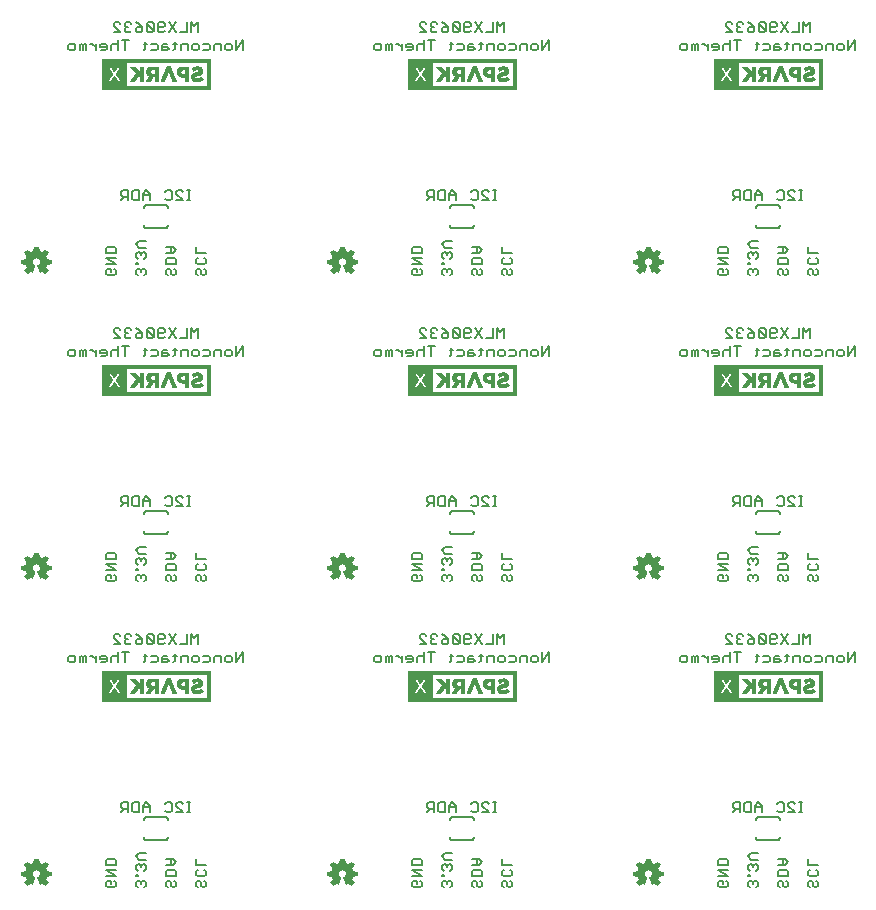
<source format=gbo>
G75*
%MOIN*%
%OFA0B0*%
%FSLAX25Y25*%
%IPPOS*%
%LPD*%
%AMOC8*
5,1,8,0,0,1.08239X$1,22.5*
%
%ADD10C,0.00600*%
%ADD11C,0.00800*%
%ADD12C,0.00299*%
%ADD13C,0.00039*%
D10*
X0067300Y0060367D02*
X0067300Y0061501D01*
X0067867Y0062069D01*
X0069001Y0062069D01*
X0069001Y0060934D01*
X0067867Y0059800D02*
X0067300Y0060367D01*
X0067867Y0059800D02*
X0070136Y0059800D01*
X0070703Y0060367D01*
X0070703Y0061501D01*
X0070136Y0062069D01*
X0070703Y0063483D02*
X0067300Y0063483D01*
X0067300Y0065752D02*
X0070703Y0065752D01*
X0070703Y0067166D02*
X0070703Y0068868D01*
X0070136Y0069435D01*
X0067867Y0069435D01*
X0067300Y0068868D01*
X0067300Y0067166D01*
X0070703Y0067166D01*
X0070703Y0063483D02*
X0067300Y0065752D01*
X0077300Y0065892D02*
X0077867Y0065325D01*
X0077300Y0065892D02*
X0077300Y0067026D01*
X0077867Y0067593D01*
X0078434Y0067593D01*
X0079001Y0067026D01*
X0079001Y0066459D01*
X0079001Y0067026D02*
X0079569Y0067593D01*
X0080136Y0067593D01*
X0080703Y0067026D01*
X0080703Y0065892D01*
X0080136Y0065325D01*
X0077867Y0064050D02*
X0077867Y0063483D01*
X0077300Y0063483D01*
X0077300Y0064050D01*
X0077867Y0064050D01*
X0077867Y0062069D02*
X0077300Y0061501D01*
X0077300Y0060367D01*
X0077867Y0059800D01*
X0079001Y0060934D02*
X0079001Y0061501D01*
X0078434Y0062069D01*
X0077867Y0062069D01*
X0079001Y0061501D02*
X0079569Y0062069D01*
X0080136Y0062069D01*
X0080703Y0061501D01*
X0080703Y0060367D01*
X0080136Y0059800D01*
X0087300Y0060367D02*
X0087867Y0059800D01*
X0087300Y0060367D02*
X0087300Y0061501D01*
X0087867Y0062069D01*
X0088434Y0062069D01*
X0089001Y0061501D01*
X0089001Y0060367D01*
X0089569Y0059800D01*
X0090136Y0059800D01*
X0090703Y0060367D01*
X0090703Y0061501D01*
X0090136Y0062069D01*
X0090703Y0063483D02*
X0090703Y0065185D01*
X0090136Y0065752D01*
X0087867Y0065752D01*
X0087300Y0065185D01*
X0087300Y0063483D01*
X0090703Y0063483D01*
X0089569Y0067166D02*
X0090703Y0068301D01*
X0089569Y0069435D01*
X0087300Y0069435D01*
X0089001Y0069435D02*
X0089001Y0067166D01*
X0089569Y0067166D02*
X0087300Y0067166D01*
X0080703Y0069008D02*
X0078434Y0069008D01*
X0077300Y0070142D01*
X0078434Y0071276D01*
X0080703Y0071276D01*
X0079704Y0084800D02*
X0079704Y0087069D01*
X0080838Y0088203D01*
X0081972Y0087069D01*
X0081972Y0084800D01*
X0081972Y0086501D02*
X0079704Y0086501D01*
X0078289Y0084800D02*
X0076588Y0084800D01*
X0076021Y0085367D01*
X0076021Y0087636D01*
X0076588Y0088203D01*
X0078289Y0088203D01*
X0078289Y0084800D01*
X0074606Y0084800D02*
X0074606Y0088203D01*
X0072905Y0088203D01*
X0072337Y0087636D01*
X0072337Y0086501D01*
X0072905Y0085934D01*
X0074606Y0085934D01*
X0073472Y0085934D02*
X0072337Y0084800D01*
X0087070Y0085367D02*
X0087637Y0084800D01*
X0088771Y0084800D01*
X0089339Y0085367D01*
X0089339Y0087636D01*
X0088771Y0088203D01*
X0087637Y0088203D01*
X0087070Y0087636D01*
X0090753Y0087636D02*
X0091320Y0088203D01*
X0092455Y0088203D01*
X0093022Y0087636D01*
X0094343Y0088203D02*
X0095477Y0088203D01*
X0094910Y0088203D02*
X0094910Y0084800D01*
X0095477Y0084800D02*
X0094343Y0084800D01*
X0093022Y0084800D02*
X0090753Y0087069D01*
X0090753Y0087636D01*
X0090753Y0084800D02*
X0093022Y0084800D01*
X0097300Y0069435D02*
X0097300Y0067166D01*
X0100703Y0067166D01*
X0100136Y0065752D02*
X0100703Y0065185D01*
X0100703Y0064050D01*
X0100136Y0063483D01*
X0097867Y0063483D01*
X0097300Y0064050D01*
X0097300Y0065185D01*
X0097867Y0065752D01*
X0097867Y0062069D02*
X0097300Y0061501D01*
X0097300Y0060367D01*
X0097867Y0059800D01*
X0099001Y0060367D02*
X0099569Y0059800D01*
X0100136Y0059800D01*
X0100703Y0060367D01*
X0100703Y0061501D01*
X0100136Y0062069D01*
X0099001Y0061501D02*
X0098434Y0062069D01*
X0097867Y0062069D01*
X0099001Y0061501D02*
X0099001Y0060367D01*
X0169300Y0060367D02*
X0169867Y0059800D01*
X0172136Y0059800D01*
X0172703Y0060367D01*
X0172703Y0061501D01*
X0172136Y0062069D01*
X0171001Y0062069D02*
X0171001Y0060934D01*
X0171001Y0062069D02*
X0169867Y0062069D01*
X0169300Y0061501D01*
X0169300Y0060367D01*
X0169300Y0063483D02*
X0172703Y0063483D01*
X0169300Y0065752D01*
X0172703Y0065752D01*
X0172703Y0067166D02*
X0172703Y0068868D01*
X0172136Y0069435D01*
X0169867Y0069435D01*
X0169300Y0068868D01*
X0169300Y0067166D01*
X0172703Y0067166D01*
X0179300Y0067026D02*
X0179300Y0065892D01*
X0179867Y0065325D01*
X0179867Y0064050D02*
X0179300Y0064050D01*
X0179300Y0063483D01*
X0179867Y0063483D01*
X0179867Y0064050D01*
X0179867Y0062069D02*
X0179300Y0061501D01*
X0179300Y0060367D01*
X0179867Y0059800D01*
X0181001Y0060934D02*
X0181001Y0061501D01*
X0180434Y0062069D01*
X0179867Y0062069D01*
X0181001Y0061501D02*
X0181569Y0062069D01*
X0182136Y0062069D01*
X0182703Y0061501D01*
X0182703Y0060367D01*
X0182136Y0059800D01*
X0182136Y0065325D02*
X0182703Y0065892D01*
X0182703Y0067026D01*
X0182136Y0067593D01*
X0181569Y0067593D01*
X0181001Y0067026D01*
X0180434Y0067593D01*
X0179867Y0067593D01*
X0179300Y0067026D01*
X0181001Y0067026D02*
X0181001Y0066459D01*
X0180434Y0069008D02*
X0179300Y0070142D01*
X0180434Y0071276D01*
X0182703Y0071276D01*
X0182703Y0069008D02*
X0180434Y0069008D01*
X0189300Y0069435D02*
X0191569Y0069435D01*
X0192703Y0068301D01*
X0191569Y0067166D01*
X0189300Y0067166D01*
X0189867Y0065752D02*
X0192136Y0065752D01*
X0192703Y0065185D01*
X0192703Y0063483D01*
X0189300Y0063483D01*
X0189300Y0065185D01*
X0189867Y0065752D01*
X0191001Y0067166D02*
X0191001Y0069435D01*
X0190434Y0062069D02*
X0189867Y0062069D01*
X0189300Y0061501D01*
X0189300Y0060367D01*
X0189867Y0059800D01*
X0191001Y0060367D02*
X0191001Y0061501D01*
X0190434Y0062069D01*
X0192136Y0062069D02*
X0192703Y0061501D01*
X0192703Y0060367D01*
X0192136Y0059800D01*
X0191569Y0059800D01*
X0191001Y0060367D01*
X0199300Y0060367D02*
X0199867Y0059800D01*
X0199300Y0060367D02*
X0199300Y0061501D01*
X0199867Y0062069D01*
X0200434Y0062069D01*
X0201001Y0061501D01*
X0201001Y0060367D01*
X0201569Y0059800D01*
X0202136Y0059800D01*
X0202703Y0060367D01*
X0202703Y0061501D01*
X0202136Y0062069D01*
X0202136Y0063483D02*
X0199867Y0063483D01*
X0199300Y0064050D01*
X0199300Y0065185D01*
X0199867Y0065752D01*
X0199300Y0067166D02*
X0199300Y0069435D01*
X0199300Y0067166D02*
X0202703Y0067166D01*
X0202136Y0065752D02*
X0202703Y0065185D01*
X0202703Y0064050D01*
X0202136Y0063483D01*
X0197477Y0084800D02*
X0196343Y0084800D01*
X0196910Y0084800D02*
X0196910Y0088203D01*
X0197477Y0088203D02*
X0196343Y0088203D01*
X0195022Y0087636D02*
X0194455Y0088203D01*
X0193320Y0088203D01*
X0192753Y0087636D01*
X0192753Y0087069D01*
X0195022Y0084800D01*
X0192753Y0084800D01*
X0191339Y0085367D02*
X0190771Y0084800D01*
X0189637Y0084800D01*
X0189070Y0085367D01*
X0191339Y0085367D02*
X0191339Y0087636D01*
X0190771Y0088203D01*
X0189637Y0088203D01*
X0189070Y0087636D01*
X0183972Y0087069D02*
X0183972Y0084800D01*
X0183972Y0086501D02*
X0181704Y0086501D01*
X0181704Y0087069D02*
X0181704Y0084800D01*
X0180289Y0084800D02*
X0178588Y0084800D01*
X0178021Y0085367D01*
X0178021Y0087636D01*
X0178588Y0088203D01*
X0180289Y0088203D01*
X0180289Y0084800D01*
X0181704Y0087069D02*
X0182838Y0088203D01*
X0183972Y0087069D01*
X0176606Y0088203D02*
X0176606Y0084800D01*
X0176606Y0085934D02*
X0174905Y0085934D01*
X0174337Y0086501D01*
X0174337Y0087636D01*
X0174905Y0088203D01*
X0176606Y0088203D01*
X0175472Y0085934D02*
X0174337Y0084800D01*
X0173230Y0134800D02*
X0173230Y0138203D01*
X0172663Y0137069D02*
X0171528Y0137069D01*
X0170961Y0136501D01*
X0170961Y0134800D01*
X0169547Y0135367D02*
X0169547Y0136501D01*
X0168980Y0137069D01*
X0167845Y0137069D01*
X0167278Y0136501D01*
X0167278Y0135934D01*
X0169547Y0135934D01*
X0169547Y0135367D02*
X0168980Y0134800D01*
X0167845Y0134800D01*
X0165864Y0134800D02*
X0165864Y0137069D01*
X0165864Y0135934D02*
X0164729Y0137069D01*
X0164162Y0137069D01*
X0162794Y0137069D02*
X0162227Y0137069D01*
X0161660Y0136501D01*
X0161093Y0137069D01*
X0160526Y0136501D01*
X0160526Y0134800D01*
X0161660Y0134800D02*
X0161660Y0136501D01*
X0162794Y0137069D02*
X0162794Y0134800D01*
X0159111Y0135367D02*
X0158544Y0134800D01*
X0157410Y0134800D01*
X0156842Y0135367D01*
X0156842Y0136501D01*
X0157410Y0137069D01*
X0158544Y0137069D01*
X0159111Y0136501D01*
X0159111Y0135367D01*
X0172663Y0137069D02*
X0173230Y0136501D01*
X0174644Y0138203D02*
X0176913Y0138203D01*
X0175779Y0138203D02*
X0175779Y0134800D01*
X0181917Y0134800D02*
X0182484Y0135367D01*
X0182484Y0137636D01*
X0181917Y0137069D02*
X0183052Y0137069D01*
X0184466Y0137069D02*
X0186168Y0137069D01*
X0186735Y0136501D01*
X0186735Y0135367D01*
X0186168Y0134800D01*
X0184466Y0134800D01*
X0188149Y0134800D02*
X0188149Y0136501D01*
X0188716Y0137069D01*
X0189851Y0137069D01*
X0189851Y0135934D02*
X0188149Y0135934D01*
X0188149Y0134800D02*
X0189851Y0134800D01*
X0190418Y0135367D01*
X0189851Y0135934D01*
X0191739Y0134800D02*
X0192306Y0135367D01*
X0192306Y0137636D01*
X0192873Y0137069D02*
X0191739Y0137069D01*
X0194288Y0136501D02*
X0194288Y0134800D01*
X0194288Y0136501D02*
X0194855Y0137069D01*
X0196556Y0137069D01*
X0196556Y0134800D01*
X0197971Y0135367D02*
X0198538Y0134800D01*
X0199672Y0134800D01*
X0200240Y0135367D01*
X0200240Y0136501D01*
X0199672Y0137069D01*
X0198538Y0137069D01*
X0197971Y0136501D01*
X0197971Y0135367D01*
X0201654Y0134800D02*
X0203356Y0134800D01*
X0203923Y0135367D01*
X0203923Y0136501D01*
X0203356Y0137069D01*
X0201654Y0137069D01*
X0205337Y0136501D02*
X0205337Y0134800D01*
X0205337Y0136501D02*
X0205904Y0137069D01*
X0207606Y0137069D01*
X0207606Y0134800D01*
X0209020Y0135367D02*
X0209588Y0134800D01*
X0210722Y0134800D01*
X0211289Y0135367D01*
X0211289Y0136501D01*
X0210722Y0137069D01*
X0209588Y0137069D01*
X0209020Y0136501D01*
X0209020Y0135367D01*
X0212704Y0134800D02*
X0212704Y0138203D01*
X0214972Y0138203D02*
X0212704Y0134800D01*
X0214972Y0134800D02*
X0214972Y0138203D01*
X0199933Y0140800D02*
X0199933Y0144203D01*
X0198798Y0143069D01*
X0197664Y0144203D01*
X0197664Y0140800D01*
X0196249Y0140800D02*
X0193981Y0140800D01*
X0192566Y0140800D02*
X0190298Y0144203D01*
X0188883Y0143636D02*
X0188883Y0143069D01*
X0188316Y0142501D01*
X0186615Y0142501D01*
X0186615Y0141367D02*
X0186615Y0143636D01*
X0187182Y0144203D01*
X0188316Y0144203D01*
X0188883Y0143636D01*
X0188883Y0141367D02*
X0188316Y0140800D01*
X0187182Y0140800D01*
X0186615Y0141367D01*
X0185200Y0141367D02*
X0182931Y0143636D01*
X0182931Y0141367D01*
X0183499Y0140800D01*
X0184633Y0140800D01*
X0185200Y0141367D01*
X0185200Y0143636D01*
X0184633Y0144203D01*
X0183499Y0144203D01*
X0182931Y0143636D01*
X0181517Y0142501D02*
X0181517Y0141367D01*
X0180950Y0140800D01*
X0179815Y0140800D01*
X0179248Y0141367D01*
X0179248Y0141934D01*
X0179815Y0142501D01*
X0181517Y0142501D01*
X0180383Y0143636D01*
X0179248Y0144203D01*
X0177834Y0143636D02*
X0177267Y0144203D01*
X0176132Y0144203D01*
X0175565Y0143636D01*
X0175565Y0143069D01*
X0176132Y0142501D01*
X0175565Y0141934D01*
X0175565Y0141367D01*
X0176132Y0140800D01*
X0177267Y0140800D01*
X0177834Y0141367D01*
X0176699Y0142501D02*
X0176132Y0142501D01*
X0174151Y0143636D02*
X0173583Y0144203D01*
X0172449Y0144203D01*
X0171882Y0143636D01*
X0171882Y0143069D01*
X0174151Y0140800D01*
X0171882Y0140800D01*
X0190298Y0140800D02*
X0192566Y0144203D01*
X0196249Y0144203D02*
X0196249Y0140800D01*
X0199867Y0161800D02*
X0199300Y0162367D01*
X0199300Y0163501D01*
X0199867Y0164069D01*
X0200434Y0164069D01*
X0201001Y0163501D01*
X0201001Y0162367D01*
X0201569Y0161800D01*
X0202136Y0161800D01*
X0202703Y0162367D01*
X0202703Y0163501D01*
X0202136Y0164069D01*
X0202136Y0165483D02*
X0199867Y0165483D01*
X0199300Y0166050D01*
X0199300Y0167185D01*
X0199867Y0167752D01*
X0199300Y0169166D02*
X0199300Y0171435D01*
X0199300Y0169166D02*
X0202703Y0169166D01*
X0202136Y0167752D02*
X0202703Y0167185D01*
X0202703Y0166050D01*
X0202136Y0165483D01*
X0192703Y0165483D02*
X0192703Y0167185D01*
X0192136Y0167752D01*
X0189867Y0167752D01*
X0189300Y0167185D01*
X0189300Y0165483D01*
X0192703Y0165483D01*
X0192136Y0164069D02*
X0192703Y0163501D01*
X0192703Y0162367D01*
X0192136Y0161800D01*
X0191569Y0161800D01*
X0191001Y0162367D01*
X0191001Y0163501D01*
X0190434Y0164069D01*
X0189867Y0164069D01*
X0189300Y0163501D01*
X0189300Y0162367D01*
X0189867Y0161800D01*
X0182703Y0162367D02*
X0182703Y0163501D01*
X0182136Y0164069D01*
X0181569Y0164069D01*
X0181001Y0163501D01*
X0180434Y0164069D01*
X0179867Y0164069D01*
X0179300Y0163501D01*
X0179300Y0162367D01*
X0179867Y0161800D01*
X0181001Y0162934D02*
X0181001Y0163501D01*
X0182136Y0161800D02*
X0182703Y0162367D01*
X0179867Y0165483D02*
X0179867Y0166050D01*
X0179300Y0166050D01*
X0179300Y0165483D01*
X0179867Y0165483D01*
X0179867Y0167325D02*
X0179300Y0167892D01*
X0179300Y0169026D01*
X0179867Y0169593D01*
X0180434Y0169593D01*
X0181001Y0169026D01*
X0181001Y0168459D01*
X0181001Y0169026D02*
X0181569Y0169593D01*
X0182136Y0169593D01*
X0182703Y0169026D01*
X0182703Y0167892D01*
X0182136Y0167325D01*
X0182703Y0171008D02*
X0180434Y0171008D01*
X0179300Y0172142D01*
X0180434Y0173276D01*
X0182703Y0173276D01*
X0189300Y0171435D02*
X0191569Y0171435D01*
X0192703Y0170301D01*
X0191569Y0169166D01*
X0189300Y0169166D01*
X0191001Y0169166D02*
X0191001Y0171435D01*
X0190771Y0186800D02*
X0189637Y0186800D01*
X0189070Y0187367D01*
X0190771Y0186800D02*
X0191339Y0187367D01*
X0191339Y0189636D01*
X0190771Y0190203D01*
X0189637Y0190203D01*
X0189070Y0189636D01*
X0192753Y0189636D02*
X0193320Y0190203D01*
X0194455Y0190203D01*
X0195022Y0189636D01*
X0196343Y0190203D02*
X0197477Y0190203D01*
X0196910Y0190203D02*
X0196910Y0186800D01*
X0197477Y0186800D02*
X0196343Y0186800D01*
X0195022Y0186800D02*
X0192753Y0189069D01*
X0192753Y0189636D01*
X0192753Y0186800D02*
X0195022Y0186800D01*
X0183972Y0186800D02*
X0183972Y0189069D01*
X0182838Y0190203D01*
X0181704Y0189069D01*
X0181704Y0186800D01*
X0180289Y0186800D02*
X0178588Y0186800D01*
X0178021Y0187367D01*
X0178021Y0189636D01*
X0178588Y0190203D01*
X0180289Y0190203D01*
X0180289Y0186800D01*
X0181704Y0188501D02*
X0183972Y0188501D01*
X0176606Y0187934D02*
X0174905Y0187934D01*
X0174337Y0188501D01*
X0174337Y0189636D01*
X0174905Y0190203D01*
X0176606Y0190203D01*
X0176606Y0186800D01*
X0175472Y0187934D02*
X0174337Y0186800D01*
X0172136Y0171435D02*
X0169867Y0171435D01*
X0169300Y0170868D01*
X0169300Y0169166D01*
X0172703Y0169166D01*
X0172703Y0170868D01*
X0172136Y0171435D01*
X0172703Y0167752D02*
X0169300Y0167752D01*
X0172703Y0165483D01*
X0169300Y0165483D01*
X0169867Y0164069D02*
X0171001Y0164069D01*
X0171001Y0162934D01*
X0169867Y0161800D02*
X0172136Y0161800D01*
X0172703Y0162367D01*
X0172703Y0163501D01*
X0172136Y0164069D01*
X0169867Y0164069D02*
X0169300Y0163501D01*
X0169300Y0162367D01*
X0169867Y0161800D01*
X0112972Y0138203D02*
X0112972Y0134800D01*
X0110704Y0134800D02*
X0110704Y0138203D01*
X0109289Y0136501D02*
X0109289Y0135367D01*
X0108722Y0134800D01*
X0107588Y0134800D01*
X0107020Y0135367D01*
X0107020Y0136501D01*
X0107588Y0137069D01*
X0108722Y0137069D01*
X0109289Y0136501D01*
X0110704Y0134800D02*
X0112972Y0138203D01*
X0105606Y0137069D02*
X0105606Y0134800D01*
X0105606Y0137069D02*
X0103904Y0137069D01*
X0103337Y0136501D01*
X0103337Y0134800D01*
X0101923Y0135367D02*
X0101356Y0134800D01*
X0099654Y0134800D01*
X0098240Y0135367D02*
X0097672Y0134800D01*
X0096538Y0134800D01*
X0095971Y0135367D01*
X0095971Y0136501D01*
X0096538Y0137069D01*
X0097672Y0137069D01*
X0098240Y0136501D01*
X0098240Y0135367D01*
X0099654Y0137069D02*
X0101356Y0137069D01*
X0101923Y0136501D01*
X0101923Y0135367D01*
X0097933Y0140800D02*
X0097933Y0144203D01*
X0096798Y0143069D01*
X0095664Y0144203D01*
X0095664Y0140800D01*
X0094249Y0140800D02*
X0094249Y0144203D01*
X0094249Y0140800D02*
X0091981Y0140800D01*
X0090566Y0140800D02*
X0088298Y0144203D01*
X0086883Y0143636D02*
X0086883Y0143069D01*
X0086316Y0142501D01*
X0084615Y0142501D01*
X0084615Y0141367D02*
X0084615Y0143636D01*
X0085182Y0144203D01*
X0086316Y0144203D01*
X0086883Y0143636D01*
X0086883Y0141367D02*
X0086316Y0140800D01*
X0085182Y0140800D01*
X0084615Y0141367D01*
X0083200Y0141367D02*
X0080931Y0143636D01*
X0080931Y0141367D01*
X0081499Y0140800D01*
X0082633Y0140800D01*
X0083200Y0141367D01*
X0083200Y0143636D01*
X0082633Y0144203D01*
X0081499Y0144203D01*
X0080931Y0143636D01*
X0079517Y0142501D02*
X0077815Y0142501D01*
X0077248Y0141934D01*
X0077248Y0141367D01*
X0077815Y0140800D01*
X0078950Y0140800D01*
X0079517Y0141367D01*
X0079517Y0142501D01*
X0078383Y0143636D01*
X0077248Y0144203D01*
X0075834Y0143636D02*
X0075267Y0144203D01*
X0074132Y0144203D01*
X0073565Y0143636D01*
X0073565Y0143069D01*
X0074132Y0142501D01*
X0073565Y0141934D01*
X0073565Y0141367D01*
X0074132Y0140800D01*
X0075267Y0140800D01*
X0075834Y0141367D01*
X0074699Y0142501D02*
X0074132Y0142501D01*
X0072151Y0143636D02*
X0071583Y0144203D01*
X0070449Y0144203D01*
X0069882Y0143636D01*
X0069882Y0143069D01*
X0072151Y0140800D01*
X0069882Y0140800D01*
X0071230Y0138203D02*
X0071230Y0134800D01*
X0071230Y0136501D02*
X0070663Y0137069D01*
X0069528Y0137069D01*
X0068961Y0136501D01*
X0068961Y0134800D01*
X0067547Y0135367D02*
X0066980Y0134800D01*
X0065845Y0134800D01*
X0065278Y0135934D02*
X0067547Y0135934D01*
X0067547Y0135367D02*
X0067547Y0136501D01*
X0066980Y0137069D01*
X0065845Y0137069D01*
X0065278Y0136501D01*
X0065278Y0135934D01*
X0063864Y0135934D02*
X0062729Y0137069D01*
X0062162Y0137069D01*
X0060794Y0137069D02*
X0060227Y0137069D01*
X0059660Y0136501D01*
X0059093Y0137069D01*
X0058526Y0136501D01*
X0058526Y0134800D01*
X0059660Y0134800D02*
X0059660Y0136501D01*
X0060794Y0137069D02*
X0060794Y0134800D01*
X0063864Y0134800D02*
X0063864Y0137069D01*
X0057111Y0136501D02*
X0057111Y0135367D01*
X0056544Y0134800D01*
X0055410Y0134800D01*
X0054842Y0135367D01*
X0054842Y0136501D01*
X0055410Y0137069D01*
X0056544Y0137069D01*
X0057111Y0136501D01*
X0072644Y0138203D02*
X0074913Y0138203D01*
X0073779Y0138203D02*
X0073779Y0134800D01*
X0079917Y0134800D02*
X0080484Y0135367D01*
X0080484Y0137636D01*
X0079917Y0137069D02*
X0081052Y0137069D01*
X0082466Y0137069D02*
X0084168Y0137069D01*
X0084735Y0136501D01*
X0084735Y0135367D01*
X0084168Y0134800D01*
X0082466Y0134800D01*
X0086149Y0134800D02*
X0086149Y0136501D01*
X0086716Y0137069D01*
X0087851Y0137069D01*
X0087851Y0135934D02*
X0086149Y0135934D01*
X0086149Y0134800D02*
X0087851Y0134800D01*
X0088418Y0135367D01*
X0087851Y0135934D01*
X0089739Y0134800D02*
X0090306Y0135367D01*
X0090306Y0137636D01*
X0090873Y0137069D02*
X0089739Y0137069D01*
X0092288Y0136501D02*
X0092288Y0134800D01*
X0092288Y0136501D02*
X0092855Y0137069D01*
X0094556Y0137069D01*
X0094556Y0134800D01*
X0088298Y0140800D02*
X0090566Y0144203D01*
X0090136Y0161800D02*
X0089569Y0161800D01*
X0089001Y0162367D01*
X0089001Y0163501D01*
X0088434Y0164069D01*
X0087867Y0164069D01*
X0087300Y0163501D01*
X0087300Y0162367D01*
X0087867Y0161800D01*
X0090136Y0161800D02*
X0090703Y0162367D01*
X0090703Y0163501D01*
X0090136Y0164069D01*
X0090703Y0165483D02*
X0090703Y0167185D01*
X0090136Y0167752D01*
X0087867Y0167752D01*
X0087300Y0167185D01*
X0087300Y0165483D01*
X0090703Y0165483D01*
X0089569Y0169166D02*
X0090703Y0170301D01*
X0089569Y0171435D01*
X0087300Y0171435D01*
X0089001Y0171435D02*
X0089001Y0169166D01*
X0089569Y0169166D02*
X0087300Y0169166D01*
X0080703Y0169026D02*
X0080703Y0167892D01*
X0080136Y0167325D01*
X0079001Y0168459D02*
X0079001Y0169026D01*
X0078434Y0169593D01*
X0077867Y0169593D01*
X0077300Y0169026D01*
X0077300Y0167892D01*
X0077867Y0167325D01*
X0077867Y0166050D02*
X0077300Y0166050D01*
X0077300Y0165483D01*
X0077867Y0165483D01*
X0077867Y0166050D01*
X0077867Y0164069D02*
X0077300Y0163501D01*
X0077300Y0162367D01*
X0077867Y0161800D01*
X0079001Y0162934D02*
X0079001Y0163501D01*
X0078434Y0164069D01*
X0077867Y0164069D01*
X0079001Y0163501D02*
X0079569Y0164069D01*
X0080136Y0164069D01*
X0080703Y0163501D01*
X0080703Y0162367D01*
X0080136Y0161800D01*
X0080703Y0169026D02*
X0080136Y0169593D01*
X0079569Y0169593D01*
X0079001Y0169026D01*
X0078434Y0171008D02*
X0080703Y0171008D01*
X0080703Y0173276D02*
X0078434Y0173276D01*
X0077300Y0172142D01*
X0078434Y0171008D01*
X0070703Y0170868D02*
X0070703Y0169166D01*
X0067300Y0169166D01*
X0067300Y0170868D01*
X0067867Y0171435D01*
X0070136Y0171435D01*
X0070703Y0170868D01*
X0070703Y0167752D02*
X0067300Y0167752D01*
X0070703Y0165483D01*
X0067300Y0165483D01*
X0067867Y0164069D02*
X0069001Y0164069D01*
X0069001Y0162934D01*
X0067867Y0161800D02*
X0067300Y0162367D01*
X0067300Y0163501D01*
X0067867Y0164069D01*
X0070136Y0164069D02*
X0070703Y0163501D01*
X0070703Y0162367D01*
X0070136Y0161800D01*
X0067867Y0161800D01*
X0072337Y0186800D02*
X0073472Y0187934D01*
X0072905Y0187934D02*
X0074606Y0187934D01*
X0074606Y0186800D02*
X0074606Y0190203D01*
X0072905Y0190203D01*
X0072337Y0189636D01*
X0072337Y0188501D01*
X0072905Y0187934D01*
X0076021Y0187367D02*
X0076021Y0189636D01*
X0076588Y0190203D01*
X0078289Y0190203D01*
X0078289Y0186800D01*
X0076588Y0186800D01*
X0076021Y0187367D01*
X0079704Y0186800D02*
X0079704Y0189069D01*
X0080838Y0190203D01*
X0081972Y0189069D01*
X0081972Y0186800D01*
X0081972Y0188501D02*
X0079704Y0188501D01*
X0087070Y0187367D02*
X0087637Y0186800D01*
X0088771Y0186800D01*
X0089339Y0187367D01*
X0089339Y0189636D01*
X0088771Y0190203D01*
X0087637Y0190203D01*
X0087070Y0189636D01*
X0090753Y0189636D02*
X0091320Y0190203D01*
X0092455Y0190203D01*
X0093022Y0189636D01*
X0094343Y0190203D02*
X0095477Y0190203D01*
X0094910Y0190203D02*
X0094910Y0186800D01*
X0095477Y0186800D02*
X0094343Y0186800D01*
X0093022Y0186800D02*
X0090753Y0189069D01*
X0090753Y0189636D01*
X0090753Y0186800D02*
X0093022Y0186800D01*
X0097300Y0171435D02*
X0097300Y0169166D01*
X0100703Y0169166D01*
X0100136Y0167752D02*
X0100703Y0167185D01*
X0100703Y0166050D01*
X0100136Y0165483D01*
X0097867Y0165483D01*
X0097300Y0166050D01*
X0097300Y0167185D01*
X0097867Y0167752D01*
X0097867Y0164069D02*
X0097300Y0163501D01*
X0097300Y0162367D01*
X0097867Y0161800D01*
X0099001Y0162367D02*
X0099001Y0163501D01*
X0098434Y0164069D01*
X0097867Y0164069D01*
X0099001Y0162367D02*
X0099569Y0161800D01*
X0100136Y0161800D01*
X0100703Y0162367D01*
X0100703Y0163501D01*
X0100136Y0164069D01*
X0099654Y0236800D02*
X0101356Y0236800D01*
X0101923Y0237367D01*
X0101923Y0238501D01*
X0101356Y0239069D01*
X0099654Y0239069D01*
X0098240Y0238501D02*
X0098240Y0237367D01*
X0097672Y0236800D01*
X0096538Y0236800D01*
X0095971Y0237367D01*
X0095971Y0238501D01*
X0096538Y0239069D01*
X0097672Y0239069D01*
X0098240Y0238501D01*
X0094556Y0239069D02*
X0092855Y0239069D01*
X0092288Y0238501D01*
X0092288Y0236800D01*
X0090306Y0237367D02*
X0089739Y0236800D01*
X0090306Y0237367D02*
X0090306Y0239636D01*
X0090873Y0239069D02*
X0089739Y0239069D01*
X0087851Y0239069D02*
X0086716Y0239069D01*
X0086149Y0238501D01*
X0086149Y0236800D01*
X0087851Y0236800D01*
X0088418Y0237367D01*
X0087851Y0237934D01*
X0086149Y0237934D01*
X0084735Y0237367D02*
X0084168Y0236800D01*
X0082466Y0236800D01*
X0080484Y0237367D02*
X0079917Y0236800D01*
X0080484Y0237367D02*
X0080484Y0239636D01*
X0079917Y0239069D02*
X0081052Y0239069D01*
X0082466Y0239069D02*
X0084168Y0239069D01*
X0084735Y0238501D01*
X0084735Y0237367D01*
X0085182Y0242800D02*
X0084615Y0243367D01*
X0084615Y0245636D01*
X0085182Y0246203D01*
X0086316Y0246203D01*
X0086883Y0245636D01*
X0086883Y0245069D01*
X0086316Y0244501D01*
X0084615Y0244501D01*
X0085182Y0242800D02*
X0086316Y0242800D01*
X0086883Y0243367D01*
X0088298Y0242800D02*
X0090566Y0246203D01*
X0088298Y0246203D02*
X0090566Y0242800D01*
X0091981Y0242800D02*
X0094249Y0242800D01*
X0094249Y0246203D01*
X0095664Y0246203D02*
X0095664Y0242800D01*
X0097933Y0242800D02*
X0097933Y0246203D01*
X0096798Y0245069D01*
X0095664Y0246203D01*
X0094556Y0239069D02*
X0094556Y0236800D01*
X0103337Y0236800D02*
X0103337Y0238501D01*
X0103904Y0239069D01*
X0105606Y0239069D01*
X0105606Y0236800D01*
X0107020Y0237367D02*
X0107020Y0238501D01*
X0107588Y0239069D01*
X0108722Y0239069D01*
X0109289Y0238501D01*
X0109289Y0237367D01*
X0108722Y0236800D01*
X0107588Y0236800D01*
X0107020Y0237367D01*
X0110704Y0236800D02*
X0110704Y0240203D01*
X0112972Y0240203D02*
X0110704Y0236800D01*
X0112972Y0236800D02*
X0112972Y0240203D01*
X0100136Y0263800D02*
X0099569Y0263800D01*
X0099001Y0264367D01*
X0099001Y0265501D01*
X0098434Y0266069D01*
X0097867Y0266069D01*
X0097300Y0265501D01*
X0097300Y0264367D01*
X0097867Y0263800D01*
X0100136Y0263800D02*
X0100703Y0264367D01*
X0100703Y0265501D01*
X0100136Y0266069D01*
X0100136Y0267483D02*
X0097867Y0267483D01*
X0097300Y0268050D01*
X0097300Y0269185D01*
X0097867Y0269752D01*
X0097300Y0271166D02*
X0097300Y0273435D01*
X0097300Y0271166D02*
X0100703Y0271166D01*
X0100136Y0269752D02*
X0100703Y0269185D01*
X0100703Y0268050D01*
X0100136Y0267483D01*
X0090703Y0267483D02*
X0090703Y0269185D01*
X0090136Y0269752D01*
X0087867Y0269752D01*
X0087300Y0269185D01*
X0087300Y0267483D01*
X0090703Y0267483D01*
X0090136Y0266069D02*
X0090703Y0265501D01*
X0090703Y0264367D01*
X0090136Y0263800D01*
X0089569Y0263800D01*
X0089001Y0264367D01*
X0089001Y0265501D01*
X0088434Y0266069D01*
X0087867Y0266069D01*
X0087300Y0265501D01*
X0087300Y0264367D01*
X0087867Y0263800D01*
X0080703Y0264367D02*
X0080703Y0265501D01*
X0080136Y0266069D01*
X0079569Y0266069D01*
X0079001Y0265501D01*
X0078434Y0266069D01*
X0077867Y0266069D01*
X0077300Y0265501D01*
X0077300Y0264367D01*
X0077867Y0263800D01*
X0079001Y0264934D02*
X0079001Y0265501D01*
X0080136Y0263800D02*
X0080703Y0264367D01*
X0077867Y0267483D02*
X0077867Y0268050D01*
X0077300Y0268050D01*
X0077300Y0267483D01*
X0077867Y0267483D01*
X0077867Y0269325D02*
X0077300Y0269892D01*
X0077300Y0271026D01*
X0077867Y0271593D01*
X0078434Y0271593D01*
X0079001Y0271026D01*
X0079001Y0270459D01*
X0079001Y0271026D02*
X0079569Y0271593D01*
X0080136Y0271593D01*
X0080703Y0271026D01*
X0080703Y0269892D01*
X0080136Y0269325D01*
X0080703Y0273008D02*
X0078434Y0273008D01*
X0077300Y0274142D01*
X0078434Y0275276D01*
X0080703Y0275276D01*
X0087300Y0273435D02*
X0089569Y0273435D01*
X0090703Y0272301D01*
X0089569Y0271166D01*
X0087300Y0271166D01*
X0089001Y0271166D02*
X0089001Y0273435D01*
X0070703Y0272868D02*
X0070703Y0271166D01*
X0067300Y0271166D01*
X0067300Y0272868D01*
X0067867Y0273435D01*
X0070136Y0273435D01*
X0070703Y0272868D01*
X0070703Y0269752D02*
X0067300Y0269752D01*
X0070703Y0267483D01*
X0067300Y0267483D01*
X0067867Y0266069D02*
X0069001Y0266069D01*
X0069001Y0264934D01*
X0067867Y0263800D02*
X0067300Y0264367D01*
X0067300Y0265501D01*
X0067867Y0266069D01*
X0070136Y0266069D02*
X0070703Y0265501D01*
X0070703Y0264367D01*
X0070136Y0263800D01*
X0067867Y0263800D01*
X0070449Y0246203D02*
X0071583Y0246203D01*
X0072151Y0245636D01*
X0073565Y0245636D02*
X0073565Y0245069D01*
X0074132Y0244501D01*
X0073565Y0243934D01*
X0073565Y0243367D01*
X0074132Y0242800D01*
X0075267Y0242800D01*
X0075834Y0243367D01*
X0077248Y0243367D02*
X0077248Y0243934D01*
X0077815Y0244501D01*
X0079517Y0244501D01*
X0079517Y0243367D01*
X0078950Y0242800D01*
X0077815Y0242800D01*
X0077248Y0243367D01*
X0079517Y0244501D02*
X0078383Y0245636D01*
X0077248Y0246203D01*
X0075834Y0245636D02*
X0075267Y0246203D01*
X0074132Y0246203D01*
X0073565Y0245636D01*
X0074132Y0244501D02*
X0074699Y0244501D01*
X0072151Y0242800D02*
X0069882Y0245069D01*
X0069882Y0245636D01*
X0070449Y0246203D01*
X0069882Y0242800D02*
X0072151Y0242800D01*
X0072644Y0240203D02*
X0074913Y0240203D01*
X0073779Y0240203D02*
X0073779Y0236800D01*
X0071230Y0236800D02*
X0071230Y0240203D01*
X0070663Y0239069D02*
X0069528Y0239069D01*
X0068961Y0238501D01*
X0068961Y0236800D01*
X0067547Y0237367D02*
X0067547Y0238501D01*
X0066980Y0239069D01*
X0065845Y0239069D01*
X0065278Y0238501D01*
X0065278Y0237934D01*
X0067547Y0237934D01*
X0067547Y0237367D02*
X0066980Y0236800D01*
X0065845Y0236800D01*
X0063864Y0236800D02*
X0063864Y0239069D01*
X0063864Y0237934D02*
X0062729Y0239069D01*
X0062162Y0239069D01*
X0060794Y0239069D02*
X0060227Y0239069D01*
X0059660Y0238501D01*
X0059093Y0239069D01*
X0058526Y0238501D01*
X0058526Y0236800D01*
X0059660Y0236800D02*
X0059660Y0238501D01*
X0060794Y0239069D02*
X0060794Y0236800D01*
X0057111Y0237367D02*
X0056544Y0236800D01*
X0055410Y0236800D01*
X0054842Y0237367D01*
X0054842Y0238501D01*
X0055410Y0239069D01*
X0056544Y0239069D01*
X0057111Y0238501D01*
X0057111Y0237367D01*
X0070663Y0239069D02*
X0071230Y0238501D01*
X0080931Y0243367D02*
X0080931Y0245636D01*
X0083200Y0243367D01*
X0082633Y0242800D01*
X0081499Y0242800D01*
X0080931Y0243367D01*
X0080931Y0245636D02*
X0081499Y0246203D01*
X0082633Y0246203D01*
X0083200Y0245636D01*
X0083200Y0243367D01*
X0081972Y0288800D02*
X0081972Y0291069D01*
X0080838Y0292203D01*
X0079704Y0291069D01*
X0079704Y0288800D01*
X0078289Y0288800D02*
X0076588Y0288800D01*
X0076021Y0289367D01*
X0076021Y0291636D01*
X0076588Y0292203D01*
X0078289Y0292203D01*
X0078289Y0288800D01*
X0079704Y0290501D02*
X0081972Y0290501D01*
X0087070Y0289367D02*
X0087637Y0288800D01*
X0088771Y0288800D01*
X0089339Y0289367D01*
X0089339Y0291636D01*
X0088771Y0292203D01*
X0087637Y0292203D01*
X0087070Y0291636D01*
X0090753Y0291636D02*
X0091320Y0292203D01*
X0092455Y0292203D01*
X0093022Y0291636D01*
X0094343Y0292203D02*
X0095477Y0292203D01*
X0094910Y0292203D02*
X0094910Y0288800D01*
X0095477Y0288800D02*
X0094343Y0288800D01*
X0093022Y0288800D02*
X0090753Y0291069D01*
X0090753Y0291636D01*
X0090753Y0288800D02*
X0093022Y0288800D01*
X0074606Y0288800D02*
X0074606Y0292203D01*
X0072905Y0292203D01*
X0072337Y0291636D01*
X0072337Y0290501D01*
X0072905Y0289934D01*
X0074606Y0289934D01*
X0073472Y0289934D02*
X0072337Y0288800D01*
X0071230Y0338800D02*
X0071230Y0342203D01*
X0070663Y0341069D02*
X0069528Y0341069D01*
X0068961Y0340501D01*
X0068961Y0338800D01*
X0067547Y0339367D02*
X0067547Y0340501D01*
X0066980Y0341069D01*
X0065845Y0341069D01*
X0065278Y0340501D01*
X0065278Y0339934D01*
X0067547Y0339934D01*
X0067547Y0339367D02*
X0066980Y0338800D01*
X0065845Y0338800D01*
X0063864Y0338800D02*
X0063864Y0341069D01*
X0063864Y0339934D02*
X0062729Y0341069D01*
X0062162Y0341069D01*
X0060794Y0341069D02*
X0060227Y0341069D01*
X0059660Y0340501D01*
X0059093Y0341069D01*
X0058526Y0340501D01*
X0058526Y0338800D01*
X0059660Y0338800D02*
X0059660Y0340501D01*
X0060794Y0341069D02*
X0060794Y0338800D01*
X0057111Y0339367D02*
X0056544Y0338800D01*
X0055410Y0338800D01*
X0054842Y0339367D01*
X0054842Y0340501D01*
X0055410Y0341069D01*
X0056544Y0341069D01*
X0057111Y0340501D01*
X0057111Y0339367D01*
X0069882Y0344800D02*
X0072151Y0344800D01*
X0069882Y0347069D01*
X0069882Y0347636D01*
X0070449Y0348203D01*
X0071583Y0348203D01*
X0072151Y0347636D01*
X0073565Y0347636D02*
X0073565Y0347069D01*
X0074132Y0346501D01*
X0073565Y0345934D01*
X0073565Y0345367D01*
X0074132Y0344800D01*
X0075267Y0344800D01*
X0075834Y0345367D01*
X0077248Y0345367D02*
X0077248Y0345934D01*
X0077815Y0346501D01*
X0079517Y0346501D01*
X0079517Y0345367D01*
X0078950Y0344800D01*
X0077815Y0344800D01*
X0077248Y0345367D01*
X0079517Y0346501D02*
X0078383Y0347636D01*
X0077248Y0348203D01*
X0075834Y0347636D02*
X0075267Y0348203D01*
X0074132Y0348203D01*
X0073565Y0347636D01*
X0074132Y0346501D02*
X0074699Y0346501D01*
X0074913Y0342203D02*
X0072644Y0342203D01*
X0073779Y0342203D02*
X0073779Y0338800D01*
X0071230Y0340501D02*
X0070663Y0341069D01*
X0079917Y0341069D02*
X0081052Y0341069D01*
X0080484Y0341636D02*
X0080484Y0339367D01*
X0079917Y0338800D01*
X0082466Y0338800D02*
X0084168Y0338800D01*
X0084735Y0339367D01*
X0084735Y0340501D01*
X0084168Y0341069D01*
X0082466Y0341069D01*
X0086149Y0340501D02*
X0086149Y0338800D01*
X0087851Y0338800D01*
X0088418Y0339367D01*
X0087851Y0339934D01*
X0086149Y0339934D01*
X0086149Y0340501D02*
X0086716Y0341069D01*
X0087851Y0341069D01*
X0089739Y0341069D02*
X0090873Y0341069D01*
X0090306Y0341636D02*
X0090306Y0339367D01*
X0089739Y0338800D01*
X0092288Y0338800D02*
X0092288Y0340501D01*
X0092855Y0341069D01*
X0094556Y0341069D01*
X0094556Y0338800D01*
X0095971Y0339367D02*
X0095971Y0340501D01*
X0096538Y0341069D01*
X0097672Y0341069D01*
X0098240Y0340501D01*
X0098240Y0339367D01*
X0097672Y0338800D01*
X0096538Y0338800D01*
X0095971Y0339367D01*
X0099654Y0338800D02*
X0101356Y0338800D01*
X0101923Y0339367D01*
X0101923Y0340501D01*
X0101356Y0341069D01*
X0099654Y0341069D01*
X0103337Y0340501D02*
X0103337Y0338800D01*
X0103337Y0340501D02*
X0103904Y0341069D01*
X0105606Y0341069D01*
X0105606Y0338800D01*
X0107020Y0339367D02*
X0107020Y0340501D01*
X0107588Y0341069D01*
X0108722Y0341069D01*
X0109289Y0340501D01*
X0109289Y0339367D01*
X0108722Y0338800D01*
X0107588Y0338800D01*
X0107020Y0339367D01*
X0110704Y0338800D02*
X0110704Y0342203D01*
X0112972Y0342203D02*
X0110704Y0338800D01*
X0112972Y0338800D02*
X0112972Y0342203D01*
X0097933Y0344800D02*
X0097933Y0348203D01*
X0096798Y0347069D01*
X0095664Y0348203D01*
X0095664Y0344800D01*
X0094249Y0344800D02*
X0094249Y0348203D01*
X0094249Y0344800D02*
X0091981Y0344800D01*
X0090566Y0344800D02*
X0088298Y0348203D01*
X0086883Y0347636D02*
X0086883Y0347069D01*
X0086316Y0346501D01*
X0084615Y0346501D01*
X0084615Y0345367D02*
X0084615Y0347636D01*
X0085182Y0348203D01*
X0086316Y0348203D01*
X0086883Y0347636D01*
X0086883Y0345367D02*
X0086316Y0344800D01*
X0085182Y0344800D01*
X0084615Y0345367D01*
X0083200Y0345367D02*
X0080931Y0347636D01*
X0080931Y0345367D01*
X0081499Y0344800D01*
X0082633Y0344800D01*
X0083200Y0345367D01*
X0083200Y0347636D01*
X0082633Y0348203D01*
X0081499Y0348203D01*
X0080931Y0347636D01*
X0088298Y0344800D02*
X0090566Y0348203D01*
X0156842Y0340501D02*
X0157410Y0341069D01*
X0158544Y0341069D01*
X0159111Y0340501D01*
X0159111Y0339367D01*
X0158544Y0338800D01*
X0157410Y0338800D01*
X0156842Y0339367D01*
X0156842Y0340501D01*
X0160526Y0340501D02*
X0160526Y0338800D01*
X0161660Y0338800D02*
X0161660Y0340501D01*
X0161093Y0341069D01*
X0160526Y0340501D01*
X0161660Y0340501D02*
X0162227Y0341069D01*
X0162794Y0341069D01*
X0162794Y0338800D01*
X0164162Y0341069D02*
X0164729Y0341069D01*
X0165864Y0339934D01*
X0165864Y0338800D02*
X0165864Y0341069D01*
X0167278Y0340501D02*
X0167278Y0339934D01*
X0169547Y0339934D01*
X0169547Y0339367D02*
X0169547Y0340501D01*
X0168980Y0341069D01*
X0167845Y0341069D01*
X0167278Y0340501D01*
X0167845Y0338800D02*
X0168980Y0338800D01*
X0169547Y0339367D01*
X0170961Y0338800D02*
X0170961Y0340501D01*
X0171528Y0341069D01*
X0172663Y0341069D01*
X0173230Y0340501D01*
X0173230Y0338800D02*
X0173230Y0342203D01*
X0174644Y0342203D02*
X0176913Y0342203D01*
X0175779Y0342203D02*
X0175779Y0338800D01*
X0176132Y0344800D02*
X0177267Y0344800D01*
X0177834Y0345367D01*
X0179248Y0345367D02*
X0179815Y0344800D01*
X0180950Y0344800D01*
X0181517Y0345367D01*
X0181517Y0346501D01*
X0179815Y0346501D01*
X0179248Y0345934D01*
X0179248Y0345367D01*
X0181517Y0346501D02*
X0180383Y0347636D01*
X0179248Y0348203D01*
X0177834Y0347636D02*
X0177267Y0348203D01*
X0176132Y0348203D01*
X0175565Y0347636D01*
X0175565Y0347069D01*
X0176132Y0346501D01*
X0175565Y0345934D01*
X0175565Y0345367D01*
X0176132Y0344800D01*
X0176132Y0346501D02*
X0176699Y0346501D01*
X0174151Y0347636D02*
X0173583Y0348203D01*
X0172449Y0348203D01*
X0171882Y0347636D01*
X0171882Y0347069D01*
X0174151Y0344800D01*
X0171882Y0344800D01*
X0181917Y0341069D02*
X0183052Y0341069D01*
X0182484Y0341636D02*
X0182484Y0339367D01*
X0181917Y0338800D01*
X0184466Y0338800D02*
X0186168Y0338800D01*
X0186735Y0339367D01*
X0186735Y0340501D01*
X0186168Y0341069D01*
X0184466Y0341069D01*
X0188149Y0340501D02*
X0188149Y0338800D01*
X0189851Y0338800D01*
X0190418Y0339367D01*
X0189851Y0339934D01*
X0188149Y0339934D01*
X0188149Y0340501D02*
X0188716Y0341069D01*
X0189851Y0341069D01*
X0191739Y0341069D02*
X0192873Y0341069D01*
X0192306Y0341636D02*
X0192306Y0339367D01*
X0191739Y0338800D01*
X0194288Y0338800D02*
X0194288Y0340501D01*
X0194855Y0341069D01*
X0196556Y0341069D01*
X0196556Y0338800D01*
X0197971Y0339367D02*
X0197971Y0340501D01*
X0198538Y0341069D01*
X0199672Y0341069D01*
X0200240Y0340501D01*
X0200240Y0339367D01*
X0199672Y0338800D01*
X0198538Y0338800D01*
X0197971Y0339367D01*
X0201654Y0338800D02*
X0203356Y0338800D01*
X0203923Y0339367D01*
X0203923Y0340501D01*
X0203356Y0341069D01*
X0201654Y0341069D01*
X0205337Y0340501D02*
X0205337Y0338800D01*
X0205337Y0340501D02*
X0205904Y0341069D01*
X0207606Y0341069D01*
X0207606Y0338800D01*
X0209020Y0339367D02*
X0209020Y0340501D01*
X0209588Y0341069D01*
X0210722Y0341069D01*
X0211289Y0340501D01*
X0211289Y0339367D01*
X0210722Y0338800D01*
X0209588Y0338800D01*
X0209020Y0339367D01*
X0212704Y0338800D02*
X0212704Y0342203D01*
X0214972Y0342203D02*
X0212704Y0338800D01*
X0214972Y0338800D02*
X0214972Y0342203D01*
X0199933Y0344800D02*
X0199933Y0348203D01*
X0198798Y0347069D01*
X0197664Y0348203D01*
X0197664Y0344800D01*
X0196249Y0344800D02*
X0193981Y0344800D01*
X0192566Y0344800D02*
X0190298Y0348203D01*
X0188883Y0347636D02*
X0188883Y0347069D01*
X0188316Y0346501D01*
X0186615Y0346501D01*
X0186615Y0345367D02*
X0186615Y0347636D01*
X0187182Y0348203D01*
X0188316Y0348203D01*
X0188883Y0347636D01*
X0188883Y0345367D02*
X0188316Y0344800D01*
X0187182Y0344800D01*
X0186615Y0345367D01*
X0185200Y0345367D02*
X0182931Y0347636D01*
X0182931Y0345367D01*
X0183499Y0344800D01*
X0184633Y0344800D01*
X0185200Y0345367D01*
X0185200Y0347636D01*
X0184633Y0348203D01*
X0183499Y0348203D01*
X0182931Y0347636D01*
X0190298Y0344800D02*
X0192566Y0348203D01*
X0196249Y0348203D02*
X0196249Y0344800D01*
X0196343Y0292203D02*
X0197477Y0292203D01*
X0196910Y0292203D02*
X0196910Y0288800D01*
X0197477Y0288800D02*
X0196343Y0288800D01*
X0195022Y0288800D02*
X0192753Y0291069D01*
X0192753Y0291636D01*
X0193320Y0292203D01*
X0194455Y0292203D01*
X0195022Y0291636D01*
X0195022Y0288800D02*
X0192753Y0288800D01*
X0191339Y0289367D02*
X0190771Y0288800D01*
X0189637Y0288800D01*
X0189070Y0289367D01*
X0191339Y0289367D02*
X0191339Y0291636D01*
X0190771Y0292203D01*
X0189637Y0292203D01*
X0189070Y0291636D01*
X0183972Y0291069D02*
X0182838Y0292203D01*
X0181704Y0291069D01*
X0181704Y0288800D01*
X0180289Y0288800D02*
X0178588Y0288800D01*
X0178021Y0289367D01*
X0178021Y0291636D01*
X0178588Y0292203D01*
X0180289Y0292203D01*
X0180289Y0288800D01*
X0181704Y0290501D02*
X0183972Y0290501D01*
X0183972Y0291069D02*
X0183972Y0288800D01*
X0176606Y0288800D02*
X0176606Y0292203D01*
X0174905Y0292203D01*
X0174337Y0291636D01*
X0174337Y0290501D01*
X0174905Y0289934D01*
X0176606Y0289934D01*
X0175472Y0289934D02*
X0174337Y0288800D01*
X0180434Y0275276D02*
X0182703Y0275276D01*
X0182703Y0273008D02*
X0180434Y0273008D01*
X0179300Y0274142D01*
X0180434Y0275276D01*
X0180434Y0271593D02*
X0179867Y0271593D01*
X0179300Y0271026D01*
X0179300Y0269892D01*
X0179867Y0269325D01*
X0179867Y0268050D02*
X0179300Y0268050D01*
X0179300Y0267483D01*
X0179867Y0267483D01*
X0179867Y0268050D01*
X0179867Y0266069D02*
X0179300Y0265501D01*
X0179300Y0264367D01*
X0179867Y0263800D01*
X0181001Y0264934D02*
X0181001Y0265501D01*
X0180434Y0266069D01*
X0179867Y0266069D01*
X0181001Y0265501D02*
X0181569Y0266069D01*
X0182136Y0266069D01*
X0182703Y0265501D01*
X0182703Y0264367D01*
X0182136Y0263800D01*
X0182136Y0269325D02*
X0182703Y0269892D01*
X0182703Y0271026D01*
X0182136Y0271593D01*
X0181569Y0271593D01*
X0181001Y0271026D01*
X0180434Y0271593D01*
X0181001Y0271026D02*
X0181001Y0270459D01*
X0172703Y0269752D02*
X0169300Y0269752D01*
X0172703Y0267483D01*
X0169300Y0267483D01*
X0169867Y0266069D02*
X0171001Y0266069D01*
X0171001Y0264934D01*
X0169867Y0263800D02*
X0172136Y0263800D01*
X0172703Y0264367D01*
X0172703Y0265501D01*
X0172136Y0266069D01*
X0169867Y0266069D02*
X0169300Y0265501D01*
X0169300Y0264367D01*
X0169867Y0263800D01*
X0169300Y0271166D02*
X0169300Y0272868D01*
X0169867Y0273435D01*
X0172136Y0273435D01*
X0172703Y0272868D01*
X0172703Y0271166D01*
X0169300Y0271166D01*
X0189300Y0271166D02*
X0191569Y0271166D01*
X0192703Y0272301D01*
X0191569Y0273435D01*
X0189300Y0273435D01*
X0191001Y0273435D02*
X0191001Y0271166D01*
X0189867Y0269752D02*
X0192136Y0269752D01*
X0192703Y0269185D01*
X0192703Y0267483D01*
X0189300Y0267483D01*
X0189300Y0269185D01*
X0189867Y0269752D01*
X0189867Y0266069D02*
X0189300Y0265501D01*
X0189300Y0264367D01*
X0189867Y0263800D01*
X0191001Y0264367D02*
X0191001Y0265501D01*
X0190434Y0266069D01*
X0189867Y0266069D01*
X0191001Y0264367D02*
X0191569Y0263800D01*
X0192136Y0263800D01*
X0192703Y0264367D01*
X0192703Y0265501D01*
X0192136Y0266069D01*
X0199300Y0265501D02*
X0199300Y0264367D01*
X0199867Y0263800D01*
X0201001Y0264367D02*
X0201001Y0265501D01*
X0200434Y0266069D01*
X0199867Y0266069D01*
X0199300Y0265501D01*
X0201001Y0264367D02*
X0201569Y0263800D01*
X0202136Y0263800D01*
X0202703Y0264367D01*
X0202703Y0265501D01*
X0202136Y0266069D01*
X0202136Y0267483D02*
X0199867Y0267483D01*
X0199300Y0268050D01*
X0199300Y0269185D01*
X0199867Y0269752D01*
X0199300Y0271166D02*
X0199300Y0273435D01*
X0199300Y0271166D02*
X0202703Y0271166D01*
X0202136Y0269752D02*
X0202703Y0269185D01*
X0202703Y0268050D01*
X0202136Y0267483D01*
X0199933Y0246203D02*
X0198798Y0245069D01*
X0197664Y0246203D01*
X0197664Y0242800D01*
X0196249Y0242800D02*
X0193981Y0242800D01*
X0192566Y0242800D02*
X0190298Y0246203D01*
X0188883Y0245636D02*
X0188883Y0245069D01*
X0188316Y0244501D01*
X0186615Y0244501D01*
X0186615Y0243367D02*
X0186615Y0245636D01*
X0187182Y0246203D01*
X0188316Y0246203D01*
X0188883Y0245636D01*
X0188883Y0243367D02*
X0188316Y0242800D01*
X0187182Y0242800D01*
X0186615Y0243367D01*
X0185200Y0243367D02*
X0182931Y0245636D01*
X0182931Y0243367D01*
X0183499Y0242800D01*
X0184633Y0242800D01*
X0185200Y0243367D01*
X0185200Y0245636D01*
X0184633Y0246203D01*
X0183499Y0246203D01*
X0182931Y0245636D01*
X0181517Y0244501D02*
X0181517Y0243367D01*
X0180950Y0242800D01*
X0179815Y0242800D01*
X0179248Y0243367D01*
X0179248Y0243934D01*
X0179815Y0244501D01*
X0181517Y0244501D01*
X0180383Y0245636D01*
X0179248Y0246203D01*
X0177834Y0245636D02*
X0177267Y0246203D01*
X0176132Y0246203D01*
X0175565Y0245636D01*
X0175565Y0245069D01*
X0176132Y0244501D01*
X0175565Y0243934D01*
X0175565Y0243367D01*
X0176132Y0242800D01*
X0177267Y0242800D01*
X0177834Y0243367D01*
X0176699Y0244501D02*
X0176132Y0244501D01*
X0174151Y0245636D02*
X0173583Y0246203D01*
X0172449Y0246203D01*
X0171882Y0245636D01*
X0171882Y0245069D01*
X0174151Y0242800D01*
X0171882Y0242800D01*
X0173230Y0240203D02*
X0173230Y0236800D01*
X0173230Y0238501D02*
X0172663Y0239069D01*
X0171528Y0239069D01*
X0170961Y0238501D01*
X0170961Y0236800D01*
X0169547Y0237367D02*
X0169547Y0238501D01*
X0168980Y0239069D01*
X0167845Y0239069D01*
X0167278Y0238501D01*
X0167278Y0237934D01*
X0169547Y0237934D01*
X0169547Y0237367D02*
X0168980Y0236800D01*
X0167845Y0236800D01*
X0165864Y0236800D02*
X0165864Y0239069D01*
X0165864Y0237934D02*
X0164729Y0239069D01*
X0164162Y0239069D01*
X0162794Y0239069D02*
X0162227Y0239069D01*
X0161660Y0238501D01*
X0161093Y0239069D01*
X0160526Y0238501D01*
X0160526Y0236800D01*
X0161660Y0236800D02*
X0161660Y0238501D01*
X0162794Y0239069D02*
X0162794Y0236800D01*
X0159111Y0237367D02*
X0158544Y0236800D01*
X0157410Y0236800D01*
X0156842Y0237367D01*
X0156842Y0238501D01*
X0157410Y0239069D01*
X0158544Y0239069D01*
X0159111Y0238501D01*
X0159111Y0237367D01*
X0174644Y0240203D02*
X0176913Y0240203D01*
X0175779Y0240203D02*
X0175779Y0236800D01*
X0181917Y0236800D02*
X0182484Y0237367D01*
X0182484Y0239636D01*
X0181917Y0239069D02*
X0183052Y0239069D01*
X0184466Y0239069D02*
X0186168Y0239069D01*
X0186735Y0238501D01*
X0186735Y0237367D01*
X0186168Y0236800D01*
X0184466Y0236800D01*
X0188149Y0236800D02*
X0189851Y0236800D01*
X0190418Y0237367D01*
X0189851Y0237934D01*
X0188149Y0237934D01*
X0188149Y0238501D02*
X0188149Y0236800D01*
X0188149Y0238501D02*
X0188716Y0239069D01*
X0189851Y0239069D01*
X0191739Y0239069D02*
X0192873Y0239069D01*
X0192306Y0239636D02*
X0192306Y0237367D01*
X0191739Y0236800D01*
X0194288Y0236800D02*
X0194288Y0238501D01*
X0194855Y0239069D01*
X0196556Y0239069D01*
X0196556Y0236800D01*
X0197971Y0237367D02*
X0197971Y0238501D01*
X0198538Y0239069D01*
X0199672Y0239069D01*
X0200240Y0238501D01*
X0200240Y0237367D01*
X0199672Y0236800D01*
X0198538Y0236800D01*
X0197971Y0237367D01*
X0201654Y0236800D02*
X0203356Y0236800D01*
X0203923Y0237367D01*
X0203923Y0238501D01*
X0203356Y0239069D01*
X0201654Y0239069D01*
X0205337Y0238501D02*
X0205337Y0236800D01*
X0205337Y0238501D02*
X0205904Y0239069D01*
X0207606Y0239069D01*
X0207606Y0236800D01*
X0209020Y0237367D02*
X0209020Y0238501D01*
X0209588Y0239069D01*
X0210722Y0239069D01*
X0211289Y0238501D01*
X0211289Y0237367D01*
X0210722Y0236800D01*
X0209588Y0236800D01*
X0209020Y0237367D01*
X0212704Y0236800D02*
X0212704Y0240203D01*
X0214972Y0240203D02*
X0212704Y0236800D01*
X0214972Y0236800D02*
X0214972Y0240203D01*
X0199933Y0242800D02*
X0199933Y0246203D01*
X0196249Y0246203D02*
X0196249Y0242800D01*
X0192566Y0246203D02*
X0190298Y0242800D01*
X0258842Y0238501D02*
X0259410Y0239069D01*
X0260544Y0239069D01*
X0261111Y0238501D01*
X0261111Y0237367D01*
X0260544Y0236800D01*
X0259410Y0236800D01*
X0258842Y0237367D01*
X0258842Y0238501D01*
X0262526Y0238501D02*
X0262526Y0236800D01*
X0263660Y0236800D02*
X0263660Y0238501D01*
X0263093Y0239069D01*
X0262526Y0238501D01*
X0263660Y0238501D02*
X0264227Y0239069D01*
X0264794Y0239069D01*
X0264794Y0236800D01*
X0266162Y0239069D02*
X0266729Y0239069D01*
X0267864Y0237934D01*
X0267864Y0236800D02*
X0267864Y0239069D01*
X0269278Y0238501D02*
X0269278Y0237934D01*
X0271547Y0237934D01*
X0271547Y0237367D02*
X0271547Y0238501D01*
X0270980Y0239069D01*
X0269845Y0239069D01*
X0269278Y0238501D01*
X0269845Y0236800D02*
X0270980Y0236800D01*
X0271547Y0237367D01*
X0272961Y0236800D02*
X0272961Y0238501D01*
X0273528Y0239069D01*
X0274663Y0239069D01*
X0275230Y0238501D01*
X0275230Y0236800D02*
X0275230Y0240203D01*
X0276644Y0240203D02*
X0278913Y0240203D01*
X0277779Y0240203D02*
X0277779Y0236800D01*
X0278132Y0242800D02*
X0277565Y0243367D01*
X0277565Y0243934D01*
X0278132Y0244501D01*
X0278699Y0244501D01*
X0278132Y0244501D02*
X0277565Y0245069D01*
X0277565Y0245636D01*
X0278132Y0246203D01*
X0279267Y0246203D01*
X0279834Y0245636D01*
X0281248Y0246203D02*
X0282383Y0245636D01*
X0283517Y0244501D01*
X0281815Y0244501D01*
X0281248Y0243934D01*
X0281248Y0243367D01*
X0281815Y0242800D01*
X0282950Y0242800D01*
X0283517Y0243367D01*
X0283517Y0244501D01*
X0284931Y0243367D02*
X0284931Y0245636D01*
X0287200Y0243367D01*
X0286633Y0242800D01*
X0285499Y0242800D01*
X0284931Y0243367D01*
X0284931Y0245636D02*
X0285499Y0246203D01*
X0286633Y0246203D01*
X0287200Y0245636D01*
X0287200Y0243367D01*
X0288615Y0243367D02*
X0288615Y0245636D01*
X0289182Y0246203D01*
X0290316Y0246203D01*
X0290883Y0245636D01*
X0290883Y0245069D01*
X0290316Y0244501D01*
X0288615Y0244501D01*
X0288615Y0243367D02*
X0289182Y0242800D01*
X0290316Y0242800D01*
X0290883Y0243367D01*
X0292298Y0242800D02*
X0294566Y0246203D01*
X0292298Y0246203D02*
X0294566Y0242800D01*
X0295981Y0242800D02*
X0298249Y0242800D01*
X0298249Y0246203D01*
X0299664Y0246203D02*
X0299664Y0242800D01*
X0301933Y0242800D02*
X0301933Y0246203D01*
X0300798Y0245069D01*
X0299664Y0246203D01*
X0300538Y0239069D02*
X0301672Y0239069D01*
X0302240Y0238501D01*
X0302240Y0237367D01*
X0301672Y0236800D01*
X0300538Y0236800D01*
X0299971Y0237367D01*
X0299971Y0238501D01*
X0300538Y0239069D01*
X0298556Y0239069D02*
X0296855Y0239069D01*
X0296288Y0238501D01*
X0296288Y0236800D01*
X0294306Y0237367D02*
X0293739Y0236800D01*
X0294306Y0237367D02*
X0294306Y0239636D01*
X0294873Y0239069D02*
X0293739Y0239069D01*
X0291851Y0239069D02*
X0290716Y0239069D01*
X0290149Y0238501D01*
X0290149Y0236800D01*
X0291851Y0236800D01*
X0292418Y0237367D01*
X0291851Y0237934D01*
X0290149Y0237934D01*
X0288735Y0237367D02*
X0288168Y0236800D01*
X0286466Y0236800D01*
X0284484Y0237367D02*
X0283917Y0236800D01*
X0284484Y0237367D02*
X0284484Y0239636D01*
X0283917Y0239069D02*
X0285052Y0239069D01*
X0286466Y0239069D02*
X0288168Y0239069D01*
X0288735Y0238501D01*
X0288735Y0237367D01*
X0298556Y0236800D02*
X0298556Y0239069D01*
X0303654Y0239069D02*
X0305356Y0239069D01*
X0305923Y0238501D01*
X0305923Y0237367D01*
X0305356Y0236800D01*
X0303654Y0236800D01*
X0307337Y0236800D02*
X0307337Y0238501D01*
X0307904Y0239069D01*
X0309606Y0239069D01*
X0309606Y0236800D01*
X0311020Y0237367D02*
X0311020Y0238501D01*
X0311588Y0239069D01*
X0312722Y0239069D01*
X0313289Y0238501D01*
X0313289Y0237367D01*
X0312722Y0236800D01*
X0311588Y0236800D01*
X0311020Y0237367D01*
X0314704Y0236800D02*
X0314704Y0240203D01*
X0316972Y0240203D02*
X0314704Y0236800D01*
X0316972Y0236800D02*
X0316972Y0240203D01*
X0304136Y0263800D02*
X0303569Y0263800D01*
X0303001Y0264367D01*
X0303001Y0265501D01*
X0302434Y0266069D01*
X0301867Y0266069D01*
X0301300Y0265501D01*
X0301300Y0264367D01*
X0301867Y0263800D01*
X0304136Y0263800D02*
X0304703Y0264367D01*
X0304703Y0265501D01*
X0304136Y0266069D01*
X0304136Y0267483D02*
X0301867Y0267483D01*
X0301300Y0268050D01*
X0301300Y0269185D01*
X0301867Y0269752D01*
X0301300Y0271166D02*
X0301300Y0273435D01*
X0301300Y0271166D02*
X0304703Y0271166D01*
X0304136Y0269752D02*
X0304703Y0269185D01*
X0304703Y0268050D01*
X0304136Y0267483D01*
X0294703Y0267483D02*
X0294703Y0269185D01*
X0294136Y0269752D01*
X0291867Y0269752D01*
X0291300Y0269185D01*
X0291300Y0267483D01*
X0294703Y0267483D01*
X0294136Y0266069D02*
X0294703Y0265501D01*
X0294703Y0264367D01*
X0294136Y0263800D01*
X0293569Y0263800D01*
X0293001Y0264367D01*
X0293001Y0265501D01*
X0292434Y0266069D01*
X0291867Y0266069D01*
X0291300Y0265501D01*
X0291300Y0264367D01*
X0291867Y0263800D01*
X0284703Y0264367D02*
X0284703Y0265501D01*
X0284136Y0266069D01*
X0283569Y0266069D01*
X0283001Y0265501D01*
X0282434Y0266069D01*
X0281867Y0266069D01*
X0281300Y0265501D01*
X0281300Y0264367D01*
X0281867Y0263800D01*
X0283001Y0264934D02*
X0283001Y0265501D01*
X0284136Y0263800D02*
X0284703Y0264367D01*
X0281867Y0267483D02*
X0281867Y0268050D01*
X0281300Y0268050D01*
X0281300Y0267483D01*
X0281867Y0267483D01*
X0281867Y0269325D02*
X0281300Y0269892D01*
X0281300Y0271026D01*
X0281867Y0271593D01*
X0282434Y0271593D01*
X0283001Y0271026D01*
X0283001Y0270459D01*
X0283001Y0271026D02*
X0283569Y0271593D01*
X0284136Y0271593D01*
X0284703Y0271026D01*
X0284703Y0269892D01*
X0284136Y0269325D01*
X0284703Y0273008D02*
X0282434Y0273008D01*
X0281300Y0274142D01*
X0282434Y0275276D01*
X0284703Y0275276D01*
X0291300Y0273435D02*
X0293569Y0273435D01*
X0294703Y0272301D01*
X0293569Y0271166D01*
X0291300Y0271166D01*
X0293001Y0271166D02*
X0293001Y0273435D01*
X0274703Y0272868D02*
X0274703Y0271166D01*
X0271300Y0271166D01*
X0271300Y0272868D01*
X0271867Y0273435D01*
X0274136Y0273435D01*
X0274703Y0272868D01*
X0274703Y0269752D02*
X0271300Y0269752D01*
X0274703Y0267483D01*
X0271300Y0267483D01*
X0271867Y0266069D02*
X0273001Y0266069D01*
X0273001Y0264934D01*
X0271867Y0263800D02*
X0271300Y0264367D01*
X0271300Y0265501D01*
X0271867Y0266069D01*
X0274136Y0266069D02*
X0274703Y0265501D01*
X0274703Y0264367D01*
X0274136Y0263800D01*
X0271867Y0263800D01*
X0274449Y0246203D02*
X0275583Y0246203D01*
X0276151Y0245636D01*
X0274449Y0246203D02*
X0273882Y0245636D01*
X0273882Y0245069D01*
X0276151Y0242800D01*
X0273882Y0242800D01*
X0278132Y0242800D02*
X0279267Y0242800D01*
X0279834Y0243367D01*
X0280588Y0288800D02*
X0280021Y0289367D01*
X0280021Y0291636D01*
X0280588Y0292203D01*
X0282289Y0292203D01*
X0282289Y0288800D01*
X0280588Y0288800D01*
X0278606Y0288800D02*
X0278606Y0292203D01*
X0276905Y0292203D01*
X0276337Y0291636D01*
X0276337Y0290501D01*
X0276905Y0289934D01*
X0278606Y0289934D01*
X0277472Y0289934D02*
X0276337Y0288800D01*
X0283704Y0288800D02*
X0283704Y0291069D01*
X0284838Y0292203D01*
X0285972Y0291069D01*
X0285972Y0288800D01*
X0285972Y0290501D02*
X0283704Y0290501D01*
X0291070Y0289367D02*
X0291637Y0288800D01*
X0292771Y0288800D01*
X0293339Y0289367D01*
X0293339Y0291636D01*
X0292771Y0292203D01*
X0291637Y0292203D01*
X0291070Y0291636D01*
X0294753Y0291636D02*
X0295320Y0292203D01*
X0296455Y0292203D01*
X0297022Y0291636D01*
X0298343Y0292203D02*
X0299477Y0292203D01*
X0298910Y0292203D02*
X0298910Y0288800D01*
X0299477Y0288800D02*
X0298343Y0288800D01*
X0297022Y0288800D02*
X0294753Y0291069D01*
X0294753Y0291636D01*
X0294753Y0288800D02*
X0297022Y0288800D01*
X0296288Y0338800D02*
X0296288Y0340501D01*
X0296855Y0341069D01*
X0298556Y0341069D01*
X0298556Y0338800D01*
X0299971Y0339367D02*
X0299971Y0340501D01*
X0300538Y0341069D01*
X0301672Y0341069D01*
X0302240Y0340501D01*
X0302240Y0339367D01*
X0301672Y0338800D01*
X0300538Y0338800D01*
X0299971Y0339367D01*
X0303654Y0338800D02*
X0305356Y0338800D01*
X0305923Y0339367D01*
X0305923Y0340501D01*
X0305356Y0341069D01*
X0303654Y0341069D01*
X0307337Y0340501D02*
X0307337Y0338800D01*
X0307337Y0340501D02*
X0307904Y0341069D01*
X0309606Y0341069D01*
X0309606Y0338800D01*
X0311020Y0339367D02*
X0311020Y0340501D01*
X0311588Y0341069D01*
X0312722Y0341069D01*
X0313289Y0340501D01*
X0313289Y0339367D01*
X0312722Y0338800D01*
X0311588Y0338800D01*
X0311020Y0339367D01*
X0314704Y0338800D02*
X0314704Y0342203D01*
X0316972Y0342203D02*
X0314704Y0338800D01*
X0316972Y0338800D02*
X0316972Y0342203D01*
X0301933Y0344800D02*
X0301933Y0348203D01*
X0300798Y0347069D01*
X0299664Y0348203D01*
X0299664Y0344800D01*
X0298249Y0344800D02*
X0298249Y0348203D01*
X0298249Y0344800D02*
X0295981Y0344800D01*
X0294566Y0344800D02*
X0292298Y0348203D01*
X0290883Y0347636D02*
X0290883Y0347069D01*
X0290316Y0346501D01*
X0288615Y0346501D01*
X0288615Y0345367D02*
X0288615Y0347636D01*
X0289182Y0348203D01*
X0290316Y0348203D01*
X0290883Y0347636D01*
X0290883Y0345367D02*
X0290316Y0344800D01*
X0289182Y0344800D01*
X0288615Y0345367D01*
X0287200Y0345367D02*
X0284931Y0347636D01*
X0284931Y0345367D01*
X0285499Y0344800D01*
X0286633Y0344800D01*
X0287200Y0345367D01*
X0287200Y0347636D01*
X0286633Y0348203D01*
X0285499Y0348203D01*
X0284931Y0347636D01*
X0283517Y0346501D02*
X0281815Y0346501D01*
X0281248Y0345934D01*
X0281248Y0345367D01*
X0281815Y0344800D01*
X0282950Y0344800D01*
X0283517Y0345367D01*
X0283517Y0346501D01*
X0282383Y0347636D01*
X0281248Y0348203D01*
X0279834Y0347636D02*
X0279267Y0348203D01*
X0278132Y0348203D01*
X0277565Y0347636D01*
X0277565Y0347069D01*
X0278132Y0346501D01*
X0277565Y0345934D01*
X0277565Y0345367D01*
X0278132Y0344800D01*
X0279267Y0344800D01*
X0279834Y0345367D01*
X0278699Y0346501D02*
X0278132Y0346501D01*
X0276151Y0347636D02*
X0275583Y0348203D01*
X0274449Y0348203D01*
X0273882Y0347636D01*
X0273882Y0347069D01*
X0276151Y0344800D01*
X0273882Y0344800D01*
X0275230Y0342203D02*
X0275230Y0338800D01*
X0275230Y0340501D02*
X0274663Y0341069D01*
X0273528Y0341069D01*
X0272961Y0340501D01*
X0272961Y0338800D01*
X0271547Y0339367D02*
X0271547Y0340501D01*
X0270980Y0341069D01*
X0269845Y0341069D01*
X0269278Y0340501D01*
X0269278Y0339934D01*
X0271547Y0339934D01*
X0271547Y0339367D02*
X0270980Y0338800D01*
X0269845Y0338800D01*
X0267864Y0338800D02*
X0267864Y0341069D01*
X0267864Y0339934D02*
X0266729Y0341069D01*
X0266162Y0341069D01*
X0264794Y0341069D02*
X0264227Y0341069D01*
X0263660Y0340501D01*
X0263093Y0341069D01*
X0262526Y0340501D01*
X0262526Y0338800D01*
X0263660Y0338800D02*
X0263660Y0340501D01*
X0264794Y0341069D02*
X0264794Y0338800D01*
X0261111Y0339367D02*
X0260544Y0338800D01*
X0259410Y0338800D01*
X0258842Y0339367D01*
X0258842Y0340501D01*
X0259410Y0341069D01*
X0260544Y0341069D01*
X0261111Y0340501D01*
X0261111Y0339367D01*
X0276644Y0342203D02*
X0278913Y0342203D01*
X0277779Y0342203D02*
X0277779Y0338800D01*
X0283917Y0338800D02*
X0284484Y0339367D01*
X0284484Y0341636D01*
X0283917Y0341069D02*
X0285052Y0341069D01*
X0286466Y0341069D02*
X0288168Y0341069D01*
X0288735Y0340501D01*
X0288735Y0339367D01*
X0288168Y0338800D01*
X0286466Y0338800D01*
X0290149Y0338800D02*
X0291851Y0338800D01*
X0292418Y0339367D01*
X0291851Y0339934D01*
X0290149Y0339934D01*
X0290149Y0340501D02*
X0290149Y0338800D01*
X0290149Y0340501D02*
X0290716Y0341069D01*
X0291851Y0341069D01*
X0293739Y0341069D02*
X0294873Y0341069D01*
X0294306Y0341636D02*
X0294306Y0339367D01*
X0293739Y0338800D01*
X0292298Y0344800D02*
X0294566Y0348203D01*
X0295320Y0190203D02*
X0296455Y0190203D01*
X0297022Y0189636D01*
X0298343Y0190203D02*
X0299477Y0190203D01*
X0298910Y0190203D02*
X0298910Y0186800D01*
X0299477Y0186800D02*
X0298343Y0186800D01*
X0297022Y0186800D02*
X0294753Y0189069D01*
X0294753Y0189636D01*
X0295320Y0190203D01*
X0293339Y0189636D02*
X0293339Y0187367D01*
X0292771Y0186800D01*
X0291637Y0186800D01*
X0291070Y0187367D01*
X0291070Y0189636D02*
X0291637Y0190203D01*
X0292771Y0190203D01*
X0293339Y0189636D01*
X0294753Y0186800D02*
X0297022Y0186800D01*
X0285972Y0186800D02*
X0285972Y0189069D01*
X0284838Y0190203D01*
X0283704Y0189069D01*
X0283704Y0186800D01*
X0282289Y0186800D02*
X0280588Y0186800D01*
X0280021Y0187367D01*
X0280021Y0189636D01*
X0280588Y0190203D01*
X0282289Y0190203D01*
X0282289Y0186800D01*
X0283704Y0188501D02*
X0285972Y0188501D01*
X0278606Y0187934D02*
X0276905Y0187934D01*
X0276337Y0188501D01*
X0276337Y0189636D01*
X0276905Y0190203D01*
X0278606Y0190203D01*
X0278606Y0186800D01*
X0277472Y0187934D02*
X0276337Y0186800D01*
X0282434Y0173276D02*
X0284703Y0173276D01*
X0284703Y0171008D02*
X0282434Y0171008D01*
X0281300Y0172142D01*
X0282434Y0173276D01*
X0282434Y0169593D02*
X0281867Y0169593D01*
X0281300Y0169026D01*
X0281300Y0167892D01*
X0281867Y0167325D01*
X0281867Y0166050D02*
X0281300Y0166050D01*
X0281300Y0165483D01*
X0281867Y0165483D01*
X0281867Y0166050D01*
X0281867Y0164069D02*
X0281300Y0163501D01*
X0281300Y0162367D01*
X0281867Y0161800D01*
X0283001Y0162934D02*
X0283001Y0163501D01*
X0282434Y0164069D01*
X0281867Y0164069D01*
X0283001Y0163501D02*
X0283569Y0164069D01*
X0284136Y0164069D01*
X0284703Y0163501D01*
X0284703Y0162367D01*
X0284136Y0161800D01*
X0284136Y0167325D02*
X0284703Y0167892D01*
X0284703Y0169026D01*
X0284136Y0169593D01*
X0283569Y0169593D01*
X0283001Y0169026D01*
X0282434Y0169593D01*
X0283001Y0169026D02*
X0283001Y0168459D01*
X0274703Y0167752D02*
X0271300Y0167752D01*
X0274703Y0165483D01*
X0271300Y0165483D01*
X0271867Y0164069D02*
X0273001Y0164069D01*
X0273001Y0162934D01*
X0271867Y0161800D02*
X0271300Y0162367D01*
X0271300Y0163501D01*
X0271867Y0164069D01*
X0274136Y0164069D02*
X0274703Y0163501D01*
X0274703Y0162367D01*
X0274136Y0161800D01*
X0271867Y0161800D01*
X0271300Y0169166D02*
X0271300Y0170868D01*
X0271867Y0171435D01*
X0274136Y0171435D01*
X0274703Y0170868D01*
X0274703Y0169166D01*
X0271300Y0169166D01*
X0291300Y0169166D02*
X0293569Y0169166D01*
X0294703Y0170301D01*
X0293569Y0171435D01*
X0291300Y0171435D01*
X0293001Y0171435D02*
X0293001Y0169166D01*
X0291867Y0167752D02*
X0294136Y0167752D01*
X0294703Y0167185D01*
X0294703Y0165483D01*
X0291300Y0165483D01*
X0291300Y0167185D01*
X0291867Y0167752D01*
X0291867Y0164069D02*
X0291300Y0163501D01*
X0291300Y0162367D01*
X0291867Y0161800D01*
X0293001Y0162367D02*
X0293001Y0163501D01*
X0292434Y0164069D01*
X0291867Y0164069D01*
X0293001Y0162367D02*
X0293569Y0161800D01*
X0294136Y0161800D01*
X0294703Y0162367D01*
X0294703Y0163501D01*
X0294136Y0164069D01*
X0301300Y0163501D02*
X0301300Y0162367D01*
X0301867Y0161800D01*
X0303001Y0162367D02*
X0303001Y0163501D01*
X0302434Y0164069D01*
X0301867Y0164069D01*
X0301300Y0163501D01*
X0303001Y0162367D02*
X0303569Y0161800D01*
X0304136Y0161800D01*
X0304703Y0162367D01*
X0304703Y0163501D01*
X0304136Y0164069D01*
X0304136Y0165483D02*
X0301867Y0165483D01*
X0301300Y0166050D01*
X0301300Y0167185D01*
X0301867Y0167752D01*
X0301300Y0169166D02*
X0301300Y0171435D01*
X0301300Y0169166D02*
X0304703Y0169166D01*
X0304136Y0167752D02*
X0304703Y0167185D01*
X0304703Y0166050D01*
X0304136Y0165483D01*
X0301933Y0144203D02*
X0300798Y0143069D01*
X0299664Y0144203D01*
X0299664Y0140800D01*
X0298249Y0140800D02*
X0298249Y0144203D01*
X0298249Y0140800D02*
X0295981Y0140800D01*
X0294566Y0140800D02*
X0292298Y0144203D01*
X0290883Y0143636D02*
X0290883Y0143069D01*
X0290316Y0142501D01*
X0288615Y0142501D01*
X0288615Y0141367D02*
X0288615Y0143636D01*
X0289182Y0144203D01*
X0290316Y0144203D01*
X0290883Y0143636D01*
X0290883Y0141367D02*
X0290316Y0140800D01*
X0289182Y0140800D01*
X0288615Y0141367D01*
X0287200Y0141367D02*
X0284931Y0143636D01*
X0284931Y0141367D01*
X0285499Y0140800D01*
X0286633Y0140800D01*
X0287200Y0141367D01*
X0287200Y0143636D01*
X0286633Y0144203D01*
X0285499Y0144203D01*
X0284931Y0143636D01*
X0283517Y0142501D02*
X0281815Y0142501D01*
X0281248Y0141934D01*
X0281248Y0141367D01*
X0281815Y0140800D01*
X0282950Y0140800D01*
X0283517Y0141367D01*
X0283517Y0142501D01*
X0282383Y0143636D01*
X0281248Y0144203D01*
X0279834Y0143636D02*
X0279267Y0144203D01*
X0278132Y0144203D01*
X0277565Y0143636D01*
X0277565Y0143069D01*
X0278132Y0142501D01*
X0277565Y0141934D01*
X0277565Y0141367D01*
X0278132Y0140800D01*
X0279267Y0140800D01*
X0279834Y0141367D01*
X0278699Y0142501D02*
X0278132Y0142501D01*
X0276151Y0143636D02*
X0275583Y0144203D01*
X0274449Y0144203D01*
X0273882Y0143636D01*
X0273882Y0143069D01*
X0276151Y0140800D01*
X0273882Y0140800D01*
X0275230Y0138203D02*
X0275230Y0134800D01*
X0275230Y0136501D02*
X0274663Y0137069D01*
X0273528Y0137069D01*
X0272961Y0136501D01*
X0272961Y0134800D01*
X0271547Y0135367D02*
X0270980Y0134800D01*
X0269845Y0134800D01*
X0269278Y0135934D02*
X0271547Y0135934D01*
X0271547Y0135367D02*
X0271547Y0136501D01*
X0270980Y0137069D01*
X0269845Y0137069D01*
X0269278Y0136501D01*
X0269278Y0135934D01*
X0267864Y0135934D02*
X0266729Y0137069D01*
X0266162Y0137069D01*
X0264794Y0137069D02*
X0264794Y0134800D01*
X0263660Y0134800D02*
X0263660Y0136501D01*
X0263093Y0137069D01*
X0262526Y0136501D01*
X0262526Y0134800D01*
X0261111Y0135367D02*
X0260544Y0134800D01*
X0259410Y0134800D01*
X0258842Y0135367D01*
X0258842Y0136501D01*
X0259410Y0137069D01*
X0260544Y0137069D01*
X0261111Y0136501D01*
X0261111Y0135367D01*
X0263660Y0136501D02*
X0264227Y0137069D01*
X0264794Y0137069D01*
X0267864Y0137069D02*
X0267864Y0134800D01*
X0276644Y0138203D02*
X0278913Y0138203D01*
X0277779Y0138203D02*
X0277779Y0134800D01*
X0283917Y0134800D02*
X0284484Y0135367D01*
X0284484Y0137636D01*
X0283917Y0137069D02*
X0285052Y0137069D01*
X0286466Y0137069D02*
X0288168Y0137069D01*
X0288735Y0136501D01*
X0288735Y0135367D01*
X0288168Y0134800D01*
X0286466Y0134800D01*
X0290149Y0134800D02*
X0291851Y0134800D01*
X0292418Y0135367D01*
X0291851Y0135934D01*
X0290149Y0135934D01*
X0290149Y0136501D02*
X0290149Y0134800D01*
X0290149Y0136501D02*
X0290716Y0137069D01*
X0291851Y0137069D01*
X0293739Y0137069D02*
X0294873Y0137069D01*
X0294306Y0137636D02*
X0294306Y0135367D01*
X0293739Y0134800D01*
X0296288Y0134800D02*
X0296288Y0136501D01*
X0296855Y0137069D01*
X0298556Y0137069D01*
X0298556Y0134800D01*
X0299971Y0135367D02*
X0299971Y0136501D01*
X0300538Y0137069D01*
X0301672Y0137069D01*
X0302240Y0136501D01*
X0302240Y0135367D01*
X0301672Y0134800D01*
X0300538Y0134800D01*
X0299971Y0135367D01*
X0303654Y0134800D02*
X0305356Y0134800D01*
X0305923Y0135367D01*
X0305923Y0136501D01*
X0305356Y0137069D01*
X0303654Y0137069D01*
X0307337Y0136501D02*
X0307337Y0134800D01*
X0307337Y0136501D02*
X0307904Y0137069D01*
X0309606Y0137069D01*
X0309606Y0134800D01*
X0311020Y0135367D02*
X0311020Y0136501D01*
X0311588Y0137069D01*
X0312722Y0137069D01*
X0313289Y0136501D01*
X0313289Y0135367D01*
X0312722Y0134800D01*
X0311588Y0134800D01*
X0311020Y0135367D01*
X0314704Y0134800D02*
X0314704Y0138203D01*
X0316972Y0138203D02*
X0314704Y0134800D01*
X0316972Y0134800D02*
X0316972Y0138203D01*
X0301933Y0140800D02*
X0301933Y0144203D01*
X0294566Y0144203D02*
X0292298Y0140800D01*
X0292771Y0088203D02*
X0293339Y0087636D01*
X0293339Y0085367D01*
X0292771Y0084800D01*
X0291637Y0084800D01*
X0291070Y0085367D01*
X0291070Y0087636D02*
X0291637Y0088203D01*
X0292771Y0088203D01*
X0294753Y0087636D02*
X0295320Y0088203D01*
X0296455Y0088203D01*
X0297022Y0087636D01*
X0298343Y0088203D02*
X0299477Y0088203D01*
X0298910Y0088203D02*
X0298910Y0084800D01*
X0299477Y0084800D02*
X0298343Y0084800D01*
X0297022Y0084800D02*
X0294753Y0087069D01*
X0294753Y0087636D01*
X0294753Y0084800D02*
X0297022Y0084800D01*
X0285972Y0084800D02*
X0285972Y0087069D01*
X0284838Y0088203D01*
X0283704Y0087069D01*
X0283704Y0084800D01*
X0282289Y0084800D02*
X0280588Y0084800D01*
X0280021Y0085367D01*
X0280021Y0087636D01*
X0280588Y0088203D01*
X0282289Y0088203D01*
X0282289Y0084800D01*
X0283704Y0086501D02*
X0285972Y0086501D01*
X0278606Y0085934D02*
X0276905Y0085934D01*
X0276337Y0086501D01*
X0276337Y0087636D01*
X0276905Y0088203D01*
X0278606Y0088203D01*
X0278606Y0084800D01*
X0277472Y0085934D02*
X0276337Y0084800D01*
X0282434Y0071276D02*
X0284703Y0071276D01*
X0284703Y0069008D02*
X0282434Y0069008D01*
X0281300Y0070142D01*
X0282434Y0071276D01*
X0282434Y0067593D02*
X0281867Y0067593D01*
X0281300Y0067026D01*
X0281300Y0065892D01*
X0281867Y0065325D01*
X0281867Y0064050D02*
X0281300Y0064050D01*
X0281300Y0063483D01*
X0281867Y0063483D01*
X0281867Y0064050D01*
X0281867Y0062069D02*
X0281300Y0061501D01*
X0281300Y0060367D01*
X0281867Y0059800D01*
X0283001Y0060934D02*
X0283001Y0061501D01*
X0282434Y0062069D01*
X0281867Y0062069D01*
X0283001Y0061501D02*
X0283569Y0062069D01*
X0284136Y0062069D01*
X0284703Y0061501D01*
X0284703Y0060367D01*
X0284136Y0059800D01*
X0284136Y0065325D02*
X0284703Y0065892D01*
X0284703Y0067026D01*
X0284136Y0067593D01*
X0283569Y0067593D01*
X0283001Y0067026D01*
X0282434Y0067593D01*
X0283001Y0067026D02*
X0283001Y0066459D01*
X0274703Y0067166D02*
X0274703Y0068868D01*
X0274136Y0069435D01*
X0271867Y0069435D01*
X0271300Y0068868D01*
X0271300Y0067166D01*
X0274703Y0067166D01*
X0274703Y0065752D02*
X0271300Y0065752D01*
X0274703Y0063483D01*
X0271300Y0063483D01*
X0271867Y0062069D02*
X0273001Y0062069D01*
X0273001Y0060934D01*
X0271867Y0059800D02*
X0271300Y0060367D01*
X0271300Y0061501D01*
X0271867Y0062069D01*
X0274136Y0062069D02*
X0274703Y0061501D01*
X0274703Y0060367D01*
X0274136Y0059800D01*
X0271867Y0059800D01*
X0291300Y0060367D02*
X0291867Y0059800D01*
X0291300Y0060367D02*
X0291300Y0061501D01*
X0291867Y0062069D01*
X0292434Y0062069D01*
X0293001Y0061501D01*
X0293001Y0060367D01*
X0293569Y0059800D01*
X0294136Y0059800D01*
X0294703Y0060367D01*
X0294703Y0061501D01*
X0294136Y0062069D01*
X0294703Y0063483D02*
X0291300Y0063483D01*
X0291300Y0065185D01*
X0291867Y0065752D01*
X0294136Y0065752D01*
X0294703Y0065185D01*
X0294703Y0063483D01*
X0293569Y0067166D02*
X0294703Y0068301D01*
X0293569Y0069435D01*
X0291300Y0069435D01*
X0293001Y0069435D02*
X0293001Y0067166D01*
X0293569Y0067166D02*
X0291300Y0067166D01*
X0301300Y0067166D02*
X0301300Y0069435D01*
X0301300Y0067166D02*
X0304703Y0067166D01*
X0304136Y0065752D02*
X0304703Y0065185D01*
X0304703Y0064050D01*
X0304136Y0063483D01*
X0301867Y0063483D01*
X0301300Y0064050D01*
X0301300Y0065185D01*
X0301867Y0065752D01*
X0301867Y0062069D02*
X0301300Y0061501D01*
X0301300Y0060367D01*
X0301867Y0059800D01*
X0303001Y0060367D02*
X0303001Y0061501D01*
X0302434Y0062069D01*
X0301867Y0062069D01*
X0303001Y0060367D02*
X0303569Y0059800D01*
X0304136Y0059800D01*
X0304703Y0060367D01*
X0304703Y0061501D01*
X0304136Y0062069D01*
D11*
X0291150Y0075563D02*
X0284850Y0075563D01*
X0284850Y0075562D02*
X0284791Y0075576D01*
X0284733Y0075593D01*
X0284676Y0075614D01*
X0284620Y0075638D01*
X0284566Y0075666D01*
X0284514Y0075696D01*
X0284463Y0075730D01*
X0284415Y0075767D01*
X0284369Y0075806D01*
X0284326Y0075849D01*
X0284285Y0075893D01*
X0284247Y0075941D01*
X0284212Y0075990D01*
X0284180Y0076042D01*
X0284151Y0076095D01*
X0284125Y0076150D01*
X0284103Y0076206D01*
X0284084Y0076264D01*
X0284068Y0076323D01*
X0284057Y0076382D01*
X0284048Y0076442D01*
X0284044Y0076503D01*
X0284043Y0076563D01*
X0284046Y0076624D01*
X0284052Y0076684D01*
X0284062Y0076744D01*
X0284062Y0082256D02*
X0284052Y0082316D01*
X0284046Y0082376D01*
X0284043Y0082437D01*
X0284044Y0082497D01*
X0284048Y0082558D01*
X0284057Y0082618D01*
X0284068Y0082677D01*
X0284084Y0082736D01*
X0284103Y0082794D01*
X0284125Y0082850D01*
X0284151Y0082905D01*
X0284180Y0082958D01*
X0284212Y0083010D01*
X0284247Y0083059D01*
X0284285Y0083107D01*
X0284326Y0083151D01*
X0284369Y0083194D01*
X0284415Y0083233D01*
X0284463Y0083270D01*
X0284514Y0083304D01*
X0284566Y0083334D01*
X0284620Y0083362D01*
X0284676Y0083386D01*
X0284733Y0083407D01*
X0284791Y0083424D01*
X0284850Y0083438D01*
X0284850Y0083437D02*
X0291150Y0083437D01*
X0291150Y0083438D02*
X0291209Y0083424D01*
X0291267Y0083407D01*
X0291324Y0083386D01*
X0291380Y0083362D01*
X0291434Y0083334D01*
X0291486Y0083304D01*
X0291537Y0083270D01*
X0291585Y0083233D01*
X0291631Y0083194D01*
X0291674Y0083151D01*
X0291715Y0083107D01*
X0291753Y0083059D01*
X0291788Y0083010D01*
X0291820Y0082958D01*
X0291849Y0082905D01*
X0291875Y0082850D01*
X0291897Y0082794D01*
X0291916Y0082736D01*
X0291932Y0082677D01*
X0291943Y0082618D01*
X0291952Y0082558D01*
X0291956Y0082497D01*
X0291957Y0082437D01*
X0291954Y0082376D01*
X0291948Y0082316D01*
X0291938Y0082256D01*
X0291938Y0076744D02*
X0291948Y0076684D01*
X0291954Y0076624D01*
X0291957Y0076563D01*
X0291956Y0076503D01*
X0291952Y0076442D01*
X0291943Y0076382D01*
X0291932Y0076323D01*
X0291916Y0076264D01*
X0291897Y0076206D01*
X0291875Y0076150D01*
X0291849Y0076095D01*
X0291820Y0076042D01*
X0291788Y0075990D01*
X0291753Y0075941D01*
X0291715Y0075893D01*
X0291674Y0075849D01*
X0291631Y0075806D01*
X0291585Y0075767D01*
X0291537Y0075730D01*
X0291486Y0075696D01*
X0291434Y0075666D01*
X0291380Y0075638D01*
X0291324Y0075614D01*
X0291267Y0075593D01*
X0291209Y0075576D01*
X0291150Y0075562D01*
X0189150Y0075563D02*
X0182850Y0075563D01*
X0182850Y0075562D02*
X0182791Y0075576D01*
X0182733Y0075593D01*
X0182676Y0075614D01*
X0182620Y0075638D01*
X0182566Y0075666D01*
X0182514Y0075696D01*
X0182463Y0075730D01*
X0182415Y0075767D01*
X0182369Y0075806D01*
X0182326Y0075849D01*
X0182285Y0075893D01*
X0182247Y0075941D01*
X0182212Y0075990D01*
X0182180Y0076042D01*
X0182151Y0076095D01*
X0182125Y0076150D01*
X0182103Y0076206D01*
X0182084Y0076264D01*
X0182068Y0076323D01*
X0182057Y0076382D01*
X0182048Y0076442D01*
X0182044Y0076503D01*
X0182043Y0076563D01*
X0182046Y0076624D01*
X0182052Y0076684D01*
X0182062Y0076744D01*
X0182062Y0082256D02*
X0182052Y0082316D01*
X0182046Y0082376D01*
X0182043Y0082437D01*
X0182044Y0082497D01*
X0182048Y0082558D01*
X0182057Y0082618D01*
X0182068Y0082677D01*
X0182084Y0082736D01*
X0182103Y0082794D01*
X0182125Y0082850D01*
X0182151Y0082905D01*
X0182180Y0082958D01*
X0182212Y0083010D01*
X0182247Y0083059D01*
X0182285Y0083107D01*
X0182326Y0083151D01*
X0182369Y0083194D01*
X0182415Y0083233D01*
X0182463Y0083270D01*
X0182514Y0083304D01*
X0182566Y0083334D01*
X0182620Y0083362D01*
X0182676Y0083386D01*
X0182733Y0083407D01*
X0182791Y0083424D01*
X0182850Y0083438D01*
X0182850Y0083437D02*
X0189150Y0083437D01*
X0189150Y0083438D02*
X0189209Y0083424D01*
X0189267Y0083407D01*
X0189324Y0083386D01*
X0189380Y0083362D01*
X0189434Y0083334D01*
X0189486Y0083304D01*
X0189537Y0083270D01*
X0189585Y0083233D01*
X0189631Y0083194D01*
X0189674Y0083151D01*
X0189715Y0083107D01*
X0189753Y0083059D01*
X0189788Y0083010D01*
X0189820Y0082958D01*
X0189849Y0082905D01*
X0189875Y0082850D01*
X0189897Y0082794D01*
X0189916Y0082736D01*
X0189932Y0082677D01*
X0189943Y0082618D01*
X0189952Y0082558D01*
X0189956Y0082497D01*
X0189957Y0082437D01*
X0189954Y0082376D01*
X0189948Y0082316D01*
X0189938Y0082256D01*
X0189938Y0076744D02*
X0189948Y0076684D01*
X0189954Y0076624D01*
X0189957Y0076563D01*
X0189956Y0076503D01*
X0189952Y0076442D01*
X0189943Y0076382D01*
X0189932Y0076323D01*
X0189916Y0076264D01*
X0189897Y0076206D01*
X0189875Y0076150D01*
X0189849Y0076095D01*
X0189820Y0076042D01*
X0189788Y0075990D01*
X0189753Y0075941D01*
X0189715Y0075893D01*
X0189674Y0075849D01*
X0189631Y0075806D01*
X0189585Y0075767D01*
X0189537Y0075730D01*
X0189486Y0075696D01*
X0189434Y0075666D01*
X0189380Y0075638D01*
X0189324Y0075614D01*
X0189267Y0075593D01*
X0189209Y0075576D01*
X0189150Y0075562D01*
X0087150Y0075563D02*
X0080850Y0075563D01*
X0080850Y0075562D02*
X0080791Y0075576D01*
X0080733Y0075593D01*
X0080676Y0075614D01*
X0080620Y0075638D01*
X0080566Y0075666D01*
X0080514Y0075696D01*
X0080463Y0075730D01*
X0080415Y0075767D01*
X0080369Y0075806D01*
X0080326Y0075849D01*
X0080285Y0075893D01*
X0080247Y0075941D01*
X0080212Y0075990D01*
X0080180Y0076042D01*
X0080151Y0076095D01*
X0080125Y0076150D01*
X0080103Y0076206D01*
X0080084Y0076264D01*
X0080068Y0076323D01*
X0080057Y0076382D01*
X0080048Y0076442D01*
X0080044Y0076503D01*
X0080043Y0076563D01*
X0080046Y0076624D01*
X0080052Y0076684D01*
X0080062Y0076744D01*
X0080062Y0082256D02*
X0080052Y0082316D01*
X0080046Y0082376D01*
X0080043Y0082437D01*
X0080044Y0082497D01*
X0080048Y0082558D01*
X0080057Y0082618D01*
X0080068Y0082677D01*
X0080084Y0082736D01*
X0080103Y0082794D01*
X0080125Y0082850D01*
X0080151Y0082905D01*
X0080180Y0082958D01*
X0080212Y0083010D01*
X0080247Y0083059D01*
X0080285Y0083107D01*
X0080326Y0083151D01*
X0080369Y0083194D01*
X0080415Y0083233D01*
X0080463Y0083270D01*
X0080514Y0083304D01*
X0080566Y0083334D01*
X0080620Y0083362D01*
X0080676Y0083386D01*
X0080733Y0083407D01*
X0080791Y0083424D01*
X0080850Y0083438D01*
X0080850Y0083437D02*
X0087150Y0083437D01*
X0087150Y0083438D02*
X0087209Y0083424D01*
X0087267Y0083407D01*
X0087324Y0083386D01*
X0087380Y0083362D01*
X0087434Y0083334D01*
X0087486Y0083304D01*
X0087537Y0083270D01*
X0087585Y0083233D01*
X0087631Y0083194D01*
X0087674Y0083151D01*
X0087715Y0083107D01*
X0087753Y0083059D01*
X0087788Y0083010D01*
X0087820Y0082958D01*
X0087849Y0082905D01*
X0087875Y0082850D01*
X0087897Y0082794D01*
X0087916Y0082736D01*
X0087932Y0082677D01*
X0087943Y0082618D01*
X0087952Y0082558D01*
X0087956Y0082497D01*
X0087957Y0082437D01*
X0087954Y0082376D01*
X0087948Y0082316D01*
X0087938Y0082256D01*
X0087938Y0076744D02*
X0087948Y0076684D01*
X0087954Y0076624D01*
X0087957Y0076563D01*
X0087956Y0076503D01*
X0087952Y0076442D01*
X0087943Y0076382D01*
X0087932Y0076323D01*
X0087916Y0076264D01*
X0087897Y0076206D01*
X0087875Y0076150D01*
X0087849Y0076095D01*
X0087820Y0076042D01*
X0087788Y0075990D01*
X0087753Y0075941D01*
X0087715Y0075893D01*
X0087674Y0075849D01*
X0087631Y0075806D01*
X0087585Y0075767D01*
X0087537Y0075730D01*
X0087486Y0075696D01*
X0087434Y0075666D01*
X0087380Y0075638D01*
X0087324Y0075614D01*
X0087267Y0075593D01*
X0087209Y0075576D01*
X0087150Y0075562D01*
X0087150Y0177563D02*
X0080850Y0177563D01*
X0080850Y0177562D02*
X0080791Y0177576D01*
X0080733Y0177593D01*
X0080676Y0177614D01*
X0080620Y0177638D01*
X0080566Y0177666D01*
X0080514Y0177696D01*
X0080463Y0177730D01*
X0080415Y0177767D01*
X0080369Y0177806D01*
X0080326Y0177849D01*
X0080285Y0177893D01*
X0080247Y0177941D01*
X0080212Y0177990D01*
X0080180Y0178042D01*
X0080151Y0178095D01*
X0080125Y0178150D01*
X0080103Y0178206D01*
X0080084Y0178264D01*
X0080068Y0178323D01*
X0080057Y0178382D01*
X0080048Y0178442D01*
X0080044Y0178503D01*
X0080043Y0178563D01*
X0080046Y0178624D01*
X0080052Y0178684D01*
X0080062Y0178744D01*
X0087150Y0177562D02*
X0087209Y0177576D01*
X0087267Y0177593D01*
X0087324Y0177614D01*
X0087380Y0177638D01*
X0087434Y0177666D01*
X0087486Y0177696D01*
X0087537Y0177730D01*
X0087585Y0177767D01*
X0087631Y0177806D01*
X0087674Y0177849D01*
X0087715Y0177893D01*
X0087753Y0177941D01*
X0087788Y0177990D01*
X0087820Y0178042D01*
X0087849Y0178095D01*
X0087875Y0178150D01*
X0087897Y0178206D01*
X0087916Y0178264D01*
X0087932Y0178323D01*
X0087943Y0178382D01*
X0087952Y0178442D01*
X0087956Y0178503D01*
X0087957Y0178563D01*
X0087954Y0178624D01*
X0087948Y0178684D01*
X0087938Y0178744D01*
X0087938Y0184256D02*
X0087948Y0184316D01*
X0087954Y0184376D01*
X0087957Y0184437D01*
X0087956Y0184497D01*
X0087952Y0184558D01*
X0087943Y0184618D01*
X0087932Y0184677D01*
X0087916Y0184736D01*
X0087897Y0184794D01*
X0087875Y0184850D01*
X0087849Y0184905D01*
X0087820Y0184958D01*
X0087788Y0185010D01*
X0087753Y0185059D01*
X0087715Y0185107D01*
X0087674Y0185151D01*
X0087631Y0185194D01*
X0087585Y0185233D01*
X0087537Y0185270D01*
X0087486Y0185304D01*
X0087434Y0185334D01*
X0087380Y0185362D01*
X0087324Y0185386D01*
X0087267Y0185407D01*
X0087209Y0185424D01*
X0087150Y0185438D01*
X0087150Y0185437D02*
X0080850Y0185437D01*
X0080850Y0185438D02*
X0080791Y0185424D01*
X0080733Y0185407D01*
X0080676Y0185386D01*
X0080620Y0185362D01*
X0080566Y0185334D01*
X0080514Y0185304D01*
X0080463Y0185270D01*
X0080415Y0185233D01*
X0080369Y0185194D01*
X0080326Y0185151D01*
X0080285Y0185107D01*
X0080247Y0185059D01*
X0080212Y0185010D01*
X0080180Y0184958D01*
X0080151Y0184905D01*
X0080125Y0184850D01*
X0080103Y0184794D01*
X0080084Y0184736D01*
X0080068Y0184677D01*
X0080057Y0184618D01*
X0080048Y0184558D01*
X0080044Y0184497D01*
X0080043Y0184437D01*
X0080046Y0184376D01*
X0080052Y0184316D01*
X0080062Y0184256D01*
X0080850Y0279563D02*
X0087150Y0279563D01*
X0087150Y0279562D02*
X0087209Y0279576D01*
X0087267Y0279593D01*
X0087324Y0279614D01*
X0087380Y0279638D01*
X0087434Y0279666D01*
X0087486Y0279696D01*
X0087537Y0279730D01*
X0087585Y0279767D01*
X0087631Y0279806D01*
X0087674Y0279849D01*
X0087715Y0279893D01*
X0087753Y0279941D01*
X0087788Y0279990D01*
X0087820Y0280042D01*
X0087849Y0280095D01*
X0087875Y0280150D01*
X0087897Y0280206D01*
X0087916Y0280264D01*
X0087932Y0280323D01*
X0087943Y0280382D01*
X0087952Y0280442D01*
X0087956Y0280503D01*
X0087957Y0280563D01*
X0087954Y0280624D01*
X0087948Y0280684D01*
X0087938Y0280744D01*
X0087938Y0286256D02*
X0087948Y0286316D01*
X0087954Y0286376D01*
X0087957Y0286437D01*
X0087956Y0286497D01*
X0087952Y0286558D01*
X0087943Y0286618D01*
X0087932Y0286677D01*
X0087916Y0286736D01*
X0087897Y0286794D01*
X0087875Y0286850D01*
X0087849Y0286905D01*
X0087820Y0286958D01*
X0087788Y0287010D01*
X0087753Y0287059D01*
X0087715Y0287107D01*
X0087674Y0287151D01*
X0087631Y0287194D01*
X0087585Y0287233D01*
X0087537Y0287270D01*
X0087486Y0287304D01*
X0087434Y0287334D01*
X0087380Y0287362D01*
X0087324Y0287386D01*
X0087267Y0287407D01*
X0087209Y0287424D01*
X0087150Y0287438D01*
X0087150Y0287437D02*
X0080850Y0287437D01*
X0080850Y0287438D02*
X0080791Y0287424D01*
X0080733Y0287407D01*
X0080676Y0287386D01*
X0080620Y0287362D01*
X0080566Y0287334D01*
X0080514Y0287304D01*
X0080463Y0287270D01*
X0080415Y0287233D01*
X0080369Y0287194D01*
X0080326Y0287151D01*
X0080285Y0287107D01*
X0080247Y0287059D01*
X0080212Y0287010D01*
X0080180Y0286958D01*
X0080151Y0286905D01*
X0080125Y0286850D01*
X0080103Y0286794D01*
X0080084Y0286736D01*
X0080068Y0286677D01*
X0080057Y0286618D01*
X0080048Y0286558D01*
X0080044Y0286497D01*
X0080043Y0286437D01*
X0080046Y0286376D01*
X0080052Y0286316D01*
X0080062Y0286256D01*
X0080062Y0280744D02*
X0080052Y0280684D01*
X0080046Y0280624D01*
X0080043Y0280563D01*
X0080044Y0280503D01*
X0080048Y0280442D01*
X0080057Y0280382D01*
X0080068Y0280323D01*
X0080084Y0280264D01*
X0080103Y0280206D01*
X0080125Y0280150D01*
X0080151Y0280095D01*
X0080180Y0280042D01*
X0080212Y0279990D01*
X0080247Y0279941D01*
X0080285Y0279893D01*
X0080326Y0279849D01*
X0080369Y0279806D01*
X0080415Y0279767D01*
X0080463Y0279730D01*
X0080514Y0279696D01*
X0080566Y0279666D01*
X0080620Y0279638D01*
X0080676Y0279614D01*
X0080733Y0279593D01*
X0080791Y0279576D01*
X0080850Y0279562D01*
X0182850Y0279563D02*
X0189150Y0279563D01*
X0189150Y0279562D02*
X0189209Y0279576D01*
X0189267Y0279593D01*
X0189324Y0279614D01*
X0189380Y0279638D01*
X0189434Y0279666D01*
X0189486Y0279696D01*
X0189537Y0279730D01*
X0189585Y0279767D01*
X0189631Y0279806D01*
X0189674Y0279849D01*
X0189715Y0279893D01*
X0189753Y0279941D01*
X0189788Y0279990D01*
X0189820Y0280042D01*
X0189849Y0280095D01*
X0189875Y0280150D01*
X0189897Y0280206D01*
X0189916Y0280264D01*
X0189932Y0280323D01*
X0189943Y0280382D01*
X0189952Y0280442D01*
X0189956Y0280503D01*
X0189957Y0280563D01*
X0189954Y0280624D01*
X0189948Y0280684D01*
X0189938Y0280744D01*
X0182850Y0279562D02*
X0182791Y0279576D01*
X0182733Y0279593D01*
X0182676Y0279614D01*
X0182620Y0279638D01*
X0182566Y0279666D01*
X0182514Y0279696D01*
X0182463Y0279730D01*
X0182415Y0279767D01*
X0182369Y0279806D01*
X0182326Y0279849D01*
X0182285Y0279893D01*
X0182247Y0279941D01*
X0182212Y0279990D01*
X0182180Y0280042D01*
X0182151Y0280095D01*
X0182125Y0280150D01*
X0182103Y0280206D01*
X0182084Y0280264D01*
X0182068Y0280323D01*
X0182057Y0280382D01*
X0182048Y0280442D01*
X0182044Y0280503D01*
X0182043Y0280563D01*
X0182046Y0280624D01*
X0182052Y0280684D01*
X0182062Y0280744D01*
X0182062Y0286256D02*
X0182052Y0286316D01*
X0182046Y0286376D01*
X0182043Y0286437D01*
X0182044Y0286497D01*
X0182048Y0286558D01*
X0182057Y0286618D01*
X0182068Y0286677D01*
X0182084Y0286736D01*
X0182103Y0286794D01*
X0182125Y0286850D01*
X0182151Y0286905D01*
X0182180Y0286958D01*
X0182212Y0287010D01*
X0182247Y0287059D01*
X0182285Y0287107D01*
X0182326Y0287151D01*
X0182369Y0287194D01*
X0182415Y0287233D01*
X0182463Y0287270D01*
X0182514Y0287304D01*
X0182566Y0287334D01*
X0182620Y0287362D01*
X0182676Y0287386D01*
X0182733Y0287407D01*
X0182791Y0287424D01*
X0182850Y0287438D01*
X0182850Y0287437D02*
X0189150Y0287437D01*
X0189150Y0287438D02*
X0189209Y0287424D01*
X0189267Y0287407D01*
X0189324Y0287386D01*
X0189380Y0287362D01*
X0189434Y0287334D01*
X0189486Y0287304D01*
X0189537Y0287270D01*
X0189585Y0287233D01*
X0189631Y0287194D01*
X0189674Y0287151D01*
X0189715Y0287107D01*
X0189753Y0287059D01*
X0189788Y0287010D01*
X0189820Y0286958D01*
X0189849Y0286905D01*
X0189875Y0286850D01*
X0189897Y0286794D01*
X0189916Y0286736D01*
X0189932Y0286677D01*
X0189943Y0286618D01*
X0189952Y0286558D01*
X0189956Y0286497D01*
X0189957Y0286437D01*
X0189954Y0286376D01*
X0189948Y0286316D01*
X0189938Y0286256D01*
X0284850Y0287437D02*
X0291150Y0287437D01*
X0291150Y0287438D02*
X0291209Y0287424D01*
X0291267Y0287407D01*
X0291324Y0287386D01*
X0291380Y0287362D01*
X0291434Y0287334D01*
X0291486Y0287304D01*
X0291537Y0287270D01*
X0291585Y0287233D01*
X0291631Y0287194D01*
X0291674Y0287151D01*
X0291715Y0287107D01*
X0291753Y0287059D01*
X0291788Y0287010D01*
X0291820Y0286958D01*
X0291849Y0286905D01*
X0291875Y0286850D01*
X0291897Y0286794D01*
X0291916Y0286736D01*
X0291932Y0286677D01*
X0291943Y0286618D01*
X0291952Y0286558D01*
X0291956Y0286497D01*
X0291957Y0286437D01*
X0291954Y0286376D01*
X0291948Y0286316D01*
X0291938Y0286256D01*
X0291938Y0280744D02*
X0291948Y0280684D01*
X0291954Y0280624D01*
X0291957Y0280563D01*
X0291956Y0280503D01*
X0291952Y0280442D01*
X0291943Y0280382D01*
X0291932Y0280323D01*
X0291916Y0280264D01*
X0291897Y0280206D01*
X0291875Y0280150D01*
X0291849Y0280095D01*
X0291820Y0280042D01*
X0291788Y0279990D01*
X0291753Y0279941D01*
X0291715Y0279893D01*
X0291674Y0279849D01*
X0291631Y0279806D01*
X0291585Y0279767D01*
X0291537Y0279730D01*
X0291486Y0279696D01*
X0291434Y0279666D01*
X0291380Y0279638D01*
X0291324Y0279614D01*
X0291267Y0279593D01*
X0291209Y0279576D01*
X0291150Y0279562D01*
X0291150Y0279563D02*
X0284850Y0279563D01*
X0284850Y0279562D02*
X0284791Y0279576D01*
X0284733Y0279593D01*
X0284676Y0279614D01*
X0284620Y0279638D01*
X0284566Y0279666D01*
X0284514Y0279696D01*
X0284463Y0279730D01*
X0284415Y0279767D01*
X0284369Y0279806D01*
X0284326Y0279849D01*
X0284285Y0279893D01*
X0284247Y0279941D01*
X0284212Y0279990D01*
X0284180Y0280042D01*
X0284151Y0280095D01*
X0284125Y0280150D01*
X0284103Y0280206D01*
X0284084Y0280264D01*
X0284068Y0280323D01*
X0284057Y0280382D01*
X0284048Y0280442D01*
X0284044Y0280503D01*
X0284043Y0280563D01*
X0284046Y0280624D01*
X0284052Y0280684D01*
X0284062Y0280744D01*
X0284062Y0286256D02*
X0284052Y0286316D01*
X0284046Y0286376D01*
X0284043Y0286437D01*
X0284044Y0286497D01*
X0284048Y0286558D01*
X0284057Y0286618D01*
X0284068Y0286677D01*
X0284084Y0286736D01*
X0284103Y0286794D01*
X0284125Y0286850D01*
X0284151Y0286905D01*
X0284180Y0286958D01*
X0284212Y0287010D01*
X0284247Y0287059D01*
X0284285Y0287107D01*
X0284326Y0287151D01*
X0284369Y0287194D01*
X0284415Y0287233D01*
X0284463Y0287270D01*
X0284514Y0287304D01*
X0284566Y0287334D01*
X0284620Y0287362D01*
X0284676Y0287386D01*
X0284733Y0287407D01*
X0284791Y0287424D01*
X0284850Y0287438D01*
X0284850Y0185437D02*
X0291150Y0185437D01*
X0291150Y0185438D02*
X0291209Y0185424D01*
X0291267Y0185407D01*
X0291324Y0185386D01*
X0291380Y0185362D01*
X0291434Y0185334D01*
X0291486Y0185304D01*
X0291537Y0185270D01*
X0291585Y0185233D01*
X0291631Y0185194D01*
X0291674Y0185151D01*
X0291715Y0185107D01*
X0291753Y0185059D01*
X0291788Y0185010D01*
X0291820Y0184958D01*
X0291849Y0184905D01*
X0291875Y0184850D01*
X0291897Y0184794D01*
X0291916Y0184736D01*
X0291932Y0184677D01*
X0291943Y0184618D01*
X0291952Y0184558D01*
X0291956Y0184497D01*
X0291957Y0184437D01*
X0291954Y0184376D01*
X0291948Y0184316D01*
X0291938Y0184256D01*
X0291938Y0178744D02*
X0291948Y0178684D01*
X0291954Y0178624D01*
X0291957Y0178563D01*
X0291956Y0178503D01*
X0291952Y0178442D01*
X0291943Y0178382D01*
X0291932Y0178323D01*
X0291916Y0178264D01*
X0291897Y0178206D01*
X0291875Y0178150D01*
X0291849Y0178095D01*
X0291820Y0178042D01*
X0291788Y0177990D01*
X0291753Y0177941D01*
X0291715Y0177893D01*
X0291674Y0177849D01*
X0291631Y0177806D01*
X0291585Y0177767D01*
X0291537Y0177730D01*
X0291486Y0177696D01*
X0291434Y0177666D01*
X0291380Y0177638D01*
X0291324Y0177614D01*
X0291267Y0177593D01*
X0291209Y0177576D01*
X0291150Y0177562D01*
X0291150Y0177563D02*
X0284850Y0177563D01*
X0284850Y0177562D02*
X0284791Y0177576D01*
X0284733Y0177593D01*
X0284676Y0177614D01*
X0284620Y0177638D01*
X0284566Y0177666D01*
X0284514Y0177696D01*
X0284463Y0177730D01*
X0284415Y0177767D01*
X0284369Y0177806D01*
X0284326Y0177849D01*
X0284285Y0177893D01*
X0284247Y0177941D01*
X0284212Y0177990D01*
X0284180Y0178042D01*
X0284151Y0178095D01*
X0284125Y0178150D01*
X0284103Y0178206D01*
X0284084Y0178264D01*
X0284068Y0178323D01*
X0284057Y0178382D01*
X0284048Y0178442D01*
X0284044Y0178503D01*
X0284043Y0178563D01*
X0284046Y0178624D01*
X0284052Y0178684D01*
X0284062Y0178744D01*
X0284062Y0184256D02*
X0284052Y0184316D01*
X0284046Y0184376D01*
X0284043Y0184437D01*
X0284044Y0184497D01*
X0284048Y0184558D01*
X0284057Y0184618D01*
X0284068Y0184677D01*
X0284084Y0184736D01*
X0284103Y0184794D01*
X0284125Y0184850D01*
X0284151Y0184905D01*
X0284180Y0184958D01*
X0284212Y0185010D01*
X0284247Y0185059D01*
X0284285Y0185107D01*
X0284326Y0185151D01*
X0284369Y0185194D01*
X0284415Y0185233D01*
X0284463Y0185270D01*
X0284514Y0185304D01*
X0284566Y0185334D01*
X0284620Y0185362D01*
X0284676Y0185386D01*
X0284733Y0185407D01*
X0284791Y0185424D01*
X0284850Y0185438D01*
X0189150Y0185437D02*
X0182850Y0185437D01*
X0182850Y0185438D02*
X0182791Y0185424D01*
X0182733Y0185407D01*
X0182676Y0185386D01*
X0182620Y0185362D01*
X0182566Y0185334D01*
X0182514Y0185304D01*
X0182463Y0185270D01*
X0182415Y0185233D01*
X0182369Y0185194D01*
X0182326Y0185151D01*
X0182285Y0185107D01*
X0182247Y0185059D01*
X0182212Y0185010D01*
X0182180Y0184958D01*
X0182151Y0184905D01*
X0182125Y0184850D01*
X0182103Y0184794D01*
X0182084Y0184736D01*
X0182068Y0184677D01*
X0182057Y0184618D01*
X0182048Y0184558D01*
X0182044Y0184497D01*
X0182043Y0184437D01*
X0182046Y0184376D01*
X0182052Y0184316D01*
X0182062Y0184256D01*
X0182062Y0178744D02*
X0182052Y0178684D01*
X0182046Y0178624D01*
X0182043Y0178563D01*
X0182044Y0178503D01*
X0182048Y0178442D01*
X0182057Y0178382D01*
X0182068Y0178323D01*
X0182084Y0178264D01*
X0182103Y0178206D01*
X0182125Y0178150D01*
X0182151Y0178095D01*
X0182180Y0178042D01*
X0182212Y0177990D01*
X0182247Y0177941D01*
X0182285Y0177893D01*
X0182326Y0177849D01*
X0182369Y0177806D01*
X0182415Y0177767D01*
X0182463Y0177730D01*
X0182514Y0177696D01*
X0182566Y0177666D01*
X0182620Y0177638D01*
X0182676Y0177614D01*
X0182733Y0177593D01*
X0182791Y0177576D01*
X0182850Y0177562D01*
X0182850Y0177563D02*
X0189150Y0177563D01*
X0189150Y0177562D02*
X0189209Y0177576D01*
X0189267Y0177593D01*
X0189324Y0177614D01*
X0189380Y0177638D01*
X0189434Y0177666D01*
X0189486Y0177696D01*
X0189537Y0177730D01*
X0189585Y0177767D01*
X0189631Y0177806D01*
X0189674Y0177849D01*
X0189715Y0177893D01*
X0189753Y0177941D01*
X0189788Y0177990D01*
X0189820Y0178042D01*
X0189849Y0178095D01*
X0189875Y0178150D01*
X0189897Y0178206D01*
X0189916Y0178264D01*
X0189932Y0178323D01*
X0189943Y0178382D01*
X0189952Y0178442D01*
X0189956Y0178503D01*
X0189957Y0178563D01*
X0189954Y0178624D01*
X0189948Y0178684D01*
X0189938Y0178744D01*
X0189938Y0184256D02*
X0189948Y0184316D01*
X0189954Y0184376D01*
X0189957Y0184437D01*
X0189956Y0184497D01*
X0189952Y0184558D01*
X0189943Y0184618D01*
X0189932Y0184677D01*
X0189916Y0184736D01*
X0189897Y0184794D01*
X0189875Y0184850D01*
X0189849Y0184905D01*
X0189820Y0184958D01*
X0189788Y0185010D01*
X0189753Y0185059D01*
X0189715Y0185107D01*
X0189674Y0185151D01*
X0189631Y0185194D01*
X0189585Y0185233D01*
X0189537Y0185270D01*
X0189486Y0185304D01*
X0189434Y0185334D01*
X0189380Y0185362D01*
X0189324Y0185386D01*
X0189267Y0185407D01*
X0189209Y0185424D01*
X0189150Y0185438D01*
D12*
X0041021Y0060592D02*
X0040116Y0061498D01*
X0040943Y0062600D01*
X0040903Y0062679D01*
X0040864Y0062718D01*
X0040824Y0062797D01*
X0040824Y0062836D01*
X0040785Y0062915D01*
X0040746Y0062954D01*
X0040706Y0063033D01*
X0040706Y0063072D01*
X0040628Y0063230D01*
X0040628Y0063269D01*
X0040588Y0063348D01*
X0040588Y0063387D01*
X0040549Y0063466D01*
X0040549Y0063545D01*
X0040509Y0063584D01*
X0039131Y0063820D01*
X0039131Y0065080D01*
X0040549Y0065316D01*
X0040549Y0065474D01*
X0040588Y0065513D01*
X0040588Y0065592D01*
X0040628Y0065631D01*
X0040667Y0065710D01*
X0040667Y0065789D01*
X0040706Y0065828D01*
X0040706Y0065907D01*
X0040746Y0065946D01*
X0040785Y0066025D01*
X0040824Y0066064D01*
X0040824Y0066143D01*
X0040864Y0066183D01*
X0040903Y0066261D01*
X0040943Y0066301D01*
X0040116Y0067442D01*
X0041021Y0068309D01*
X0042163Y0067521D01*
X0042202Y0067561D01*
X0042281Y0067600D01*
X0042320Y0067600D01*
X0042399Y0067639D01*
X0042439Y0067679D01*
X0042517Y0067718D01*
X0042557Y0067718D01*
X0042635Y0067757D01*
X0042675Y0067797D01*
X0042754Y0067797D01*
X0042832Y0067836D01*
X0042872Y0067836D01*
X0042950Y0067875D01*
X0042990Y0067875D01*
X0043069Y0067915D01*
X0043147Y0067915D01*
X0043383Y0069293D01*
X0044643Y0069293D01*
X0044880Y0067915D01*
X0044919Y0067915D01*
X0044998Y0067875D01*
X0045076Y0067875D01*
X0045116Y0067836D01*
X0045194Y0067836D01*
X0045273Y0067797D01*
X0045313Y0067797D01*
X0045391Y0067757D01*
X0045431Y0067718D01*
X0045509Y0067718D01*
X0045549Y0067679D01*
X0045628Y0067639D01*
X0045667Y0067600D01*
X0045746Y0067600D01*
X0045785Y0067561D01*
X0045864Y0067521D01*
X0047006Y0068309D01*
X0047872Y0067442D01*
X0047084Y0066301D01*
X0047124Y0066261D01*
X0047124Y0066183D01*
X0047163Y0066143D01*
X0047202Y0066064D01*
X0047242Y0066025D01*
X0047242Y0065946D01*
X0047281Y0065907D01*
X0047320Y0065828D01*
X0047320Y0065789D01*
X0047399Y0065631D01*
X0047399Y0065592D01*
X0047439Y0065513D01*
X0047439Y0065474D01*
X0047478Y0065395D01*
X0047478Y0065316D01*
X0048856Y0065080D01*
X0048856Y0063820D01*
X0047478Y0063584D01*
X0047478Y0063545D01*
X0047439Y0063466D01*
X0047439Y0063387D01*
X0047399Y0063348D01*
X0047399Y0063269D01*
X0047360Y0063230D01*
X0047320Y0063151D01*
X0047320Y0063072D01*
X0047281Y0063033D01*
X0047281Y0062954D01*
X0047242Y0062915D01*
X0047202Y0062836D01*
X0047163Y0062797D01*
X0047124Y0062718D01*
X0047124Y0062679D01*
X0047084Y0062600D01*
X0047872Y0061498D01*
X0047006Y0060592D01*
X0045864Y0061379D01*
X0045824Y0061379D01*
X0045785Y0061340D01*
X0045746Y0061340D01*
X0045706Y0061301D01*
X0045667Y0061301D01*
X0045628Y0061261D01*
X0045588Y0061261D01*
X0045549Y0061222D01*
X0045509Y0061222D01*
X0045470Y0061183D01*
X0045431Y0061183D01*
X0045391Y0061143D01*
X0045313Y0061143D01*
X0045273Y0061104D01*
X0044486Y0063230D01*
X0044604Y0063269D01*
X0044761Y0063348D01*
X0044840Y0063427D01*
X0044919Y0063466D01*
X0044998Y0063545D01*
X0045037Y0063623D01*
X0045116Y0063702D01*
X0045194Y0063860D01*
X0045234Y0063978D01*
X0045313Y0064135D01*
X0045313Y0064253D01*
X0045352Y0064372D01*
X0045352Y0064608D01*
X0045194Y0065080D01*
X0045037Y0065316D01*
X0044958Y0065395D01*
X0044840Y0065474D01*
X0044761Y0065553D01*
X0044643Y0065631D01*
X0044525Y0065671D01*
X0044407Y0065749D01*
X0044289Y0065749D01*
X0044131Y0065789D01*
X0043856Y0065789D01*
X0043738Y0065749D01*
X0043620Y0065749D01*
X0043502Y0065671D01*
X0043383Y0065631D01*
X0043147Y0065474D01*
X0042990Y0065316D01*
X0042832Y0065080D01*
X0042793Y0064962D01*
X0042714Y0064844D01*
X0042714Y0064726D01*
X0042675Y0064608D01*
X0042675Y0064253D01*
X0042714Y0064135D01*
X0042714Y0064057D01*
X0042754Y0063978D01*
X0042793Y0063860D01*
X0042832Y0063781D01*
X0042911Y0063702D01*
X0042950Y0063623D01*
X0043108Y0063466D01*
X0043187Y0063427D01*
X0043265Y0063348D01*
X0043502Y0063230D01*
X0042714Y0061104D01*
X0042714Y0061143D01*
X0042635Y0061143D01*
X0042596Y0061183D01*
X0042557Y0061183D01*
X0042517Y0061222D01*
X0042478Y0061222D01*
X0042439Y0061261D01*
X0042360Y0061261D01*
X0042320Y0061301D01*
X0042281Y0061301D01*
X0042202Y0061379D01*
X0042163Y0061379D01*
X0041021Y0060592D01*
X0040800Y0060814D02*
X0041342Y0060814D01*
X0041774Y0061111D02*
X0040502Y0061111D01*
X0040204Y0061409D02*
X0042827Y0061409D01*
X0042717Y0061111D02*
X0042714Y0061111D01*
X0042937Y0061707D02*
X0040273Y0061707D01*
X0040496Y0062004D02*
X0043048Y0062004D01*
X0043158Y0062302D02*
X0040719Y0062302D01*
X0040942Y0062600D02*
X0043268Y0062600D01*
X0043379Y0062898D02*
X0040794Y0062898D01*
X0040645Y0063195D02*
X0043489Y0063195D01*
X0043081Y0063493D02*
X0040549Y0063493D01*
X0039304Y0063791D02*
X0042827Y0063791D01*
X0042714Y0064088D02*
X0039131Y0064088D01*
X0039131Y0064386D02*
X0042675Y0064386D01*
X0042700Y0064684D02*
X0039131Y0064684D01*
X0039131Y0064982D02*
X0042799Y0064982D01*
X0042965Y0065279D02*
X0040327Y0065279D01*
X0040588Y0065577D02*
X0043302Y0065577D01*
X0044725Y0065577D02*
X0047407Y0065577D01*
X0047297Y0065875D02*
X0040706Y0065875D01*
X0040854Y0066173D02*
X0047134Y0066173D01*
X0047201Y0066470D02*
X0040820Y0066470D01*
X0040604Y0066768D02*
X0047407Y0066768D01*
X0047612Y0067066D02*
X0040389Y0067066D01*
X0040173Y0067363D02*
X0047817Y0067363D01*
X0047653Y0067661D02*
X0046067Y0067661D01*
X0045584Y0067661D02*
X0042421Y0067661D01*
X0041960Y0067661D02*
X0040344Y0067661D01*
X0040656Y0067959D02*
X0041528Y0067959D01*
X0041097Y0068257D02*
X0040967Y0068257D01*
X0043155Y0067959D02*
X0044872Y0067959D01*
X0044821Y0068257D02*
X0043206Y0068257D01*
X0043257Y0068554D02*
X0044770Y0068554D01*
X0044719Y0068852D02*
X0043308Y0068852D01*
X0043359Y0069150D02*
X0044668Y0069150D01*
X0046499Y0067959D02*
X0047355Y0067959D01*
X0047057Y0068257D02*
X0046930Y0068257D01*
X0047694Y0065279D02*
X0045062Y0065279D01*
X0045227Y0064982D02*
X0048856Y0064982D01*
X0048856Y0064684D02*
X0045327Y0064684D01*
X0045352Y0064386D02*
X0048856Y0064386D01*
X0048856Y0064088D02*
X0045289Y0064088D01*
X0045160Y0063791D02*
X0048683Y0063791D01*
X0047452Y0063493D02*
X0044946Y0063493D01*
X0044499Y0063195D02*
X0047343Y0063195D01*
X0047233Y0062898D02*
X0044609Y0062898D01*
X0044719Y0062600D02*
X0047084Y0062600D01*
X0047297Y0062302D02*
X0044829Y0062302D01*
X0044940Y0062004D02*
X0047510Y0062004D01*
X0047722Y0061707D02*
X0045050Y0061707D01*
X0045160Y0061409D02*
X0047787Y0061409D01*
X0047502Y0061111D02*
X0046253Y0061111D01*
X0046684Y0060814D02*
X0047217Y0060814D01*
X0045281Y0061111D02*
X0045270Y0061111D01*
X0141131Y0063820D02*
X0142509Y0063584D01*
X0142549Y0063545D01*
X0142549Y0063466D01*
X0142588Y0063387D01*
X0142588Y0063348D01*
X0142628Y0063269D01*
X0142628Y0063230D01*
X0142706Y0063072D01*
X0142706Y0063033D01*
X0142746Y0062954D01*
X0142785Y0062915D01*
X0142824Y0062836D01*
X0142824Y0062797D01*
X0142864Y0062718D01*
X0142903Y0062679D01*
X0142943Y0062600D01*
X0142116Y0061498D01*
X0143021Y0060592D01*
X0144163Y0061379D01*
X0144202Y0061379D01*
X0144281Y0061301D01*
X0144320Y0061301D01*
X0144360Y0061261D01*
X0144439Y0061261D01*
X0144478Y0061222D01*
X0144517Y0061222D01*
X0144557Y0061183D01*
X0144596Y0061183D01*
X0144635Y0061143D01*
X0144714Y0061143D01*
X0144714Y0061104D01*
X0145502Y0063230D01*
X0145265Y0063348D01*
X0145187Y0063427D01*
X0145108Y0063466D01*
X0144950Y0063623D01*
X0144911Y0063702D01*
X0144832Y0063781D01*
X0144793Y0063860D01*
X0144754Y0063978D01*
X0144714Y0064057D01*
X0144714Y0064135D01*
X0144675Y0064253D01*
X0144675Y0064608D01*
X0144714Y0064726D01*
X0144714Y0064844D01*
X0144793Y0064962D01*
X0144832Y0065080D01*
X0144990Y0065316D01*
X0145147Y0065474D01*
X0145383Y0065631D01*
X0145502Y0065671D01*
X0145620Y0065749D01*
X0145738Y0065749D01*
X0145856Y0065789D01*
X0146131Y0065789D01*
X0146289Y0065749D01*
X0146407Y0065749D01*
X0146525Y0065671D01*
X0146643Y0065631D01*
X0146761Y0065553D01*
X0146840Y0065474D01*
X0146958Y0065395D01*
X0147037Y0065316D01*
X0147194Y0065080D01*
X0147352Y0064608D01*
X0147352Y0064372D01*
X0147313Y0064253D01*
X0147313Y0064135D01*
X0147234Y0063978D01*
X0147194Y0063860D01*
X0147116Y0063702D01*
X0147037Y0063623D01*
X0146998Y0063545D01*
X0146919Y0063466D01*
X0146840Y0063427D01*
X0146761Y0063348D01*
X0146604Y0063269D01*
X0146486Y0063230D01*
X0147273Y0061104D01*
X0147313Y0061143D01*
X0147391Y0061143D01*
X0147431Y0061183D01*
X0147470Y0061183D01*
X0147509Y0061222D01*
X0147549Y0061222D01*
X0147588Y0061261D01*
X0147628Y0061261D01*
X0147667Y0061301D01*
X0147706Y0061301D01*
X0147746Y0061340D01*
X0147785Y0061340D01*
X0147824Y0061379D01*
X0147864Y0061379D01*
X0149006Y0060592D01*
X0149872Y0061498D01*
X0149084Y0062600D01*
X0149124Y0062679D01*
X0149124Y0062718D01*
X0149163Y0062797D01*
X0149202Y0062836D01*
X0149242Y0062915D01*
X0149281Y0062954D01*
X0149281Y0063033D01*
X0149320Y0063072D01*
X0149320Y0063151D01*
X0149360Y0063230D01*
X0149399Y0063269D01*
X0149399Y0063348D01*
X0149439Y0063387D01*
X0149439Y0063466D01*
X0149478Y0063545D01*
X0149478Y0063584D01*
X0150856Y0063820D01*
X0150856Y0065080D01*
X0149478Y0065316D01*
X0149478Y0065395D01*
X0149439Y0065474D01*
X0149439Y0065513D01*
X0149399Y0065592D01*
X0149399Y0065631D01*
X0149320Y0065789D01*
X0149320Y0065828D01*
X0149281Y0065907D01*
X0149242Y0065946D01*
X0149242Y0066025D01*
X0149202Y0066064D01*
X0149163Y0066143D01*
X0149124Y0066183D01*
X0149124Y0066261D01*
X0149084Y0066301D01*
X0149872Y0067442D01*
X0149006Y0068309D01*
X0147864Y0067521D01*
X0147785Y0067561D01*
X0147746Y0067600D01*
X0147667Y0067600D01*
X0147628Y0067639D01*
X0147549Y0067679D01*
X0147509Y0067718D01*
X0147431Y0067718D01*
X0147391Y0067757D01*
X0147313Y0067797D01*
X0147273Y0067797D01*
X0147194Y0067836D01*
X0147116Y0067836D01*
X0147076Y0067875D01*
X0146998Y0067875D01*
X0146919Y0067915D01*
X0146880Y0067915D01*
X0146643Y0069293D01*
X0145383Y0069293D01*
X0145147Y0067915D01*
X0145069Y0067915D01*
X0144990Y0067875D01*
X0144950Y0067875D01*
X0144872Y0067836D01*
X0144832Y0067836D01*
X0144754Y0067797D01*
X0144675Y0067797D01*
X0144635Y0067757D01*
X0144557Y0067718D01*
X0144517Y0067718D01*
X0144439Y0067679D01*
X0144399Y0067639D01*
X0144320Y0067600D01*
X0144281Y0067600D01*
X0144202Y0067561D01*
X0144163Y0067521D01*
X0143021Y0068309D01*
X0142116Y0067442D01*
X0142943Y0066301D01*
X0142903Y0066261D01*
X0142864Y0066183D01*
X0142824Y0066143D01*
X0142824Y0066064D01*
X0142785Y0066025D01*
X0142746Y0065946D01*
X0142706Y0065907D01*
X0142706Y0065828D01*
X0142667Y0065789D01*
X0142667Y0065710D01*
X0142628Y0065631D01*
X0142588Y0065592D01*
X0142588Y0065513D01*
X0142549Y0065474D01*
X0142549Y0065316D01*
X0141131Y0065080D01*
X0141131Y0063820D01*
X0141304Y0063791D02*
X0144827Y0063791D01*
X0144714Y0064088D02*
X0141131Y0064088D01*
X0141131Y0064386D02*
X0144675Y0064386D01*
X0144700Y0064684D02*
X0141131Y0064684D01*
X0141131Y0064982D02*
X0144799Y0064982D01*
X0144965Y0065279D02*
X0142327Y0065279D01*
X0142588Y0065577D02*
X0145302Y0065577D01*
X0146725Y0065577D02*
X0149407Y0065577D01*
X0149297Y0065875D02*
X0142706Y0065875D01*
X0142854Y0066173D02*
X0149134Y0066173D01*
X0149201Y0066470D02*
X0142820Y0066470D01*
X0142604Y0066768D02*
X0149407Y0066768D01*
X0149612Y0067066D02*
X0142389Y0067066D01*
X0142173Y0067363D02*
X0149817Y0067363D01*
X0149653Y0067661D02*
X0148067Y0067661D01*
X0147584Y0067661D02*
X0144421Y0067661D01*
X0143960Y0067661D02*
X0142344Y0067661D01*
X0142656Y0067959D02*
X0143528Y0067959D01*
X0143097Y0068257D02*
X0142967Y0068257D01*
X0145155Y0067959D02*
X0146872Y0067959D01*
X0146821Y0068257D02*
X0145206Y0068257D01*
X0145257Y0068554D02*
X0146770Y0068554D01*
X0146719Y0068852D02*
X0145308Y0068852D01*
X0145359Y0069150D02*
X0146668Y0069150D01*
X0148499Y0067959D02*
X0149355Y0067959D01*
X0149057Y0068257D02*
X0148930Y0068257D01*
X0149694Y0065279D02*
X0147062Y0065279D01*
X0147227Y0064982D02*
X0150856Y0064982D01*
X0150856Y0064684D02*
X0147327Y0064684D01*
X0147352Y0064386D02*
X0150856Y0064386D01*
X0150856Y0064088D02*
X0147289Y0064088D01*
X0147160Y0063791D02*
X0150683Y0063791D01*
X0149452Y0063493D02*
X0146946Y0063493D01*
X0146499Y0063195D02*
X0149343Y0063195D01*
X0149233Y0062898D02*
X0146609Y0062898D01*
X0146719Y0062600D02*
X0149084Y0062600D01*
X0149297Y0062302D02*
X0146829Y0062302D01*
X0146940Y0062004D02*
X0149510Y0062004D01*
X0149722Y0061707D02*
X0147050Y0061707D01*
X0147160Y0061409D02*
X0149787Y0061409D01*
X0149502Y0061111D02*
X0148253Y0061111D01*
X0148684Y0060814D02*
X0149217Y0060814D01*
X0147281Y0061111D02*
X0147270Y0061111D01*
X0145048Y0062004D02*
X0142496Y0062004D01*
X0142273Y0061707D02*
X0144937Y0061707D01*
X0144827Y0061409D02*
X0142204Y0061409D01*
X0142502Y0061111D02*
X0143774Y0061111D01*
X0143342Y0060814D02*
X0142800Y0060814D01*
X0142719Y0062302D02*
X0145158Y0062302D01*
X0145268Y0062600D02*
X0142942Y0062600D01*
X0142794Y0062898D02*
X0145379Y0062898D01*
X0145489Y0063195D02*
X0142645Y0063195D01*
X0142549Y0063493D02*
X0145081Y0063493D01*
X0144717Y0061111D02*
X0144714Y0061111D01*
X0243131Y0063820D02*
X0244509Y0063584D01*
X0244549Y0063545D01*
X0244549Y0063466D01*
X0244588Y0063387D01*
X0244588Y0063348D01*
X0244628Y0063269D01*
X0244628Y0063230D01*
X0244706Y0063072D01*
X0244706Y0063033D01*
X0244746Y0062954D01*
X0244785Y0062915D01*
X0244824Y0062836D01*
X0244824Y0062797D01*
X0244864Y0062718D01*
X0244903Y0062679D01*
X0244943Y0062600D01*
X0244116Y0061498D01*
X0245021Y0060592D01*
X0246163Y0061379D01*
X0246202Y0061379D01*
X0246281Y0061301D01*
X0246320Y0061301D01*
X0246360Y0061261D01*
X0246439Y0061261D01*
X0246478Y0061222D01*
X0246517Y0061222D01*
X0246557Y0061183D01*
X0246596Y0061183D01*
X0246635Y0061143D01*
X0246714Y0061143D01*
X0246714Y0061104D01*
X0247502Y0063230D01*
X0247265Y0063348D01*
X0247187Y0063427D01*
X0247108Y0063466D01*
X0246950Y0063623D01*
X0246911Y0063702D01*
X0246832Y0063781D01*
X0246793Y0063860D01*
X0246754Y0063978D01*
X0246714Y0064057D01*
X0246714Y0064135D01*
X0246675Y0064253D01*
X0246675Y0064608D01*
X0246714Y0064726D01*
X0246714Y0064844D01*
X0246793Y0064962D01*
X0246832Y0065080D01*
X0246990Y0065316D01*
X0247147Y0065474D01*
X0247383Y0065631D01*
X0247502Y0065671D01*
X0247620Y0065749D01*
X0247738Y0065749D01*
X0247856Y0065789D01*
X0248131Y0065789D01*
X0248289Y0065749D01*
X0248407Y0065749D01*
X0248525Y0065671D01*
X0248643Y0065631D01*
X0248761Y0065553D01*
X0248840Y0065474D01*
X0248958Y0065395D01*
X0249037Y0065316D01*
X0249194Y0065080D01*
X0249352Y0064608D01*
X0249352Y0064372D01*
X0249313Y0064253D01*
X0249313Y0064135D01*
X0249234Y0063978D01*
X0249194Y0063860D01*
X0249116Y0063702D01*
X0249037Y0063623D01*
X0248998Y0063545D01*
X0248919Y0063466D01*
X0248840Y0063427D01*
X0248761Y0063348D01*
X0248604Y0063269D01*
X0248486Y0063230D01*
X0249273Y0061104D01*
X0249313Y0061143D01*
X0249391Y0061143D01*
X0249431Y0061183D01*
X0249470Y0061183D01*
X0249509Y0061222D01*
X0249549Y0061222D01*
X0249588Y0061261D01*
X0249628Y0061261D01*
X0249667Y0061301D01*
X0249706Y0061301D01*
X0249746Y0061340D01*
X0249785Y0061340D01*
X0249824Y0061379D01*
X0249864Y0061379D01*
X0251006Y0060592D01*
X0251872Y0061498D01*
X0251084Y0062600D01*
X0251124Y0062679D01*
X0251124Y0062718D01*
X0251163Y0062797D01*
X0251202Y0062836D01*
X0251242Y0062915D01*
X0251281Y0062954D01*
X0251281Y0063033D01*
X0251320Y0063072D01*
X0251320Y0063151D01*
X0251360Y0063230D01*
X0251399Y0063269D01*
X0251399Y0063348D01*
X0251439Y0063387D01*
X0251439Y0063466D01*
X0251478Y0063545D01*
X0251478Y0063584D01*
X0252856Y0063820D01*
X0252856Y0065080D01*
X0251478Y0065316D01*
X0251478Y0065395D01*
X0251439Y0065474D01*
X0251439Y0065513D01*
X0251399Y0065592D01*
X0251399Y0065631D01*
X0251320Y0065789D01*
X0251320Y0065828D01*
X0251281Y0065907D01*
X0251242Y0065946D01*
X0251242Y0066025D01*
X0251202Y0066064D01*
X0251163Y0066143D01*
X0251124Y0066183D01*
X0251124Y0066261D01*
X0251084Y0066301D01*
X0251872Y0067442D01*
X0251006Y0068309D01*
X0249864Y0067521D01*
X0249785Y0067561D01*
X0249746Y0067600D01*
X0249667Y0067600D01*
X0249628Y0067639D01*
X0249549Y0067679D01*
X0249509Y0067718D01*
X0249431Y0067718D01*
X0249391Y0067757D01*
X0249313Y0067797D01*
X0249273Y0067797D01*
X0249194Y0067836D01*
X0249116Y0067836D01*
X0249076Y0067875D01*
X0248998Y0067875D01*
X0248919Y0067915D01*
X0248880Y0067915D01*
X0248643Y0069293D01*
X0247383Y0069293D01*
X0247147Y0067915D01*
X0247069Y0067915D01*
X0246990Y0067875D01*
X0246950Y0067875D01*
X0246872Y0067836D01*
X0246832Y0067836D01*
X0246754Y0067797D01*
X0246675Y0067797D01*
X0246635Y0067757D01*
X0246557Y0067718D01*
X0246517Y0067718D01*
X0246439Y0067679D01*
X0246399Y0067639D01*
X0246320Y0067600D01*
X0246281Y0067600D01*
X0246202Y0067561D01*
X0246163Y0067521D01*
X0245021Y0068309D01*
X0244116Y0067442D01*
X0244943Y0066301D01*
X0244903Y0066261D01*
X0244864Y0066183D01*
X0244824Y0066143D01*
X0244824Y0066064D01*
X0244785Y0066025D01*
X0244746Y0065946D01*
X0244706Y0065907D01*
X0244706Y0065828D01*
X0244667Y0065789D01*
X0244667Y0065710D01*
X0244628Y0065631D01*
X0244588Y0065592D01*
X0244588Y0065513D01*
X0244549Y0065474D01*
X0244549Y0065316D01*
X0243131Y0065080D01*
X0243131Y0063820D01*
X0243304Y0063791D02*
X0246827Y0063791D01*
X0246714Y0064088D02*
X0243131Y0064088D01*
X0243131Y0064386D02*
X0246675Y0064386D01*
X0246700Y0064684D02*
X0243131Y0064684D01*
X0243131Y0064982D02*
X0246799Y0064982D01*
X0246965Y0065279D02*
X0244327Y0065279D01*
X0244588Y0065577D02*
X0247302Y0065577D01*
X0248725Y0065577D02*
X0251407Y0065577D01*
X0251297Y0065875D02*
X0244706Y0065875D01*
X0244854Y0066173D02*
X0251134Y0066173D01*
X0251201Y0066470D02*
X0244820Y0066470D01*
X0244604Y0066768D02*
X0251407Y0066768D01*
X0251612Y0067066D02*
X0244389Y0067066D01*
X0244173Y0067363D02*
X0251817Y0067363D01*
X0251653Y0067661D02*
X0250067Y0067661D01*
X0249584Y0067661D02*
X0246421Y0067661D01*
X0245960Y0067661D02*
X0244344Y0067661D01*
X0244656Y0067959D02*
X0245528Y0067959D01*
X0245097Y0068257D02*
X0244967Y0068257D01*
X0247155Y0067959D02*
X0248872Y0067959D01*
X0248821Y0068257D02*
X0247206Y0068257D01*
X0247257Y0068554D02*
X0248770Y0068554D01*
X0248719Y0068852D02*
X0247308Y0068852D01*
X0247359Y0069150D02*
X0248668Y0069150D01*
X0250499Y0067959D02*
X0251355Y0067959D01*
X0251057Y0068257D02*
X0250930Y0068257D01*
X0251694Y0065279D02*
X0249062Y0065279D01*
X0249227Y0064982D02*
X0252856Y0064982D01*
X0252856Y0064684D02*
X0249327Y0064684D01*
X0249352Y0064386D02*
X0252856Y0064386D01*
X0252856Y0064088D02*
X0249289Y0064088D01*
X0249160Y0063791D02*
X0252683Y0063791D01*
X0251452Y0063493D02*
X0248946Y0063493D01*
X0248499Y0063195D02*
X0251343Y0063195D01*
X0251233Y0062898D02*
X0248609Y0062898D01*
X0248719Y0062600D02*
X0251084Y0062600D01*
X0251297Y0062302D02*
X0248829Y0062302D01*
X0248940Y0062004D02*
X0251510Y0062004D01*
X0251722Y0061707D02*
X0249050Y0061707D01*
X0249160Y0061409D02*
X0251787Y0061409D01*
X0251502Y0061111D02*
X0250253Y0061111D01*
X0250684Y0060814D02*
X0251217Y0060814D01*
X0249281Y0061111D02*
X0249270Y0061111D01*
X0247048Y0062004D02*
X0244496Y0062004D01*
X0244273Y0061707D02*
X0246937Y0061707D01*
X0246827Y0061409D02*
X0244204Y0061409D01*
X0244502Y0061111D02*
X0245774Y0061111D01*
X0245342Y0060814D02*
X0244800Y0060814D01*
X0244719Y0062302D02*
X0247158Y0062302D01*
X0247268Y0062600D02*
X0244942Y0062600D01*
X0244794Y0062898D02*
X0247379Y0062898D01*
X0247489Y0063195D02*
X0244645Y0063195D01*
X0244549Y0063493D02*
X0247081Y0063493D01*
X0246717Y0061111D02*
X0246714Y0061111D01*
X0245021Y0162592D02*
X0244116Y0163498D01*
X0244943Y0164600D01*
X0244903Y0164679D01*
X0244864Y0164718D01*
X0244824Y0164797D01*
X0244824Y0164836D01*
X0244785Y0164915D01*
X0244746Y0164954D01*
X0244706Y0165033D01*
X0244706Y0165072D01*
X0244628Y0165230D01*
X0244628Y0165269D01*
X0244588Y0165348D01*
X0244588Y0165387D01*
X0244549Y0165466D01*
X0244549Y0165545D01*
X0244509Y0165584D01*
X0243131Y0165820D01*
X0243131Y0167080D01*
X0244549Y0167316D01*
X0244549Y0167474D01*
X0244588Y0167513D01*
X0244588Y0167592D01*
X0244628Y0167631D01*
X0244667Y0167710D01*
X0244667Y0167789D01*
X0244706Y0167828D01*
X0244706Y0167907D01*
X0244746Y0167946D01*
X0244785Y0168025D01*
X0244824Y0168064D01*
X0244824Y0168143D01*
X0244864Y0168183D01*
X0244903Y0168261D01*
X0244943Y0168301D01*
X0244116Y0169442D01*
X0245021Y0170309D01*
X0246163Y0169521D01*
X0246202Y0169561D01*
X0246281Y0169600D01*
X0246320Y0169600D01*
X0246399Y0169639D01*
X0246439Y0169679D01*
X0246517Y0169718D01*
X0246557Y0169718D01*
X0246635Y0169757D01*
X0246675Y0169797D01*
X0246754Y0169797D01*
X0246832Y0169836D01*
X0246872Y0169836D01*
X0246950Y0169875D01*
X0246990Y0169875D01*
X0247069Y0169915D01*
X0247147Y0169915D01*
X0247383Y0171293D01*
X0248643Y0171293D01*
X0248880Y0169915D01*
X0248919Y0169915D01*
X0248998Y0169875D01*
X0249076Y0169875D01*
X0249116Y0169836D01*
X0249194Y0169836D01*
X0249273Y0169797D01*
X0249313Y0169797D01*
X0249391Y0169757D01*
X0249431Y0169718D01*
X0249509Y0169718D01*
X0249549Y0169679D01*
X0249628Y0169639D01*
X0249667Y0169600D01*
X0249746Y0169600D01*
X0249785Y0169561D01*
X0249864Y0169521D01*
X0251006Y0170309D01*
X0251872Y0169442D01*
X0251084Y0168301D01*
X0251124Y0168261D01*
X0251124Y0168183D01*
X0251163Y0168143D01*
X0251202Y0168064D01*
X0251242Y0168025D01*
X0251242Y0167946D01*
X0251281Y0167907D01*
X0251320Y0167828D01*
X0251320Y0167789D01*
X0251399Y0167631D01*
X0251399Y0167592D01*
X0251439Y0167513D01*
X0251439Y0167474D01*
X0251478Y0167395D01*
X0251478Y0167316D01*
X0252856Y0167080D01*
X0252856Y0165820D01*
X0251478Y0165584D01*
X0251478Y0165545D01*
X0251439Y0165466D01*
X0251439Y0165387D01*
X0251399Y0165348D01*
X0251399Y0165269D01*
X0251360Y0165230D01*
X0251320Y0165151D01*
X0251320Y0165072D01*
X0251281Y0165033D01*
X0251281Y0164954D01*
X0251242Y0164915D01*
X0251202Y0164836D01*
X0251163Y0164797D01*
X0251124Y0164718D01*
X0251124Y0164679D01*
X0251084Y0164600D01*
X0251872Y0163498D01*
X0251006Y0162592D01*
X0249864Y0163379D01*
X0249824Y0163379D01*
X0249785Y0163340D01*
X0249746Y0163340D01*
X0249706Y0163301D01*
X0249667Y0163301D01*
X0249628Y0163261D01*
X0249588Y0163261D01*
X0249549Y0163222D01*
X0249509Y0163222D01*
X0249470Y0163183D01*
X0249431Y0163183D01*
X0249391Y0163143D01*
X0249313Y0163143D01*
X0249273Y0163104D01*
X0248486Y0165230D01*
X0248604Y0165269D01*
X0248761Y0165348D01*
X0248840Y0165427D01*
X0248919Y0165466D01*
X0248998Y0165545D01*
X0249037Y0165623D01*
X0249116Y0165702D01*
X0249194Y0165860D01*
X0249234Y0165978D01*
X0249313Y0166135D01*
X0249313Y0166253D01*
X0249352Y0166372D01*
X0249352Y0166608D01*
X0249194Y0167080D01*
X0249037Y0167316D01*
X0248958Y0167395D01*
X0248840Y0167474D01*
X0248761Y0167553D01*
X0248643Y0167631D01*
X0248525Y0167671D01*
X0248407Y0167749D01*
X0248289Y0167749D01*
X0248131Y0167789D01*
X0247856Y0167789D01*
X0247738Y0167749D01*
X0247620Y0167749D01*
X0247502Y0167671D01*
X0247383Y0167631D01*
X0247147Y0167474D01*
X0246990Y0167316D01*
X0246832Y0167080D01*
X0246793Y0166962D01*
X0246714Y0166844D01*
X0246714Y0166726D01*
X0246675Y0166608D01*
X0246675Y0166253D01*
X0246714Y0166135D01*
X0246714Y0166057D01*
X0246754Y0165978D01*
X0246793Y0165860D01*
X0246832Y0165781D01*
X0246911Y0165702D01*
X0246950Y0165623D01*
X0247108Y0165466D01*
X0247187Y0165427D01*
X0247265Y0165348D01*
X0247502Y0165230D01*
X0246714Y0163104D01*
X0246714Y0163143D01*
X0246635Y0163143D01*
X0246596Y0163183D01*
X0246557Y0163183D01*
X0246517Y0163222D01*
X0246478Y0163222D01*
X0246439Y0163261D01*
X0246360Y0163261D01*
X0246320Y0163301D01*
X0246281Y0163301D01*
X0246202Y0163379D01*
X0246163Y0163379D01*
X0245021Y0162592D01*
X0244978Y0162635D02*
X0245084Y0162635D01*
X0244680Y0162933D02*
X0245515Y0162933D01*
X0245947Y0163231D02*
X0244383Y0163231D01*
X0244139Y0163528D02*
X0246871Y0163528D01*
X0246761Y0163231D02*
X0246469Y0163231D01*
X0246982Y0163826D02*
X0244362Y0163826D01*
X0244585Y0164124D02*
X0247092Y0164124D01*
X0247202Y0164421D02*
X0244809Y0164421D01*
X0244863Y0164719D02*
X0247312Y0164719D01*
X0247423Y0165017D02*
X0244714Y0165017D01*
X0244605Y0165315D02*
X0247332Y0165315D01*
X0246962Y0165612D02*
X0244345Y0165612D01*
X0243131Y0165910D02*
X0246776Y0165910D01*
X0246690Y0166208D02*
X0243131Y0166208D01*
X0243131Y0166505D02*
X0246675Y0166505D01*
X0246714Y0166803D02*
X0243131Y0166803D01*
X0243256Y0167101D02*
X0246846Y0167101D01*
X0247072Y0167399D02*
X0244549Y0167399D01*
X0244660Y0167696D02*
X0247540Y0167696D01*
X0248487Y0167696D02*
X0251367Y0167696D01*
X0251476Y0167399D02*
X0248953Y0167399D01*
X0249181Y0167101D02*
X0252735Y0167101D01*
X0252856Y0166803D02*
X0249287Y0166803D01*
X0249352Y0166505D02*
X0252856Y0166505D01*
X0252856Y0166208D02*
X0249313Y0166208D01*
X0249211Y0165910D02*
X0252856Y0165910D01*
X0251642Y0165612D02*
X0249031Y0165612D01*
X0248695Y0165315D02*
X0251399Y0165315D01*
X0251281Y0165017D02*
X0248565Y0165017D01*
X0248675Y0164719D02*
X0251124Y0164719D01*
X0251212Y0164421D02*
X0248785Y0164421D01*
X0248895Y0164124D02*
X0251424Y0164124D01*
X0251637Y0163826D02*
X0249006Y0163826D01*
X0249116Y0163528D02*
X0251850Y0163528D01*
X0251616Y0163231D02*
X0250080Y0163231D01*
X0249557Y0163231D02*
X0249226Y0163231D01*
X0250511Y0162933D02*
X0251332Y0162933D01*
X0251047Y0162635D02*
X0250943Y0162635D01*
X0251242Y0167994D02*
X0244770Y0167994D01*
X0244934Y0168292D02*
X0251093Y0168292D01*
X0251284Y0168590D02*
X0244733Y0168590D01*
X0244518Y0168887D02*
X0251489Y0168887D01*
X0251694Y0169185D02*
X0244302Y0169185D01*
X0244158Y0169483D02*
X0251831Y0169483D01*
X0251534Y0169780D02*
X0250240Y0169780D01*
X0250671Y0170078D02*
X0251236Y0170078D01*
X0249345Y0169780D02*
X0246659Y0169780D01*
X0247175Y0170078D02*
X0248852Y0170078D01*
X0248800Y0170376D02*
X0247226Y0170376D01*
X0247277Y0170674D02*
X0248749Y0170674D01*
X0248698Y0170971D02*
X0247328Y0170971D01*
X0247379Y0171269D02*
X0248647Y0171269D01*
X0245787Y0169780D02*
X0244469Y0169780D01*
X0244780Y0170078D02*
X0245355Y0170078D01*
X0150856Y0167080D02*
X0150856Y0165820D01*
X0149478Y0165584D01*
X0149478Y0165545D01*
X0149439Y0165466D01*
X0149439Y0165387D01*
X0149399Y0165348D01*
X0149399Y0165269D01*
X0149360Y0165230D01*
X0149320Y0165151D01*
X0149320Y0165072D01*
X0149281Y0165033D01*
X0149281Y0164954D01*
X0149242Y0164915D01*
X0149202Y0164836D01*
X0149163Y0164797D01*
X0149124Y0164718D01*
X0149124Y0164679D01*
X0149084Y0164600D01*
X0149872Y0163498D01*
X0149006Y0162592D01*
X0147864Y0163379D01*
X0147824Y0163379D01*
X0147785Y0163340D01*
X0147746Y0163340D01*
X0147706Y0163301D01*
X0147667Y0163301D01*
X0147628Y0163261D01*
X0147588Y0163261D01*
X0147549Y0163222D01*
X0147509Y0163222D01*
X0147470Y0163183D01*
X0147431Y0163183D01*
X0147391Y0163143D01*
X0147313Y0163143D01*
X0147273Y0163104D01*
X0146486Y0165230D01*
X0146604Y0165269D01*
X0146761Y0165348D01*
X0146840Y0165427D01*
X0146919Y0165466D01*
X0146998Y0165545D01*
X0147037Y0165623D01*
X0147116Y0165702D01*
X0147194Y0165860D01*
X0147234Y0165978D01*
X0147313Y0166135D01*
X0147313Y0166253D01*
X0147352Y0166372D01*
X0147352Y0166608D01*
X0147194Y0167080D01*
X0147037Y0167316D01*
X0146958Y0167395D01*
X0146840Y0167474D01*
X0146761Y0167553D01*
X0146643Y0167631D01*
X0146525Y0167671D01*
X0146407Y0167749D01*
X0146289Y0167749D01*
X0146131Y0167789D01*
X0145856Y0167789D01*
X0145738Y0167749D01*
X0145620Y0167749D01*
X0145502Y0167671D01*
X0145383Y0167631D01*
X0145147Y0167474D01*
X0144990Y0167316D01*
X0144832Y0167080D01*
X0144793Y0166962D01*
X0144714Y0166844D01*
X0144714Y0166726D01*
X0144675Y0166608D01*
X0144675Y0166253D01*
X0144714Y0166135D01*
X0144714Y0166057D01*
X0144754Y0165978D01*
X0144793Y0165860D01*
X0144832Y0165781D01*
X0144911Y0165702D01*
X0144950Y0165623D01*
X0145108Y0165466D01*
X0145187Y0165427D01*
X0145265Y0165348D01*
X0145502Y0165230D01*
X0144714Y0163104D01*
X0144714Y0163143D01*
X0144635Y0163143D01*
X0144596Y0163183D01*
X0144557Y0163183D01*
X0144517Y0163222D01*
X0144478Y0163222D01*
X0144439Y0163261D01*
X0144360Y0163261D01*
X0144320Y0163301D01*
X0144281Y0163301D01*
X0144202Y0163379D01*
X0144163Y0163379D01*
X0143021Y0162592D01*
X0142116Y0163498D01*
X0142943Y0164600D01*
X0142903Y0164679D01*
X0142864Y0164718D01*
X0142824Y0164797D01*
X0142824Y0164836D01*
X0142785Y0164915D01*
X0142746Y0164954D01*
X0142706Y0165033D01*
X0142706Y0165072D01*
X0142628Y0165230D01*
X0142628Y0165269D01*
X0142588Y0165348D01*
X0142588Y0165387D01*
X0142549Y0165466D01*
X0142549Y0165545D01*
X0142509Y0165584D01*
X0141131Y0165820D01*
X0141131Y0167080D01*
X0142549Y0167316D01*
X0142549Y0167474D01*
X0142588Y0167513D01*
X0142588Y0167592D01*
X0142628Y0167631D01*
X0142667Y0167710D01*
X0142667Y0167789D01*
X0142706Y0167828D01*
X0142706Y0167907D01*
X0142746Y0167946D01*
X0142785Y0168025D01*
X0142824Y0168064D01*
X0142824Y0168143D01*
X0142864Y0168183D01*
X0142903Y0168261D01*
X0142943Y0168301D01*
X0142116Y0169442D01*
X0143021Y0170309D01*
X0144163Y0169521D01*
X0144202Y0169561D01*
X0144281Y0169600D01*
X0144320Y0169600D01*
X0144399Y0169639D01*
X0144439Y0169679D01*
X0144517Y0169718D01*
X0144557Y0169718D01*
X0144635Y0169757D01*
X0144675Y0169797D01*
X0144754Y0169797D01*
X0144832Y0169836D01*
X0144872Y0169836D01*
X0144950Y0169875D01*
X0144990Y0169875D01*
X0145069Y0169915D01*
X0145147Y0169915D01*
X0145383Y0171293D01*
X0146643Y0171293D01*
X0146880Y0169915D01*
X0146919Y0169915D01*
X0146998Y0169875D01*
X0147076Y0169875D01*
X0147116Y0169836D01*
X0147194Y0169836D01*
X0147273Y0169797D01*
X0147313Y0169797D01*
X0147391Y0169757D01*
X0147431Y0169718D01*
X0147509Y0169718D01*
X0147549Y0169679D01*
X0147628Y0169639D01*
X0147667Y0169600D01*
X0147746Y0169600D01*
X0147785Y0169561D01*
X0147864Y0169521D01*
X0149006Y0170309D01*
X0149872Y0169442D01*
X0149084Y0168301D01*
X0149124Y0168261D01*
X0149124Y0168183D01*
X0149163Y0168143D01*
X0149202Y0168064D01*
X0149242Y0168025D01*
X0149242Y0167946D01*
X0149281Y0167907D01*
X0149320Y0167828D01*
X0149320Y0167789D01*
X0149399Y0167631D01*
X0149399Y0167592D01*
X0149439Y0167513D01*
X0149439Y0167474D01*
X0149478Y0167395D01*
X0149478Y0167316D01*
X0150856Y0167080D01*
X0150735Y0167101D02*
X0147181Y0167101D01*
X0147287Y0166803D02*
X0150856Y0166803D01*
X0150856Y0166505D02*
X0147352Y0166505D01*
X0147313Y0166208D02*
X0150856Y0166208D01*
X0150856Y0165910D02*
X0147211Y0165910D01*
X0147031Y0165612D02*
X0149642Y0165612D01*
X0149399Y0165315D02*
X0146695Y0165315D01*
X0146565Y0165017D02*
X0149281Y0165017D01*
X0149124Y0164719D02*
X0146675Y0164719D01*
X0146785Y0164421D02*
X0149212Y0164421D01*
X0149424Y0164124D02*
X0146895Y0164124D01*
X0147006Y0163826D02*
X0149637Y0163826D01*
X0149850Y0163528D02*
X0147116Y0163528D01*
X0147226Y0163231D02*
X0147557Y0163231D01*
X0148080Y0163231D02*
X0149616Y0163231D01*
X0149332Y0162933D02*
X0148511Y0162933D01*
X0148943Y0162635D02*
X0149047Y0162635D01*
X0145092Y0164124D02*
X0142585Y0164124D01*
X0142809Y0164421D02*
X0145202Y0164421D01*
X0145312Y0164719D02*
X0142863Y0164719D01*
X0142714Y0165017D02*
X0145423Y0165017D01*
X0145332Y0165315D02*
X0142605Y0165315D01*
X0142345Y0165612D02*
X0144962Y0165612D01*
X0144776Y0165910D02*
X0141131Y0165910D01*
X0141131Y0166208D02*
X0144690Y0166208D01*
X0144675Y0166505D02*
X0141131Y0166505D01*
X0141131Y0166803D02*
X0144714Y0166803D01*
X0144846Y0167101D02*
X0141256Y0167101D01*
X0142549Y0167399D02*
X0145072Y0167399D01*
X0145540Y0167696D02*
X0142660Y0167696D01*
X0142770Y0167994D02*
X0149242Y0167994D01*
X0149367Y0167696D02*
X0146487Y0167696D01*
X0146953Y0167399D02*
X0149476Y0167399D01*
X0149093Y0168292D02*
X0142934Y0168292D01*
X0142733Y0168590D02*
X0149284Y0168590D01*
X0149489Y0168887D02*
X0142518Y0168887D01*
X0142302Y0169185D02*
X0149694Y0169185D01*
X0149831Y0169483D02*
X0142158Y0169483D01*
X0142469Y0169780D02*
X0143787Y0169780D01*
X0143355Y0170078D02*
X0142780Y0170078D01*
X0144659Y0169780D02*
X0147345Y0169780D01*
X0146852Y0170078D02*
X0145175Y0170078D01*
X0145226Y0170376D02*
X0146800Y0170376D01*
X0146749Y0170674D02*
X0145277Y0170674D01*
X0145328Y0170971D02*
X0146698Y0170971D01*
X0146647Y0171269D02*
X0145379Y0171269D01*
X0148240Y0169780D02*
X0149534Y0169780D01*
X0149236Y0170078D02*
X0148671Y0170078D01*
X0144982Y0163826D02*
X0142362Y0163826D01*
X0142139Y0163528D02*
X0144871Y0163528D01*
X0144761Y0163231D02*
X0144469Y0163231D01*
X0143947Y0163231D02*
X0142383Y0163231D01*
X0142680Y0162933D02*
X0143515Y0162933D01*
X0143084Y0162635D02*
X0142978Y0162635D01*
X0048856Y0165820D02*
X0047478Y0165584D01*
X0047478Y0165545D01*
X0047439Y0165466D01*
X0047439Y0165387D01*
X0047399Y0165348D01*
X0047399Y0165269D01*
X0047360Y0165230D01*
X0047320Y0165151D01*
X0047320Y0165072D01*
X0047281Y0165033D01*
X0047281Y0164954D01*
X0047242Y0164915D01*
X0047202Y0164836D01*
X0047163Y0164797D01*
X0047124Y0164718D01*
X0047124Y0164679D01*
X0047084Y0164600D01*
X0047872Y0163498D01*
X0047006Y0162592D01*
X0045864Y0163379D01*
X0045824Y0163379D01*
X0045785Y0163340D01*
X0045746Y0163340D01*
X0045706Y0163301D01*
X0045667Y0163301D01*
X0045628Y0163261D01*
X0045588Y0163261D01*
X0045549Y0163222D01*
X0045509Y0163222D01*
X0045470Y0163183D01*
X0045431Y0163183D01*
X0045391Y0163143D01*
X0045313Y0163143D01*
X0045273Y0163104D01*
X0044486Y0165230D01*
X0044604Y0165269D01*
X0044761Y0165348D01*
X0044840Y0165427D01*
X0044919Y0165466D01*
X0044998Y0165545D01*
X0045037Y0165623D01*
X0045116Y0165702D01*
X0045194Y0165860D01*
X0045234Y0165978D01*
X0045313Y0166135D01*
X0045313Y0166253D01*
X0045352Y0166372D01*
X0045352Y0166608D01*
X0045194Y0167080D01*
X0045037Y0167316D01*
X0044958Y0167395D01*
X0044840Y0167474D01*
X0044761Y0167553D01*
X0044643Y0167631D01*
X0044525Y0167671D01*
X0044407Y0167749D01*
X0044289Y0167749D01*
X0044131Y0167789D01*
X0043856Y0167789D01*
X0043738Y0167749D01*
X0043620Y0167749D01*
X0043502Y0167671D01*
X0043383Y0167631D01*
X0043147Y0167474D01*
X0042990Y0167316D01*
X0042832Y0167080D01*
X0042793Y0166962D01*
X0042714Y0166844D01*
X0042714Y0166726D01*
X0042675Y0166608D01*
X0042675Y0166253D01*
X0042714Y0166135D01*
X0042714Y0166057D01*
X0042754Y0165978D01*
X0042793Y0165860D01*
X0042832Y0165781D01*
X0042911Y0165702D01*
X0042950Y0165623D01*
X0043108Y0165466D01*
X0043187Y0165427D01*
X0043265Y0165348D01*
X0043502Y0165230D01*
X0042714Y0163104D01*
X0042714Y0163143D01*
X0042635Y0163143D01*
X0042596Y0163183D01*
X0042557Y0163183D01*
X0042517Y0163222D01*
X0042478Y0163222D01*
X0042439Y0163261D01*
X0042360Y0163261D01*
X0042320Y0163301D01*
X0042281Y0163301D01*
X0042202Y0163379D01*
X0042163Y0163379D01*
X0041021Y0162592D01*
X0040116Y0163498D01*
X0040943Y0164600D01*
X0040903Y0164679D01*
X0040864Y0164718D01*
X0040824Y0164797D01*
X0040824Y0164836D01*
X0040785Y0164915D01*
X0040746Y0164954D01*
X0040706Y0165033D01*
X0040706Y0165072D01*
X0040628Y0165230D01*
X0040628Y0165269D01*
X0040588Y0165348D01*
X0040588Y0165387D01*
X0040549Y0165466D01*
X0040549Y0165545D01*
X0040509Y0165584D01*
X0039131Y0165820D01*
X0039131Y0167080D01*
X0040549Y0167316D01*
X0040549Y0167474D01*
X0040588Y0167513D01*
X0040588Y0167592D01*
X0040628Y0167631D01*
X0040667Y0167710D01*
X0040667Y0167789D01*
X0040706Y0167828D01*
X0040706Y0167907D01*
X0040746Y0167946D01*
X0040785Y0168025D01*
X0040824Y0168064D01*
X0040824Y0168143D01*
X0040864Y0168183D01*
X0040903Y0168261D01*
X0040943Y0168301D01*
X0040116Y0169442D01*
X0041021Y0170309D01*
X0042163Y0169521D01*
X0042202Y0169561D01*
X0042281Y0169600D01*
X0042320Y0169600D01*
X0042399Y0169639D01*
X0042439Y0169679D01*
X0042517Y0169718D01*
X0042557Y0169718D01*
X0042635Y0169757D01*
X0042675Y0169797D01*
X0042754Y0169797D01*
X0042832Y0169836D01*
X0042872Y0169836D01*
X0042950Y0169875D01*
X0042990Y0169875D01*
X0043069Y0169915D01*
X0043147Y0169915D01*
X0043383Y0171293D01*
X0044643Y0171293D01*
X0044880Y0169915D01*
X0044919Y0169915D01*
X0044998Y0169875D01*
X0045076Y0169875D01*
X0045116Y0169836D01*
X0045194Y0169836D01*
X0045273Y0169797D01*
X0045313Y0169797D01*
X0045391Y0169757D01*
X0045431Y0169718D01*
X0045509Y0169718D01*
X0045549Y0169679D01*
X0045628Y0169639D01*
X0045667Y0169600D01*
X0045746Y0169600D01*
X0045785Y0169561D01*
X0045864Y0169521D01*
X0047006Y0170309D01*
X0047872Y0169442D01*
X0047084Y0168301D01*
X0047124Y0168261D01*
X0047124Y0168183D01*
X0047163Y0168143D01*
X0047202Y0168064D01*
X0047242Y0168025D01*
X0047242Y0167946D01*
X0047281Y0167907D01*
X0047320Y0167828D01*
X0047320Y0167789D01*
X0047399Y0167631D01*
X0047399Y0167592D01*
X0047439Y0167513D01*
X0047439Y0167474D01*
X0047478Y0167395D01*
X0047478Y0167316D01*
X0048856Y0167080D01*
X0048856Y0165820D01*
X0048856Y0165910D02*
X0045211Y0165910D01*
X0045313Y0166208D02*
X0048856Y0166208D01*
X0048856Y0166505D02*
X0045352Y0166505D01*
X0045287Y0166803D02*
X0048856Y0166803D01*
X0048735Y0167101D02*
X0045181Y0167101D01*
X0044953Y0167399D02*
X0047476Y0167399D01*
X0047367Y0167696D02*
X0044487Y0167696D01*
X0043540Y0167696D02*
X0040660Y0167696D01*
X0040549Y0167399D02*
X0043072Y0167399D01*
X0042846Y0167101D02*
X0039256Y0167101D01*
X0039131Y0166803D02*
X0042714Y0166803D01*
X0042675Y0166505D02*
X0039131Y0166505D01*
X0039131Y0166208D02*
X0042690Y0166208D01*
X0042776Y0165910D02*
X0039131Y0165910D01*
X0040345Y0165612D02*
X0042962Y0165612D01*
X0043332Y0165315D02*
X0040605Y0165315D01*
X0040714Y0165017D02*
X0043423Y0165017D01*
X0043312Y0164719D02*
X0040863Y0164719D01*
X0040809Y0164421D02*
X0043202Y0164421D01*
X0043092Y0164124D02*
X0040585Y0164124D01*
X0040362Y0163826D02*
X0042982Y0163826D01*
X0042871Y0163528D02*
X0040139Y0163528D01*
X0040383Y0163231D02*
X0041947Y0163231D01*
X0042469Y0163231D02*
X0042761Y0163231D01*
X0041515Y0162933D02*
X0040680Y0162933D01*
X0040978Y0162635D02*
X0041084Y0162635D01*
X0044895Y0164124D02*
X0047424Y0164124D01*
X0047212Y0164421D02*
X0044785Y0164421D01*
X0044675Y0164719D02*
X0047124Y0164719D01*
X0047281Y0165017D02*
X0044565Y0165017D01*
X0044695Y0165315D02*
X0047399Y0165315D01*
X0047642Y0165612D02*
X0045031Y0165612D01*
X0045006Y0163826D02*
X0047637Y0163826D01*
X0047850Y0163528D02*
X0045116Y0163528D01*
X0045226Y0163231D02*
X0045557Y0163231D01*
X0046080Y0163231D02*
X0047616Y0163231D01*
X0047332Y0162933D02*
X0046511Y0162933D01*
X0046943Y0162635D02*
X0047047Y0162635D01*
X0047242Y0167994D02*
X0040770Y0167994D01*
X0040934Y0168292D02*
X0047093Y0168292D01*
X0047284Y0168590D02*
X0040733Y0168590D01*
X0040518Y0168887D02*
X0047489Y0168887D01*
X0047694Y0169185D02*
X0040302Y0169185D01*
X0040158Y0169483D02*
X0047831Y0169483D01*
X0047534Y0169780D02*
X0046240Y0169780D01*
X0046671Y0170078D02*
X0047236Y0170078D01*
X0045345Y0169780D02*
X0042659Y0169780D01*
X0043175Y0170078D02*
X0044852Y0170078D01*
X0044800Y0170376D02*
X0043226Y0170376D01*
X0043277Y0170674D02*
X0044749Y0170674D01*
X0044698Y0170971D02*
X0043328Y0170971D01*
X0043379Y0171269D02*
X0044647Y0171269D01*
X0041787Y0169780D02*
X0040469Y0169780D01*
X0040780Y0170078D02*
X0041355Y0170078D01*
X0041021Y0264592D02*
X0040116Y0265498D01*
X0040943Y0266600D01*
X0040903Y0266679D01*
X0040864Y0266718D01*
X0040824Y0266797D01*
X0040824Y0266836D01*
X0040785Y0266915D01*
X0040746Y0266954D01*
X0040706Y0267033D01*
X0040706Y0267072D01*
X0040628Y0267230D01*
X0040628Y0267269D01*
X0040588Y0267348D01*
X0040588Y0267387D01*
X0040549Y0267466D01*
X0040549Y0267545D01*
X0040509Y0267584D01*
X0039131Y0267820D01*
X0039131Y0269080D01*
X0040549Y0269316D01*
X0040549Y0269474D01*
X0040588Y0269513D01*
X0040588Y0269592D01*
X0040628Y0269631D01*
X0040667Y0269710D01*
X0040667Y0269789D01*
X0040706Y0269828D01*
X0040706Y0269907D01*
X0040746Y0269946D01*
X0040785Y0270025D01*
X0040824Y0270064D01*
X0040824Y0270143D01*
X0040864Y0270183D01*
X0040903Y0270261D01*
X0040943Y0270301D01*
X0040116Y0271442D01*
X0041021Y0272309D01*
X0042163Y0271521D01*
X0042202Y0271561D01*
X0042281Y0271600D01*
X0042320Y0271600D01*
X0042399Y0271639D01*
X0042439Y0271679D01*
X0042517Y0271718D01*
X0042557Y0271718D01*
X0042635Y0271757D01*
X0042675Y0271797D01*
X0042754Y0271797D01*
X0042832Y0271836D01*
X0042872Y0271836D01*
X0042950Y0271875D01*
X0042990Y0271875D01*
X0043069Y0271915D01*
X0043147Y0271915D01*
X0043383Y0273293D01*
X0044643Y0273293D01*
X0044880Y0271915D01*
X0044919Y0271915D01*
X0044998Y0271875D01*
X0045076Y0271875D01*
X0045116Y0271836D01*
X0045194Y0271836D01*
X0045273Y0271797D01*
X0045313Y0271797D01*
X0045391Y0271757D01*
X0045431Y0271718D01*
X0045509Y0271718D01*
X0045549Y0271679D01*
X0045628Y0271639D01*
X0045667Y0271600D01*
X0045746Y0271600D01*
X0045785Y0271561D01*
X0045864Y0271521D01*
X0047006Y0272309D01*
X0047872Y0271442D01*
X0047084Y0270301D01*
X0047124Y0270261D01*
X0047124Y0270183D01*
X0047163Y0270143D01*
X0047202Y0270064D01*
X0047242Y0270025D01*
X0047242Y0269946D01*
X0047281Y0269907D01*
X0047320Y0269828D01*
X0047320Y0269789D01*
X0047399Y0269631D01*
X0047399Y0269592D01*
X0047439Y0269513D01*
X0047439Y0269474D01*
X0047478Y0269395D01*
X0047478Y0269316D01*
X0048856Y0269080D01*
X0048856Y0267820D01*
X0047478Y0267584D01*
X0047478Y0267545D01*
X0047439Y0267466D01*
X0047439Y0267387D01*
X0047399Y0267348D01*
X0047399Y0267269D01*
X0047360Y0267230D01*
X0047320Y0267151D01*
X0047320Y0267072D01*
X0047281Y0267033D01*
X0047281Y0266954D01*
X0047242Y0266915D01*
X0047202Y0266836D01*
X0047163Y0266797D01*
X0047124Y0266718D01*
X0047124Y0266679D01*
X0047084Y0266600D01*
X0047872Y0265498D01*
X0047006Y0264592D01*
X0045864Y0265379D01*
X0045824Y0265379D01*
X0045785Y0265340D01*
X0045746Y0265340D01*
X0045706Y0265301D01*
X0045667Y0265301D01*
X0045628Y0265261D01*
X0045588Y0265261D01*
X0045549Y0265222D01*
X0045509Y0265222D01*
X0045470Y0265183D01*
X0045431Y0265183D01*
X0045391Y0265143D01*
X0045313Y0265143D01*
X0045273Y0265104D01*
X0044486Y0267230D01*
X0044604Y0267269D01*
X0044761Y0267348D01*
X0044840Y0267427D01*
X0044919Y0267466D01*
X0044998Y0267545D01*
X0045037Y0267623D01*
X0045116Y0267702D01*
X0045194Y0267860D01*
X0045234Y0267978D01*
X0045313Y0268135D01*
X0045313Y0268253D01*
X0045352Y0268372D01*
X0045352Y0268608D01*
X0045194Y0269080D01*
X0045037Y0269316D01*
X0044958Y0269395D01*
X0044840Y0269474D01*
X0044761Y0269553D01*
X0044643Y0269631D01*
X0044525Y0269671D01*
X0044407Y0269749D01*
X0044289Y0269749D01*
X0044131Y0269789D01*
X0043856Y0269789D01*
X0043738Y0269749D01*
X0043620Y0269749D01*
X0043502Y0269671D01*
X0043383Y0269631D01*
X0043147Y0269474D01*
X0042990Y0269316D01*
X0042832Y0269080D01*
X0042793Y0268962D01*
X0042714Y0268844D01*
X0042714Y0268726D01*
X0042675Y0268608D01*
X0042675Y0268253D01*
X0042714Y0268135D01*
X0042714Y0268057D01*
X0042754Y0267978D01*
X0042793Y0267860D01*
X0042832Y0267781D01*
X0042911Y0267702D01*
X0042950Y0267623D01*
X0043108Y0267466D01*
X0043187Y0267427D01*
X0043265Y0267348D01*
X0043502Y0267230D01*
X0042714Y0265104D01*
X0042714Y0265143D01*
X0042635Y0265143D01*
X0042596Y0265183D01*
X0042557Y0265183D01*
X0042517Y0265222D01*
X0042478Y0265222D01*
X0042439Y0265261D01*
X0042360Y0265261D01*
X0042320Y0265301D01*
X0042281Y0265301D01*
X0042202Y0265379D01*
X0042163Y0265379D01*
X0041021Y0264592D01*
X0040859Y0264754D02*
X0041257Y0264754D01*
X0041688Y0265052D02*
X0040561Y0265052D01*
X0040263Y0265350D02*
X0042120Y0265350D01*
X0042232Y0265350D02*
X0042805Y0265350D01*
X0042916Y0265648D02*
X0040228Y0265648D01*
X0040452Y0265945D02*
X0043026Y0265945D01*
X0043136Y0266243D02*
X0040675Y0266243D01*
X0040898Y0266541D02*
X0043246Y0266541D01*
X0043357Y0266838D02*
X0040823Y0266838D01*
X0040674Y0267136D02*
X0043467Y0267136D01*
X0043172Y0267434D02*
X0040565Y0267434D01*
X0039649Y0267732D02*
X0042882Y0267732D01*
X0042728Y0268029D02*
X0039131Y0268029D01*
X0039131Y0268327D02*
X0042675Y0268327D01*
X0042680Y0268625D02*
X0039131Y0268625D01*
X0039131Y0268923D02*
X0042767Y0268923D01*
X0042926Y0269220D02*
X0039972Y0269220D01*
X0040588Y0269518D02*
X0043213Y0269518D01*
X0044796Y0269518D02*
X0047436Y0269518D01*
X0047320Y0269816D02*
X0040694Y0269816D01*
X0040824Y0270113D02*
X0047178Y0270113D01*
X0047160Y0270411D02*
X0040863Y0270411D01*
X0040647Y0270709D02*
X0047366Y0270709D01*
X0047571Y0271007D02*
X0040431Y0271007D01*
X0040216Y0271304D02*
X0047776Y0271304D01*
X0047712Y0271602D02*
X0045981Y0271602D01*
X0045665Y0271602D02*
X0042325Y0271602D01*
X0042046Y0271602D02*
X0040283Y0271602D01*
X0040594Y0271900D02*
X0041614Y0271900D01*
X0041182Y0272197D02*
X0040905Y0272197D01*
X0043038Y0271900D02*
X0044949Y0271900D01*
X0044831Y0272197D02*
X0043196Y0272197D01*
X0043247Y0272495D02*
X0044780Y0272495D01*
X0044729Y0272793D02*
X0043298Y0272793D01*
X0043349Y0273091D02*
X0044678Y0273091D01*
X0046413Y0271900D02*
X0047414Y0271900D01*
X0047117Y0272197D02*
X0046844Y0272197D01*
X0048039Y0269220D02*
X0045101Y0269220D01*
X0045247Y0268923D02*
X0048856Y0268923D01*
X0048856Y0268625D02*
X0045346Y0268625D01*
X0045337Y0268327D02*
X0048856Y0268327D01*
X0048856Y0268029D02*
X0045260Y0268029D01*
X0045130Y0267732D02*
X0048338Y0267732D01*
X0047439Y0267434D02*
X0044855Y0267434D01*
X0044521Y0267136D02*
X0047320Y0267136D01*
X0047204Y0266838D02*
X0044631Y0266838D01*
X0044741Y0266541D02*
X0047126Y0266541D01*
X0047339Y0266243D02*
X0044851Y0266243D01*
X0044962Y0265945D02*
X0047552Y0265945D01*
X0047764Y0265648D02*
X0045072Y0265648D01*
X0045182Y0265350D02*
X0045795Y0265350D01*
X0045907Y0265350D02*
X0047730Y0265350D01*
X0047446Y0265052D02*
X0046338Y0265052D01*
X0046770Y0264754D02*
X0047161Y0264754D01*
X0141131Y0267820D02*
X0142509Y0267584D01*
X0142549Y0267545D01*
X0142549Y0267466D01*
X0142588Y0267387D01*
X0142588Y0267348D01*
X0142628Y0267269D01*
X0142628Y0267230D01*
X0142706Y0267072D01*
X0142706Y0267033D01*
X0142746Y0266954D01*
X0142785Y0266915D01*
X0142824Y0266836D01*
X0142824Y0266797D01*
X0142864Y0266718D01*
X0142903Y0266679D01*
X0142943Y0266600D01*
X0142116Y0265498D01*
X0143021Y0264592D01*
X0144163Y0265379D01*
X0144202Y0265379D01*
X0144281Y0265301D01*
X0144320Y0265301D01*
X0144360Y0265261D01*
X0144439Y0265261D01*
X0144478Y0265222D01*
X0144517Y0265222D01*
X0144557Y0265183D01*
X0144596Y0265183D01*
X0144635Y0265143D01*
X0144714Y0265143D01*
X0144714Y0265104D01*
X0145502Y0267230D01*
X0145265Y0267348D01*
X0145187Y0267427D01*
X0145108Y0267466D01*
X0144950Y0267623D01*
X0144911Y0267702D01*
X0144832Y0267781D01*
X0144793Y0267860D01*
X0144754Y0267978D01*
X0144714Y0268057D01*
X0144714Y0268135D01*
X0144675Y0268253D01*
X0144675Y0268608D01*
X0144714Y0268726D01*
X0144714Y0268844D01*
X0144793Y0268962D01*
X0144832Y0269080D01*
X0144990Y0269316D01*
X0145147Y0269474D01*
X0145383Y0269631D01*
X0145502Y0269671D01*
X0145620Y0269749D01*
X0145738Y0269749D01*
X0145856Y0269789D01*
X0146131Y0269789D01*
X0146289Y0269749D01*
X0146407Y0269749D01*
X0146525Y0269671D01*
X0146643Y0269631D01*
X0146761Y0269553D01*
X0146840Y0269474D01*
X0146958Y0269395D01*
X0147037Y0269316D01*
X0147194Y0269080D01*
X0147352Y0268608D01*
X0147352Y0268372D01*
X0147313Y0268253D01*
X0147313Y0268135D01*
X0147234Y0267978D01*
X0147194Y0267860D01*
X0147116Y0267702D01*
X0147037Y0267623D01*
X0146998Y0267545D01*
X0146919Y0267466D01*
X0146840Y0267427D01*
X0146761Y0267348D01*
X0146604Y0267269D01*
X0146486Y0267230D01*
X0147273Y0265104D01*
X0147313Y0265143D01*
X0147391Y0265143D01*
X0147431Y0265183D01*
X0147470Y0265183D01*
X0147509Y0265222D01*
X0147549Y0265222D01*
X0147588Y0265261D01*
X0147628Y0265261D01*
X0147667Y0265301D01*
X0147706Y0265301D01*
X0147746Y0265340D01*
X0147785Y0265340D01*
X0147824Y0265379D01*
X0147864Y0265379D01*
X0149006Y0264592D01*
X0149872Y0265498D01*
X0149084Y0266600D01*
X0149124Y0266679D01*
X0149124Y0266718D01*
X0149163Y0266797D01*
X0149202Y0266836D01*
X0149242Y0266915D01*
X0149281Y0266954D01*
X0149281Y0267033D01*
X0149320Y0267072D01*
X0149320Y0267151D01*
X0149360Y0267230D01*
X0149399Y0267269D01*
X0149399Y0267348D01*
X0149439Y0267387D01*
X0149439Y0267466D01*
X0149478Y0267545D01*
X0149478Y0267584D01*
X0150856Y0267820D01*
X0150856Y0269080D01*
X0149478Y0269316D01*
X0149478Y0269395D01*
X0149439Y0269474D01*
X0149439Y0269513D01*
X0149399Y0269592D01*
X0149399Y0269631D01*
X0149320Y0269789D01*
X0149320Y0269828D01*
X0149281Y0269907D01*
X0149242Y0269946D01*
X0149242Y0270025D01*
X0149202Y0270064D01*
X0149163Y0270143D01*
X0149124Y0270183D01*
X0149124Y0270261D01*
X0149084Y0270301D01*
X0149872Y0271442D01*
X0149006Y0272309D01*
X0147864Y0271521D01*
X0147785Y0271561D01*
X0147746Y0271600D01*
X0147667Y0271600D01*
X0147628Y0271639D01*
X0147549Y0271679D01*
X0147509Y0271718D01*
X0147431Y0271718D01*
X0147391Y0271757D01*
X0147313Y0271797D01*
X0147273Y0271797D01*
X0147194Y0271836D01*
X0147116Y0271836D01*
X0147076Y0271875D01*
X0146998Y0271875D01*
X0146919Y0271915D01*
X0146880Y0271915D01*
X0146643Y0273293D01*
X0145383Y0273293D01*
X0145147Y0271915D01*
X0145069Y0271915D01*
X0144990Y0271875D01*
X0144950Y0271875D01*
X0144872Y0271836D01*
X0144832Y0271836D01*
X0144754Y0271797D01*
X0144675Y0271797D01*
X0144635Y0271757D01*
X0144557Y0271718D01*
X0144517Y0271718D01*
X0144439Y0271679D01*
X0144399Y0271639D01*
X0144320Y0271600D01*
X0144281Y0271600D01*
X0144202Y0271561D01*
X0144163Y0271521D01*
X0143021Y0272309D01*
X0142116Y0271442D01*
X0142943Y0270301D01*
X0142903Y0270261D01*
X0142864Y0270183D01*
X0142824Y0270143D01*
X0142824Y0270064D01*
X0142785Y0270025D01*
X0142746Y0269946D01*
X0142706Y0269907D01*
X0142706Y0269828D01*
X0142667Y0269789D01*
X0142667Y0269710D01*
X0142628Y0269631D01*
X0142588Y0269592D01*
X0142588Y0269513D01*
X0142549Y0269474D01*
X0142549Y0269316D01*
X0141131Y0269080D01*
X0141131Y0267820D01*
X0141131Y0268029D02*
X0144728Y0268029D01*
X0144675Y0268327D02*
X0141131Y0268327D01*
X0141131Y0268625D02*
X0144680Y0268625D01*
X0144767Y0268923D02*
X0141131Y0268923D01*
X0141972Y0269220D02*
X0144926Y0269220D01*
X0145213Y0269518D02*
X0142588Y0269518D01*
X0142694Y0269816D02*
X0149320Y0269816D01*
X0149436Y0269518D02*
X0146796Y0269518D01*
X0147101Y0269220D02*
X0150039Y0269220D01*
X0150856Y0268923D02*
X0147247Y0268923D01*
X0147346Y0268625D02*
X0150856Y0268625D01*
X0150856Y0268327D02*
X0147337Y0268327D01*
X0147260Y0268029D02*
X0150856Y0268029D01*
X0150338Y0267732D02*
X0147130Y0267732D01*
X0146855Y0267434D02*
X0149439Y0267434D01*
X0149320Y0267136D02*
X0146521Y0267136D01*
X0146631Y0266838D02*
X0149204Y0266838D01*
X0149126Y0266541D02*
X0146741Y0266541D01*
X0146851Y0266243D02*
X0149339Y0266243D01*
X0149552Y0265945D02*
X0146962Y0265945D01*
X0147072Y0265648D02*
X0149764Y0265648D01*
X0149730Y0265350D02*
X0147907Y0265350D01*
X0147795Y0265350D02*
X0147182Y0265350D01*
X0148338Y0265052D02*
X0149446Y0265052D01*
X0149161Y0264754D02*
X0148770Y0264754D01*
X0145136Y0266243D02*
X0142675Y0266243D01*
X0142898Y0266541D02*
X0145246Y0266541D01*
X0145357Y0266838D02*
X0142823Y0266838D01*
X0142674Y0267136D02*
X0145467Y0267136D01*
X0145172Y0267434D02*
X0142565Y0267434D01*
X0141649Y0267732D02*
X0144882Y0267732D01*
X0145026Y0265945D02*
X0142452Y0265945D01*
X0142228Y0265648D02*
X0144916Y0265648D01*
X0144805Y0265350D02*
X0144232Y0265350D01*
X0144120Y0265350D02*
X0142263Y0265350D01*
X0142561Y0265052D02*
X0143688Y0265052D01*
X0143257Y0264754D02*
X0142859Y0264754D01*
X0142824Y0270113D02*
X0149178Y0270113D01*
X0149160Y0270411D02*
X0142863Y0270411D01*
X0142647Y0270709D02*
X0149366Y0270709D01*
X0149571Y0271007D02*
X0142431Y0271007D01*
X0142216Y0271304D02*
X0149776Y0271304D01*
X0149712Y0271602D02*
X0147981Y0271602D01*
X0147665Y0271602D02*
X0144325Y0271602D01*
X0144046Y0271602D02*
X0142283Y0271602D01*
X0142594Y0271900D02*
X0143614Y0271900D01*
X0143182Y0272197D02*
X0142905Y0272197D01*
X0145038Y0271900D02*
X0146949Y0271900D01*
X0146831Y0272197D02*
X0145196Y0272197D01*
X0145247Y0272495D02*
X0146780Y0272495D01*
X0146729Y0272793D02*
X0145298Y0272793D01*
X0145349Y0273091D02*
X0146678Y0273091D01*
X0148413Y0271900D02*
X0149414Y0271900D01*
X0149117Y0272197D02*
X0148844Y0272197D01*
X0243131Y0269080D02*
X0244549Y0269316D01*
X0244549Y0269474D01*
X0244588Y0269513D01*
X0244588Y0269592D01*
X0244628Y0269631D01*
X0244667Y0269710D01*
X0244667Y0269789D01*
X0244706Y0269828D01*
X0244706Y0269907D01*
X0244746Y0269946D01*
X0244785Y0270025D01*
X0244824Y0270064D01*
X0244824Y0270143D01*
X0244864Y0270183D01*
X0244903Y0270261D01*
X0244943Y0270301D01*
X0244116Y0271442D01*
X0245021Y0272309D01*
X0246163Y0271521D01*
X0246202Y0271561D01*
X0246281Y0271600D01*
X0246320Y0271600D01*
X0246399Y0271639D01*
X0246439Y0271679D01*
X0246517Y0271718D01*
X0246557Y0271718D01*
X0246635Y0271757D01*
X0246675Y0271797D01*
X0246754Y0271797D01*
X0246832Y0271836D01*
X0246872Y0271836D01*
X0246950Y0271875D01*
X0246990Y0271875D01*
X0247069Y0271915D01*
X0247147Y0271915D01*
X0247383Y0273293D01*
X0248643Y0273293D01*
X0248880Y0271915D01*
X0248919Y0271915D01*
X0248998Y0271875D01*
X0249076Y0271875D01*
X0249116Y0271836D01*
X0249194Y0271836D01*
X0249273Y0271797D01*
X0249313Y0271797D01*
X0249391Y0271757D01*
X0249431Y0271718D01*
X0249509Y0271718D01*
X0249549Y0271679D01*
X0249628Y0271639D01*
X0249667Y0271600D01*
X0249746Y0271600D01*
X0249785Y0271561D01*
X0249864Y0271521D01*
X0251006Y0272309D01*
X0251872Y0271442D01*
X0251084Y0270301D01*
X0251124Y0270261D01*
X0251124Y0270183D01*
X0251163Y0270143D01*
X0251202Y0270064D01*
X0251242Y0270025D01*
X0251242Y0269946D01*
X0251281Y0269907D01*
X0251320Y0269828D01*
X0251320Y0269789D01*
X0251399Y0269631D01*
X0251399Y0269592D01*
X0251439Y0269513D01*
X0251439Y0269474D01*
X0251478Y0269395D01*
X0251478Y0269316D01*
X0252856Y0269080D01*
X0252856Y0267820D01*
X0251478Y0267584D01*
X0251478Y0267545D01*
X0251439Y0267466D01*
X0251439Y0267387D01*
X0251399Y0267348D01*
X0251399Y0267269D01*
X0251360Y0267230D01*
X0251320Y0267151D01*
X0251320Y0267072D01*
X0251281Y0267033D01*
X0251281Y0266954D01*
X0251242Y0266915D01*
X0251202Y0266836D01*
X0251163Y0266797D01*
X0251124Y0266718D01*
X0251124Y0266679D01*
X0251084Y0266600D01*
X0251872Y0265498D01*
X0251006Y0264592D01*
X0249864Y0265379D01*
X0249824Y0265379D01*
X0249785Y0265340D01*
X0249746Y0265340D01*
X0249706Y0265301D01*
X0249667Y0265301D01*
X0249628Y0265261D01*
X0249588Y0265261D01*
X0249549Y0265222D01*
X0249509Y0265222D01*
X0249470Y0265183D01*
X0249431Y0265183D01*
X0249391Y0265143D01*
X0249313Y0265143D01*
X0249273Y0265104D01*
X0248486Y0267230D01*
X0248604Y0267269D01*
X0248761Y0267348D01*
X0248840Y0267427D01*
X0248919Y0267466D01*
X0248998Y0267545D01*
X0249037Y0267623D01*
X0249116Y0267702D01*
X0249194Y0267860D01*
X0249234Y0267978D01*
X0249313Y0268135D01*
X0249313Y0268253D01*
X0249352Y0268372D01*
X0249352Y0268608D01*
X0249194Y0269080D01*
X0249037Y0269316D01*
X0248958Y0269395D01*
X0248840Y0269474D01*
X0248761Y0269553D01*
X0248643Y0269631D01*
X0248525Y0269671D01*
X0248407Y0269749D01*
X0248289Y0269749D01*
X0248131Y0269789D01*
X0247856Y0269789D01*
X0247738Y0269749D01*
X0247620Y0269749D01*
X0247502Y0269671D01*
X0247383Y0269631D01*
X0247147Y0269474D01*
X0246990Y0269316D01*
X0246832Y0269080D01*
X0246793Y0268962D01*
X0246714Y0268844D01*
X0246714Y0268726D01*
X0246675Y0268608D01*
X0246675Y0268253D01*
X0246714Y0268135D01*
X0246714Y0268057D01*
X0246754Y0267978D01*
X0246793Y0267860D01*
X0246832Y0267781D01*
X0246911Y0267702D01*
X0246950Y0267623D01*
X0247108Y0267466D01*
X0247187Y0267427D01*
X0247265Y0267348D01*
X0247502Y0267230D01*
X0246714Y0265104D01*
X0246714Y0265143D01*
X0246635Y0265143D01*
X0246596Y0265183D01*
X0246557Y0265183D01*
X0246517Y0265222D01*
X0246478Y0265222D01*
X0246439Y0265261D01*
X0246360Y0265261D01*
X0246320Y0265301D01*
X0246281Y0265301D01*
X0246202Y0265379D01*
X0246163Y0265379D01*
X0245021Y0264592D01*
X0244116Y0265498D01*
X0244943Y0266600D01*
X0244903Y0266679D01*
X0244864Y0266718D01*
X0244824Y0266797D01*
X0244824Y0266836D01*
X0244785Y0266915D01*
X0244746Y0266954D01*
X0244706Y0267033D01*
X0244706Y0267072D01*
X0244628Y0267230D01*
X0244628Y0267269D01*
X0244588Y0267348D01*
X0244588Y0267387D01*
X0244549Y0267466D01*
X0244549Y0267545D01*
X0244509Y0267584D01*
X0243131Y0267820D01*
X0243131Y0269080D01*
X0243131Y0268923D02*
X0246767Y0268923D01*
X0246680Y0268625D02*
X0243131Y0268625D01*
X0243131Y0268327D02*
X0246675Y0268327D01*
X0246728Y0268029D02*
X0243131Y0268029D01*
X0243649Y0267732D02*
X0246882Y0267732D01*
X0247172Y0267434D02*
X0244565Y0267434D01*
X0244674Y0267136D02*
X0247467Y0267136D01*
X0247357Y0266838D02*
X0244823Y0266838D01*
X0244898Y0266541D02*
X0247246Y0266541D01*
X0247136Y0266243D02*
X0244675Y0266243D01*
X0244452Y0265945D02*
X0247026Y0265945D01*
X0246916Y0265648D02*
X0244228Y0265648D01*
X0244263Y0265350D02*
X0246120Y0265350D01*
X0246232Y0265350D02*
X0246805Y0265350D01*
X0245688Y0265052D02*
X0244561Y0265052D01*
X0244859Y0264754D02*
X0245257Y0264754D01*
X0248851Y0266243D02*
X0251339Y0266243D01*
X0251126Y0266541D02*
X0248741Y0266541D01*
X0248631Y0266838D02*
X0251204Y0266838D01*
X0251320Y0267136D02*
X0248521Y0267136D01*
X0248855Y0267434D02*
X0251439Y0267434D01*
X0252338Y0267732D02*
X0249130Y0267732D01*
X0249260Y0268029D02*
X0252856Y0268029D01*
X0252856Y0268327D02*
X0249337Y0268327D01*
X0249346Y0268625D02*
X0252856Y0268625D01*
X0252856Y0268923D02*
X0249247Y0268923D01*
X0249101Y0269220D02*
X0252039Y0269220D01*
X0251436Y0269518D02*
X0248796Y0269518D01*
X0247213Y0269518D02*
X0244588Y0269518D01*
X0244694Y0269816D02*
X0251320Y0269816D01*
X0251178Y0270113D02*
X0244824Y0270113D01*
X0244863Y0270411D02*
X0251160Y0270411D01*
X0251366Y0270709D02*
X0244647Y0270709D01*
X0244431Y0271007D02*
X0251571Y0271007D01*
X0251776Y0271304D02*
X0244216Y0271304D01*
X0244283Y0271602D02*
X0246046Y0271602D01*
X0246325Y0271602D02*
X0249665Y0271602D01*
X0249981Y0271602D02*
X0251712Y0271602D01*
X0251414Y0271900D02*
X0250413Y0271900D01*
X0250844Y0272197D02*
X0251117Y0272197D01*
X0248949Y0271900D02*
X0247038Y0271900D01*
X0247196Y0272197D02*
X0248831Y0272197D01*
X0248780Y0272495D02*
X0247247Y0272495D01*
X0247298Y0272793D02*
X0248729Y0272793D01*
X0248678Y0273091D02*
X0247349Y0273091D01*
X0245614Y0271900D02*
X0244594Y0271900D01*
X0244905Y0272197D02*
X0245182Y0272197D01*
X0243972Y0269220D02*
X0246926Y0269220D01*
X0248962Y0265945D02*
X0251552Y0265945D01*
X0251764Y0265648D02*
X0249072Y0265648D01*
X0249182Y0265350D02*
X0249795Y0265350D01*
X0249907Y0265350D02*
X0251730Y0265350D01*
X0251446Y0265052D02*
X0250338Y0265052D01*
X0250770Y0264754D02*
X0251161Y0264754D01*
D13*
X0270000Y0233982D02*
X0278042Y0233982D01*
X0306000Y0233982D01*
X0306000Y0224018D01*
X0278366Y0224018D01*
X0270000Y0224018D01*
X0270000Y0228515D01*
X0273020Y0228515D01*
X0271703Y0226584D01*
X0272952Y0226584D01*
X0274036Y0228240D01*
X0275126Y0226584D01*
X0276332Y0226584D01*
X0275008Y0228515D01*
X0278042Y0228515D01*
X0278042Y0224943D01*
X0278366Y0224943D01*
X0278366Y0224018D01*
X0278366Y0224943D01*
X0305075Y0224943D01*
X0305075Y0233057D01*
X0278042Y0233057D01*
X0278042Y0228515D01*
X0275008Y0228515D01*
X0274648Y0229040D01*
X0276260Y0231412D01*
X0275018Y0231412D01*
X0274003Y0229846D01*
X0272981Y0231412D01*
X0271775Y0231412D01*
X0273388Y0229054D01*
X0273020Y0228515D01*
X0270000Y0228515D01*
X0270000Y0233982D01*
X0270000Y0233945D02*
X0306000Y0233945D01*
X0306000Y0233907D02*
X0270000Y0233907D01*
X0270000Y0233869D02*
X0306000Y0233869D01*
X0306000Y0233831D02*
X0270000Y0233831D01*
X0270000Y0233793D02*
X0306000Y0233793D01*
X0306000Y0233755D02*
X0270000Y0233755D01*
X0270000Y0233717D02*
X0306000Y0233717D01*
X0306000Y0233679D02*
X0270000Y0233679D01*
X0270000Y0233641D02*
X0306000Y0233641D01*
X0306000Y0233604D02*
X0270000Y0233604D01*
X0270000Y0233566D02*
X0306000Y0233566D01*
X0306000Y0233528D02*
X0270000Y0233528D01*
X0270000Y0233490D02*
X0306000Y0233490D01*
X0306000Y0233452D02*
X0270000Y0233452D01*
X0270000Y0233414D02*
X0306000Y0233414D01*
X0306000Y0233376D02*
X0270000Y0233376D01*
X0270000Y0233338D02*
X0306000Y0233338D01*
X0306000Y0233301D02*
X0270000Y0233301D01*
X0270000Y0233263D02*
X0306000Y0233263D01*
X0306000Y0233225D02*
X0270000Y0233225D01*
X0270000Y0233187D02*
X0306000Y0233187D01*
X0306000Y0233149D02*
X0270000Y0233149D01*
X0270000Y0233111D02*
X0306000Y0233111D01*
X0306000Y0233073D02*
X0270000Y0233073D01*
X0270000Y0233035D02*
X0278042Y0233035D01*
X0278042Y0232997D02*
X0270000Y0232997D01*
X0270000Y0232960D02*
X0278042Y0232960D01*
X0278042Y0232922D02*
X0270000Y0232922D01*
X0270000Y0232884D02*
X0278042Y0232884D01*
X0278042Y0232846D02*
X0270000Y0232846D01*
X0270000Y0232808D02*
X0278042Y0232808D01*
X0278042Y0232770D02*
X0270000Y0232770D01*
X0270000Y0232732D02*
X0278042Y0232732D01*
X0278042Y0232694D02*
X0270000Y0232694D01*
X0270000Y0232657D02*
X0278042Y0232657D01*
X0278042Y0232619D02*
X0270000Y0232619D01*
X0270000Y0232581D02*
X0278042Y0232581D01*
X0278042Y0232543D02*
X0270000Y0232543D01*
X0270000Y0232505D02*
X0278042Y0232505D01*
X0278042Y0232467D02*
X0270000Y0232467D01*
X0270000Y0232429D02*
X0278042Y0232429D01*
X0278042Y0232391D02*
X0270000Y0232391D01*
X0270000Y0232354D02*
X0278042Y0232354D01*
X0278042Y0232316D02*
X0270000Y0232316D01*
X0270000Y0232278D02*
X0278042Y0232278D01*
X0278042Y0232240D02*
X0270000Y0232240D01*
X0270000Y0232202D02*
X0278042Y0232202D01*
X0278042Y0232164D02*
X0270000Y0232164D01*
X0270000Y0232126D02*
X0278042Y0232126D01*
X0278042Y0232088D02*
X0270000Y0232088D01*
X0270000Y0232050D02*
X0278042Y0232050D01*
X0278042Y0232013D02*
X0270000Y0232013D01*
X0270000Y0231975D02*
X0278042Y0231975D01*
X0278042Y0231937D02*
X0270000Y0231937D01*
X0270000Y0231899D02*
X0278042Y0231899D01*
X0278042Y0231861D02*
X0270000Y0231861D01*
X0270000Y0231823D02*
X0278042Y0231823D01*
X0278042Y0231785D02*
X0270000Y0231785D01*
X0270000Y0231747D02*
X0278042Y0231747D01*
X0278042Y0231710D02*
X0270000Y0231710D01*
X0270000Y0231672D02*
X0278042Y0231672D01*
X0278042Y0231634D02*
X0270000Y0231634D01*
X0270000Y0231596D02*
X0278042Y0231596D01*
X0278042Y0231558D02*
X0270000Y0231558D01*
X0270000Y0231520D02*
X0278042Y0231520D01*
X0278042Y0231482D02*
X0270000Y0231482D01*
X0270000Y0231444D02*
X0278042Y0231444D01*
X0278042Y0231406D02*
X0276257Y0231406D01*
X0276231Y0231369D02*
X0278042Y0231369D01*
X0278042Y0231331D02*
X0276205Y0231331D01*
X0276179Y0231293D02*
X0278042Y0231293D01*
X0278042Y0231255D02*
X0276154Y0231255D01*
X0276128Y0231217D02*
X0278042Y0231217D01*
X0278042Y0231179D02*
X0276102Y0231179D01*
X0276076Y0231141D02*
X0278042Y0231141D01*
X0278042Y0231103D02*
X0276051Y0231103D01*
X0276025Y0231066D02*
X0278042Y0231066D01*
X0278042Y0231028D02*
X0275999Y0231028D01*
X0275973Y0230990D02*
X0278042Y0230990D01*
X0278042Y0230952D02*
X0275948Y0230952D01*
X0275922Y0230914D02*
X0278042Y0230914D01*
X0278042Y0230876D02*
X0275896Y0230876D01*
X0275870Y0230838D02*
X0278042Y0230838D01*
X0278042Y0230800D02*
X0275845Y0230800D01*
X0275819Y0230762D02*
X0278042Y0230762D01*
X0278042Y0230725D02*
X0275793Y0230725D01*
X0275767Y0230687D02*
X0278042Y0230687D01*
X0278042Y0230649D02*
X0275742Y0230649D01*
X0275716Y0230611D02*
X0278042Y0230611D01*
X0278042Y0230573D02*
X0275690Y0230573D01*
X0275664Y0230535D02*
X0278042Y0230535D01*
X0278042Y0230497D02*
X0275639Y0230497D01*
X0275613Y0230459D02*
X0278042Y0230459D01*
X0278042Y0230422D02*
X0275587Y0230422D01*
X0275561Y0230384D02*
X0278042Y0230384D01*
X0278042Y0230346D02*
X0275536Y0230346D01*
X0275510Y0230308D02*
X0278042Y0230308D01*
X0278042Y0230270D02*
X0275484Y0230270D01*
X0275458Y0230232D02*
X0278042Y0230232D01*
X0278042Y0230194D02*
X0275433Y0230194D01*
X0275407Y0230156D02*
X0278042Y0230156D01*
X0278042Y0230119D02*
X0275381Y0230119D01*
X0275355Y0230081D02*
X0278042Y0230081D01*
X0278042Y0230043D02*
X0275330Y0230043D01*
X0275304Y0230005D02*
X0278042Y0230005D01*
X0278042Y0229967D02*
X0275278Y0229967D01*
X0275252Y0229929D02*
X0278042Y0229929D01*
X0278042Y0229891D02*
X0275227Y0229891D01*
X0275201Y0229853D02*
X0278042Y0229853D01*
X0278042Y0229815D02*
X0275175Y0229815D01*
X0275149Y0229778D02*
X0278042Y0229778D01*
X0278042Y0229740D02*
X0275124Y0229740D01*
X0275098Y0229702D02*
X0278042Y0229702D01*
X0278042Y0229664D02*
X0275072Y0229664D01*
X0275046Y0229626D02*
X0278042Y0229626D01*
X0278042Y0229588D02*
X0275021Y0229588D01*
X0274995Y0229550D02*
X0278042Y0229550D01*
X0278042Y0229512D02*
X0274969Y0229512D01*
X0274943Y0229475D02*
X0278042Y0229475D01*
X0278042Y0229437D02*
X0274918Y0229437D01*
X0274892Y0229399D02*
X0278042Y0229399D01*
X0278042Y0229361D02*
X0274866Y0229361D01*
X0274840Y0229323D02*
X0278042Y0229323D01*
X0278042Y0229285D02*
X0274814Y0229285D01*
X0274789Y0229247D02*
X0278042Y0229247D01*
X0278042Y0229209D02*
X0274763Y0229209D01*
X0274737Y0229171D02*
X0278042Y0229171D01*
X0278042Y0229134D02*
X0274711Y0229134D01*
X0274686Y0229096D02*
X0278042Y0229096D01*
X0278042Y0229058D02*
X0274660Y0229058D01*
X0274661Y0229020D02*
X0278042Y0229020D01*
X0278042Y0228982D02*
X0274687Y0228982D01*
X0274713Y0228944D02*
X0278042Y0228944D01*
X0278042Y0228906D02*
X0274739Y0228906D01*
X0274765Y0228868D02*
X0278042Y0228868D01*
X0278042Y0228831D02*
X0274791Y0228831D01*
X0274817Y0228793D02*
X0278042Y0228793D01*
X0278042Y0228755D02*
X0274843Y0228755D01*
X0274869Y0228717D02*
X0278042Y0228717D01*
X0278042Y0228679D02*
X0274895Y0228679D01*
X0274921Y0228641D02*
X0278042Y0228641D01*
X0278042Y0228603D02*
X0274947Y0228603D01*
X0274973Y0228565D02*
X0278042Y0228565D01*
X0278042Y0228527D02*
X0274999Y0228527D01*
X0275025Y0228490D02*
X0278042Y0228490D01*
X0278042Y0228452D02*
X0275051Y0228452D01*
X0275077Y0228414D02*
X0278042Y0228414D01*
X0278042Y0228376D02*
X0275103Y0228376D01*
X0275129Y0228338D02*
X0278042Y0228338D01*
X0278042Y0228300D02*
X0275155Y0228300D01*
X0275181Y0228262D02*
X0278042Y0228262D01*
X0278042Y0228224D02*
X0275207Y0228224D01*
X0275233Y0228187D02*
X0278042Y0228187D01*
X0278042Y0228149D02*
X0275259Y0228149D01*
X0275285Y0228111D02*
X0278042Y0228111D01*
X0278042Y0228073D02*
X0275311Y0228073D01*
X0275337Y0228035D02*
X0278042Y0228035D01*
X0278042Y0227997D02*
X0275363Y0227997D01*
X0275389Y0227959D02*
X0278042Y0227959D01*
X0278042Y0227921D02*
X0275415Y0227921D01*
X0275441Y0227884D02*
X0278042Y0227884D01*
X0278042Y0227846D02*
X0275467Y0227846D01*
X0275493Y0227808D02*
X0278042Y0227808D01*
X0278042Y0227770D02*
X0275519Y0227770D01*
X0275545Y0227732D02*
X0278042Y0227732D01*
X0278042Y0227694D02*
X0275571Y0227694D01*
X0275597Y0227656D02*
X0278042Y0227656D01*
X0278042Y0227618D02*
X0275623Y0227618D01*
X0275649Y0227580D02*
X0278042Y0227580D01*
X0278042Y0227543D02*
X0275675Y0227543D01*
X0275701Y0227505D02*
X0278042Y0227505D01*
X0278042Y0227467D02*
X0275727Y0227467D01*
X0275753Y0227429D02*
X0278042Y0227429D01*
X0278042Y0227391D02*
X0275779Y0227391D01*
X0275805Y0227353D02*
X0278042Y0227353D01*
X0278042Y0227315D02*
X0275831Y0227315D01*
X0275857Y0227277D02*
X0278042Y0227277D01*
X0278042Y0227240D02*
X0275883Y0227240D01*
X0275909Y0227202D02*
X0278042Y0227202D01*
X0278042Y0227164D02*
X0275935Y0227164D01*
X0275961Y0227126D02*
X0278042Y0227126D01*
X0278042Y0227088D02*
X0275987Y0227088D01*
X0276013Y0227050D02*
X0278042Y0227050D01*
X0278042Y0227012D02*
X0276039Y0227012D01*
X0276065Y0226974D02*
X0278042Y0226974D01*
X0278042Y0226936D02*
X0276091Y0226936D01*
X0276117Y0226899D02*
X0278042Y0226899D01*
X0278042Y0226861D02*
X0276143Y0226861D01*
X0276169Y0226823D02*
X0278042Y0226823D01*
X0278042Y0226785D02*
X0276195Y0226785D01*
X0276221Y0226747D02*
X0278042Y0226747D01*
X0278042Y0226709D02*
X0276247Y0226709D01*
X0276273Y0226671D02*
X0278042Y0226671D01*
X0278042Y0226633D02*
X0276299Y0226633D01*
X0276325Y0226596D02*
X0278042Y0226596D01*
X0278042Y0226558D02*
X0270000Y0226558D01*
X0270000Y0226596D02*
X0271710Y0226596D01*
X0271736Y0226633D02*
X0270000Y0226633D01*
X0270000Y0226671D02*
X0271762Y0226671D01*
X0271788Y0226709D02*
X0270000Y0226709D01*
X0270000Y0226747D02*
X0271814Y0226747D01*
X0271840Y0226785D02*
X0270000Y0226785D01*
X0270000Y0226823D02*
X0271865Y0226823D01*
X0271891Y0226861D02*
X0270000Y0226861D01*
X0270000Y0226899D02*
X0271917Y0226899D01*
X0271943Y0226936D02*
X0270000Y0226936D01*
X0270000Y0226974D02*
X0271969Y0226974D01*
X0271995Y0227012D02*
X0270000Y0227012D01*
X0270000Y0227050D02*
X0272020Y0227050D01*
X0272046Y0227088D02*
X0270000Y0227088D01*
X0270000Y0227126D02*
X0272072Y0227126D01*
X0272098Y0227164D02*
X0270000Y0227164D01*
X0270000Y0227202D02*
X0272124Y0227202D01*
X0272150Y0227240D02*
X0270000Y0227240D01*
X0270000Y0227277D02*
X0272176Y0227277D01*
X0272201Y0227315D02*
X0270000Y0227315D01*
X0270000Y0227353D02*
X0272227Y0227353D01*
X0272253Y0227391D02*
X0270000Y0227391D01*
X0270000Y0227429D02*
X0272279Y0227429D01*
X0272305Y0227467D02*
X0270000Y0227467D01*
X0270000Y0227505D02*
X0272331Y0227505D01*
X0272356Y0227543D02*
X0270000Y0227543D01*
X0270000Y0227580D02*
X0272382Y0227580D01*
X0272408Y0227618D02*
X0270000Y0227618D01*
X0270000Y0227656D02*
X0272434Y0227656D01*
X0272460Y0227694D02*
X0270000Y0227694D01*
X0270000Y0227732D02*
X0272486Y0227732D01*
X0272511Y0227770D02*
X0270000Y0227770D01*
X0270000Y0227808D02*
X0272537Y0227808D01*
X0272563Y0227846D02*
X0270000Y0227846D01*
X0270000Y0227884D02*
X0272589Y0227884D01*
X0272615Y0227921D02*
X0270000Y0227921D01*
X0270000Y0227959D02*
X0272641Y0227959D01*
X0272666Y0227997D02*
X0270000Y0227997D01*
X0270000Y0228035D02*
X0272692Y0228035D01*
X0272718Y0228073D02*
X0270000Y0228073D01*
X0270000Y0228111D02*
X0272744Y0228111D01*
X0272770Y0228149D02*
X0270000Y0228149D01*
X0270000Y0228187D02*
X0272796Y0228187D01*
X0272822Y0228224D02*
X0270000Y0228224D01*
X0270000Y0228262D02*
X0272847Y0228262D01*
X0272873Y0228300D02*
X0270000Y0228300D01*
X0270000Y0228338D02*
X0272899Y0228338D01*
X0272925Y0228376D02*
X0270000Y0228376D01*
X0270000Y0228414D02*
X0272951Y0228414D01*
X0272977Y0228452D02*
X0270000Y0228452D01*
X0270000Y0228490D02*
X0273002Y0228490D01*
X0273028Y0228527D02*
X0270000Y0228527D01*
X0270000Y0228565D02*
X0273054Y0228565D01*
X0273080Y0228603D02*
X0270000Y0228603D01*
X0270000Y0228641D02*
X0273106Y0228641D01*
X0273132Y0228679D02*
X0270000Y0228679D01*
X0270000Y0228717D02*
X0273158Y0228717D01*
X0273183Y0228755D02*
X0270000Y0228755D01*
X0270000Y0228793D02*
X0273209Y0228793D01*
X0273235Y0228831D02*
X0270000Y0228831D01*
X0270000Y0228868D02*
X0273261Y0228868D01*
X0273287Y0228906D02*
X0270000Y0228906D01*
X0270000Y0228944D02*
X0273313Y0228944D01*
X0273339Y0228982D02*
X0270000Y0228982D01*
X0270000Y0229020D02*
X0273364Y0229020D01*
X0273385Y0229058D02*
X0270000Y0229058D01*
X0270000Y0229096D02*
X0273359Y0229096D01*
X0273333Y0229134D02*
X0270000Y0229134D01*
X0270000Y0229171D02*
X0273307Y0229171D01*
X0273281Y0229209D02*
X0270000Y0229209D01*
X0270000Y0229247D02*
X0273255Y0229247D01*
X0273230Y0229285D02*
X0270000Y0229285D01*
X0270000Y0229323D02*
X0273204Y0229323D01*
X0273178Y0229361D02*
X0270000Y0229361D01*
X0270000Y0229399D02*
X0273152Y0229399D01*
X0273126Y0229437D02*
X0270000Y0229437D01*
X0270000Y0229475D02*
X0273100Y0229475D01*
X0273074Y0229512D02*
X0270000Y0229512D01*
X0270000Y0229550D02*
X0273048Y0229550D01*
X0273022Y0229588D02*
X0270000Y0229588D01*
X0270000Y0229626D02*
X0272996Y0229626D01*
X0272970Y0229664D02*
X0270000Y0229664D01*
X0270000Y0229702D02*
X0272945Y0229702D01*
X0272919Y0229740D02*
X0270000Y0229740D01*
X0270000Y0229778D02*
X0272893Y0229778D01*
X0272867Y0229815D02*
X0270000Y0229815D01*
X0270000Y0229853D02*
X0272841Y0229853D01*
X0272815Y0229891D02*
X0270000Y0229891D01*
X0270000Y0229929D02*
X0272789Y0229929D01*
X0272763Y0229967D02*
X0270000Y0229967D01*
X0270000Y0230005D02*
X0272737Y0230005D01*
X0272711Y0230043D02*
X0270000Y0230043D01*
X0270000Y0230081D02*
X0272685Y0230081D01*
X0272660Y0230119D02*
X0270000Y0230119D01*
X0270000Y0230156D02*
X0272634Y0230156D01*
X0272608Y0230194D02*
X0270000Y0230194D01*
X0270000Y0230232D02*
X0272582Y0230232D01*
X0272556Y0230270D02*
X0270000Y0230270D01*
X0270000Y0230308D02*
X0272530Y0230308D01*
X0272504Y0230346D02*
X0270000Y0230346D01*
X0270000Y0230384D02*
X0272478Y0230384D01*
X0272452Y0230422D02*
X0270000Y0230422D01*
X0270000Y0230459D02*
X0272426Y0230459D01*
X0272400Y0230497D02*
X0270000Y0230497D01*
X0270000Y0230535D02*
X0272374Y0230535D01*
X0272349Y0230573D02*
X0270000Y0230573D01*
X0270000Y0230611D02*
X0272323Y0230611D01*
X0272297Y0230649D02*
X0270000Y0230649D01*
X0270000Y0230687D02*
X0272271Y0230687D01*
X0272245Y0230725D02*
X0270000Y0230725D01*
X0270000Y0230762D02*
X0272219Y0230762D01*
X0272193Y0230800D02*
X0270000Y0230800D01*
X0270000Y0230838D02*
X0272167Y0230838D01*
X0272141Y0230876D02*
X0270000Y0230876D01*
X0270000Y0230914D02*
X0272115Y0230914D01*
X0272089Y0230952D02*
X0270000Y0230952D01*
X0270000Y0230990D02*
X0272064Y0230990D01*
X0272038Y0231028D02*
X0270000Y0231028D01*
X0270000Y0231066D02*
X0272012Y0231066D01*
X0271986Y0231103D02*
X0270000Y0231103D01*
X0270000Y0231141D02*
X0271960Y0231141D01*
X0271934Y0231179D02*
X0270000Y0231179D01*
X0270000Y0231217D02*
X0271908Y0231217D01*
X0271882Y0231255D02*
X0270000Y0231255D01*
X0270000Y0231293D02*
X0271856Y0231293D01*
X0271830Y0231331D02*
X0270000Y0231331D01*
X0270000Y0231369D02*
X0271804Y0231369D01*
X0271779Y0231406D02*
X0270000Y0231406D01*
X0272984Y0231406D02*
X0275015Y0231406D01*
X0274990Y0231369D02*
X0273009Y0231369D01*
X0273034Y0231331D02*
X0274966Y0231331D01*
X0274941Y0231293D02*
X0273059Y0231293D01*
X0273083Y0231255D02*
X0274917Y0231255D01*
X0274892Y0231217D02*
X0273108Y0231217D01*
X0273133Y0231179D02*
X0274867Y0231179D01*
X0274843Y0231141D02*
X0273158Y0231141D01*
X0273182Y0231103D02*
X0274818Y0231103D01*
X0274794Y0231066D02*
X0273207Y0231066D01*
X0273232Y0231028D02*
X0274769Y0231028D01*
X0274745Y0230990D02*
X0273256Y0230990D01*
X0273281Y0230952D02*
X0274720Y0230952D01*
X0274696Y0230914D02*
X0273306Y0230914D01*
X0273331Y0230876D02*
X0274671Y0230876D01*
X0274646Y0230838D02*
X0273355Y0230838D01*
X0273380Y0230800D02*
X0274622Y0230800D01*
X0274597Y0230762D02*
X0273405Y0230762D01*
X0273430Y0230725D02*
X0274573Y0230725D01*
X0274548Y0230687D02*
X0273454Y0230687D01*
X0273479Y0230649D02*
X0274524Y0230649D01*
X0274499Y0230611D02*
X0273504Y0230611D01*
X0273529Y0230573D02*
X0274475Y0230573D01*
X0274450Y0230535D02*
X0273553Y0230535D01*
X0273578Y0230497D02*
X0274425Y0230497D01*
X0274401Y0230459D02*
X0273603Y0230459D01*
X0273627Y0230422D02*
X0274376Y0230422D01*
X0274352Y0230384D02*
X0273652Y0230384D01*
X0273677Y0230346D02*
X0274327Y0230346D01*
X0274303Y0230308D02*
X0273702Y0230308D01*
X0273726Y0230270D02*
X0274278Y0230270D01*
X0274254Y0230232D02*
X0273751Y0230232D01*
X0273776Y0230194D02*
X0274229Y0230194D01*
X0274204Y0230156D02*
X0273801Y0230156D01*
X0273825Y0230119D02*
X0274180Y0230119D01*
X0274155Y0230081D02*
X0273850Y0230081D01*
X0273875Y0230043D02*
X0274131Y0230043D01*
X0274106Y0230005D02*
X0273899Y0230005D01*
X0273924Y0229967D02*
X0274082Y0229967D01*
X0274057Y0229929D02*
X0273949Y0229929D01*
X0273974Y0229891D02*
X0274033Y0229891D01*
X0274008Y0229853D02*
X0273998Y0229853D01*
X0274025Y0228224D02*
X0274046Y0228224D01*
X0274071Y0228187D02*
X0274000Y0228187D01*
X0273976Y0228149D02*
X0274096Y0228149D01*
X0274121Y0228111D02*
X0273951Y0228111D01*
X0273926Y0228073D02*
X0274146Y0228073D01*
X0274171Y0228035D02*
X0273901Y0228035D01*
X0273876Y0227997D02*
X0274196Y0227997D01*
X0274221Y0227959D02*
X0273852Y0227959D01*
X0273827Y0227921D02*
X0274246Y0227921D01*
X0274271Y0227884D02*
X0273802Y0227884D01*
X0273777Y0227846D02*
X0274296Y0227846D01*
X0274321Y0227808D02*
X0273752Y0227808D01*
X0273728Y0227770D02*
X0274346Y0227770D01*
X0274370Y0227732D02*
X0273703Y0227732D01*
X0273678Y0227694D02*
X0274395Y0227694D01*
X0274420Y0227656D02*
X0273653Y0227656D01*
X0273629Y0227618D02*
X0274445Y0227618D01*
X0274470Y0227580D02*
X0273604Y0227580D01*
X0273579Y0227543D02*
X0274495Y0227543D01*
X0274520Y0227505D02*
X0273554Y0227505D01*
X0273529Y0227467D02*
X0274545Y0227467D01*
X0274570Y0227429D02*
X0273505Y0227429D01*
X0273480Y0227391D02*
X0274595Y0227391D01*
X0274620Y0227353D02*
X0273455Y0227353D01*
X0273430Y0227315D02*
X0274645Y0227315D01*
X0274670Y0227277D02*
X0273405Y0227277D01*
X0273381Y0227240D02*
X0274695Y0227240D01*
X0274720Y0227202D02*
X0273356Y0227202D01*
X0273331Y0227164D02*
X0274745Y0227164D01*
X0274770Y0227126D02*
X0273306Y0227126D01*
X0273282Y0227088D02*
X0274795Y0227088D01*
X0274820Y0227050D02*
X0273257Y0227050D01*
X0273232Y0227012D02*
X0274845Y0227012D01*
X0274870Y0226974D02*
X0273207Y0226974D01*
X0273182Y0226936D02*
X0274894Y0226936D01*
X0274919Y0226899D02*
X0273158Y0226899D01*
X0273133Y0226861D02*
X0274944Y0226861D01*
X0274969Y0226823D02*
X0273108Y0226823D01*
X0273083Y0226785D02*
X0274994Y0226785D01*
X0275019Y0226747D02*
X0273058Y0226747D01*
X0273034Y0226709D02*
X0275044Y0226709D01*
X0275069Y0226671D02*
X0273009Y0226671D01*
X0272984Y0226633D02*
X0275094Y0226633D01*
X0275119Y0226596D02*
X0272959Y0226596D01*
X0270000Y0226520D02*
X0278042Y0226520D01*
X0278042Y0226482D02*
X0270000Y0226482D01*
X0270000Y0226444D02*
X0278042Y0226444D01*
X0278042Y0226406D02*
X0270000Y0226406D01*
X0270000Y0226368D02*
X0278042Y0226368D01*
X0278042Y0226330D02*
X0270000Y0226330D01*
X0270000Y0226292D02*
X0278042Y0226292D01*
X0278042Y0226255D02*
X0270000Y0226255D01*
X0270000Y0226217D02*
X0278042Y0226217D01*
X0278042Y0226179D02*
X0270000Y0226179D01*
X0270000Y0226141D02*
X0278042Y0226141D01*
X0278042Y0226103D02*
X0270000Y0226103D01*
X0270000Y0226065D02*
X0278042Y0226065D01*
X0278042Y0226027D02*
X0270000Y0226027D01*
X0270000Y0225989D02*
X0278042Y0225989D01*
X0278042Y0225952D02*
X0270000Y0225952D01*
X0270000Y0225914D02*
X0278042Y0225914D01*
X0278042Y0225876D02*
X0270000Y0225876D01*
X0270000Y0225838D02*
X0278042Y0225838D01*
X0278042Y0225800D02*
X0270000Y0225800D01*
X0270000Y0225762D02*
X0278042Y0225762D01*
X0278042Y0225724D02*
X0270000Y0225724D01*
X0270000Y0225686D02*
X0278042Y0225686D01*
X0278042Y0225648D02*
X0270000Y0225648D01*
X0270000Y0225611D02*
X0278042Y0225611D01*
X0278042Y0225573D02*
X0270000Y0225573D01*
X0270000Y0225535D02*
X0278042Y0225535D01*
X0278042Y0225497D02*
X0270000Y0225497D01*
X0270000Y0225459D02*
X0278042Y0225459D01*
X0278042Y0225421D02*
X0270000Y0225421D01*
X0270000Y0225383D02*
X0278042Y0225383D01*
X0278042Y0225345D02*
X0270000Y0225345D01*
X0270000Y0225308D02*
X0278042Y0225308D01*
X0278042Y0225270D02*
X0270000Y0225270D01*
X0270000Y0225232D02*
X0278042Y0225232D01*
X0278042Y0225194D02*
X0270000Y0225194D01*
X0270000Y0225156D02*
X0278042Y0225156D01*
X0278042Y0225118D02*
X0270000Y0225118D01*
X0270000Y0225080D02*
X0278042Y0225080D01*
X0278042Y0225042D02*
X0270000Y0225042D01*
X0270000Y0225005D02*
X0278042Y0225005D01*
X0278042Y0224967D02*
X0270000Y0224967D01*
X0270000Y0224929D02*
X0278366Y0224929D01*
X0306000Y0224929D01*
X0306000Y0224967D02*
X0305075Y0224967D01*
X0305075Y0225005D02*
X0306000Y0225005D01*
X0306000Y0225042D02*
X0305075Y0225042D01*
X0305075Y0225080D02*
X0306000Y0225080D01*
X0306000Y0225118D02*
X0305075Y0225118D01*
X0305075Y0225156D02*
X0306000Y0225156D01*
X0306000Y0225194D02*
X0305075Y0225194D01*
X0305075Y0225232D02*
X0306000Y0225232D01*
X0306000Y0225270D02*
X0305075Y0225270D01*
X0305075Y0225308D02*
X0306000Y0225308D01*
X0306000Y0225345D02*
X0305075Y0225345D01*
X0305075Y0225383D02*
X0306000Y0225383D01*
X0306000Y0225421D02*
X0305075Y0225421D01*
X0305075Y0225459D02*
X0306000Y0225459D01*
X0306000Y0225497D02*
X0305075Y0225497D01*
X0305075Y0225535D02*
X0306000Y0225535D01*
X0306000Y0225573D02*
X0305075Y0225573D01*
X0305075Y0225611D02*
X0306000Y0225611D01*
X0306000Y0225648D02*
X0305075Y0225648D01*
X0305075Y0225686D02*
X0306000Y0225686D01*
X0306000Y0225724D02*
X0305075Y0225724D01*
X0305075Y0225762D02*
X0306000Y0225762D01*
X0306000Y0225800D02*
X0305075Y0225800D01*
X0305075Y0225838D02*
X0306000Y0225838D01*
X0306000Y0225876D02*
X0305075Y0225876D01*
X0305075Y0225914D02*
X0306000Y0225914D01*
X0306000Y0225952D02*
X0305075Y0225952D01*
X0305075Y0225989D02*
X0306000Y0225989D01*
X0306000Y0226027D02*
X0305075Y0226027D01*
X0305075Y0226065D02*
X0306000Y0226065D01*
X0306000Y0226103D02*
X0305075Y0226103D01*
X0305075Y0226141D02*
X0306000Y0226141D01*
X0306000Y0226179D02*
X0305075Y0226179D01*
X0305075Y0226217D02*
X0306000Y0226217D01*
X0306000Y0226255D02*
X0305075Y0226255D01*
X0305075Y0226292D02*
X0306000Y0226292D01*
X0306000Y0226330D02*
X0305075Y0226330D01*
X0305075Y0226368D02*
X0306000Y0226368D01*
X0306000Y0226406D02*
X0305075Y0226406D01*
X0305075Y0226444D02*
X0306000Y0226444D01*
X0306000Y0226482D02*
X0305075Y0226482D01*
X0305075Y0226520D02*
X0306000Y0226520D01*
X0306000Y0226558D02*
X0305075Y0226558D01*
X0305075Y0226596D02*
X0306000Y0226596D01*
X0306000Y0226633D02*
X0305075Y0226633D01*
X0305075Y0226671D02*
X0306000Y0226671D01*
X0306000Y0226709D02*
X0305075Y0226709D01*
X0305075Y0226747D02*
X0306000Y0226747D01*
X0306000Y0226785D02*
X0305075Y0226785D01*
X0305075Y0226823D02*
X0306000Y0226823D01*
X0306000Y0226861D02*
X0305075Y0226861D01*
X0305075Y0226899D02*
X0306000Y0226899D01*
X0306000Y0226936D02*
X0305075Y0226936D01*
X0305075Y0226974D02*
X0306000Y0226974D01*
X0306000Y0227012D02*
X0305075Y0227012D01*
X0305075Y0227050D02*
X0306000Y0227050D01*
X0306000Y0227088D02*
X0305075Y0227088D01*
X0305075Y0227126D02*
X0306000Y0227126D01*
X0306000Y0227164D02*
X0305075Y0227164D01*
X0305075Y0227202D02*
X0306000Y0227202D01*
X0306000Y0227240D02*
X0305075Y0227240D01*
X0305075Y0227277D02*
X0306000Y0227277D01*
X0306000Y0227315D02*
X0305075Y0227315D01*
X0305075Y0227353D02*
X0306000Y0227353D01*
X0306000Y0227391D02*
X0305075Y0227391D01*
X0305075Y0227429D02*
X0306000Y0227429D01*
X0306000Y0227467D02*
X0305075Y0227467D01*
X0305075Y0227505D02*
X0306000Y0227505D01*
X0306000Y0227543D02*
X0305075Y0227543D01*
X0305075Y0227580D02*
X0306000Y0227580D01*
X0306000Y0227618D02*
X0305075Y0227618D01*
X0305075Y0227656D02*
X0306000Y0227656D01*
X0306000Y0227694D02*
X0305075Y0227694D01*
X0305075Y0227732D02*
X0306000Y0227732D01*
X0306000Y0227770D02*
X0305075Y0227770D01*
X0305075Y0227808D02*
X0306000Y0227808D01*
X0306000Y0227846D02*
X0305075Y0227846D01*
X0305075Y0227884D02*
X0306000Y0227884D01*
X0306000Y0227921D02*
X0305075Y0227921D01*
X0305075Y0227959D02*
X0306000Y0227959D01*
X0306000Y0227997D02*
X0305075Y0227997D01*
X0305075Y0228035D02*
X0306000Y0228035D01*
X0306000Y0228073D02*
X0305075Y0228073D01*
X0305075Y0228111D02*
X0306000Y0228111D01*
X0306000Y0228149D02*
X0305075Y0228149D01*
X0305075Y0228187D02*
X0306000Y0228187D01*
X0306000Y0228224D02*
X0305075Y0228224D01*
X0305075Y0228262D02*
X0306000Y0228262D01*
X0306000Y0228300D02*
X0305075Y0228300D01*
X0305075Y0228338D02*
X0306000Y0228338D01*
X0306000Y0228376D02*
X0305075Y0228376D01*
X0305075Y0228414D02*
X0306000Y0228414D01*
X0306000Y0228452D02*
X0305075Y0228452D01*
X0305075Y0228490D02*
X0306000Y0228490D01*
X0306000Y0228527D02*
X0305075Y0228527D01*
X0305075Y0228565D02*
X0306000Y0228565D01*
X0306000Y0228603D02*
X0305075Y0228603D01*
X0305075Y0228641D02*
X0306000Y0228641D01*
X0306000Y0228679D02*
X0305075Y0228679D01*
X0305075Y0228717D02*
X0306000Y0228717D01*
X0306000Y0228755D02*
X0305075Y0228755D01*
X0305075Y0228793D02*
X0306000Y0228793D01*
X0306000Y0228831D02*
X0305075Y0228831D01*
X0305075Y0228868D02*
X0306000Y0228868D01*
X0306000Y0228906D02*
X0305075Y0228906D01*
X0305075Y0228944D02*
X0306000Y0228944D01*
X0306000Y0228982D02*
X0305075Y0228982D01*
X0305075Y0229020D02*
X0306000Y0229020D01*
X0306000Y0229058D02*
X0305075Y0229058D01*
X0305075Y0229096D02*
X0306000Y0229096D01*
X0306000Y0229134D02*
X0305075Y0229134D01*
X0305075Y0229171D02*
X0306000Y0229171D01*
X0306000Y0229209D02*
X0305075Y0229209D01*
X0305075Y0229247D02*
X0306000Y0229247D01*
X0306000Y0229285D02*
X0305075Y0229285D01*
X0305075Y0229323D02*
X0306000Y0229323D01*
X0306000Y0229361D02*
X0305075Y0229361D01*
X0305075Y0229399D02*
X0306000Y0229399D01*
X0306000Y0229437D02*
X0305075Y0229437D01*
X0305075Y0229475D02*
X0306000Y0229475D01*
X0306000Y0229512D02*
X0305075Y0229512D01*
X0305075Y0229550D02*
X0306000Y0229550D01*
X0306000Y0229588D02*
X0305075Y0229588D01*
X0305075Y0229626D02*
X0306000Y0229626D01*
X0306000Y0229664D02*
X0305075Y0229664D01*
X0305075Y0229702D02*
X0306000Y0229702D01*
X0306000Y0229740D02*
X0305075Y0229740D01*
X0305075Y0229778D02*
X0306000Y0229778D01*
X0306000Y0229815D02*
X0305075Y0229815D01*
X0305075Y0229853D02*
X0306000Y0229853D01*
X0306000Y0229891D02*
X0305075Y0229891D01*
X0305075Y0229929D02*
X0306000Y0229929D01*
X0306000Y0229967D02*
X0305075Y0229967D01*
X0305075Y0230005D02*
X0306000Y0230005D01*
X0306000Y0230043D02*
X0305075Y0230043D01*
X0305075Y0230081D02*
X0306000Y0230081D01*
X0306000Y0230119D02*
X0305075Y0230119D01*
X0305075Y0230156D02*
X0306000Y0230156D01*
X0306000Y0230194D02*
X0305075Y0230194D01*
X0305075Y0230232D02*
X0306000Y0230232D01*
X0306000Y0230270D02*
X0305075Y0230270D01*
X0305075Y0230308D02*
X0306000Y0230308D01*
X0306000Y0230346D02*
X0305075Y0230346D01*
X0305075Y0230384D02*
X0306000Y0230384D01*
X0306000Y0230422D02*
X0305075Y0230422D01*
X0305075Y0230459D02*
X0306000Y0230459D01*
X0306000Y0230497D02*
X0305075Y0230497D01*
X0305075Y0230535D02*
X0306000Y0230535D01*
X0306000Y0230573D02*
X0305075Y0230573D01*
X0305075Y0230611D02*
X0306000Y0230611D01*
X0306000Y0230649D02*
X0305075Y0230649D01*
X0305075Y0230687D02*
X0306000Y0230687D01*
X0306000Y0230725D02*
X0305075Y0230725D01*
X0305075Y0230762D02*
X0306000Y0230762D01*
X0306000Y0230800D02*
X0305075Y0230800D01*
X0305075Y0230838D02*
X0306000Y0230838D01*
X0306000Y0230876D02*
X0305075Y0230876D01*
X0305075Y0230914D02*
X0306000Y0230914D01*
X0306000Y0230952D02*
X0305075Y0230952D01*
X0305075Y0230990D02*
X0306000Y0230990D01*
X0306000Y0231028D02*
X0305075Y0231028D01*
X0305075Y0231066D02*
X0306000Y0231066D01*
X0306000Y0231103D02*
X0305075Y0231103D01*
X0305075Y0231141D02*
X0306000Y0231141D01*
X0306000Y0231179D02*
X0305075Y0231179D01*
X0305075Y0231217D02*
X0306000Y0231217D01*
X0306000Y0231255D02*
X0305075Y0231255D01*
X0305075Y0231293D02*
X0306000Y0231293D01*
X0306000Y0231331D02*
X0305075Y0231331D01*
X0305075Y0231369D02*
X0306000Y0231369D01*
X0306000Y0231406D02*
X0305075Y0231406D01*
X0305075Y0231444D02*
X0306000Y0231444D01*
X0306000Y0231482D02*
X0305075Y0231482D01*
X0305075Y0231520D02*
X0306000Y0231520D01*
X0306000Y0231558D02*
X0305075Y0231558D01*
X0305075Y0231596D02*
X0306000Y0231596D01*
X0306000Y0231634D02*
X0305075Y0231634D01*
X0305075Y0231672D02*
X0306000Y0231672D01*
X0306000Y0231710D02*
X0305075Y0231710D01*
X0305075Y0231747D02*
X0306000Y0231747D01*
X0306000Y0231785D02*
X0305075Y0231785D01*
X0305075Y0231823D02*
X0306000Y0231823D01*
X0306000Y0231861D02*
X0305075Y0231861D01*
X0305075Y0231899D02*
X0306000Y0231899D01*
X0306000Y0231937D02*
X0305075Y0231937D01*
X0305075Y0231975D02*
X0306000Y0231975D01*
X0306000Y0232013D02*
X0305075Y0232013D01*
X0305075Y0232050D02*
X0306000Y0232050D01*
X0306000Y0232088D02*
X0305075Y0232088D01*
X0305075Y0232126D02*
X0306000Y0232126D01*
X0306000Y0232164D02*
X0305075Y0232164D01*
X0305075Y0232202D02*
X0306000Y0232202D01*
X0306000Y0232240D02*
X0305075Y0232240D01*
X0305075Y0232278D02*
X0306000Y0232278D01*
X0306000Y0232316D02*
X0305075Y0232316D01*
X0305075Y0232354D02*
X0306000Y0232354D01*
X0306000Y0232391D02*
X0305075Y0232391D01*
X0305075Y0232429D02*
X0306000Y0232429D01*
X0306000Y0232467D02*
X0305075Y0232467D01*
X0305075Y0232505D02*
X0306000Y0232505D01*
X0306000Y0232543D02*
X0305075Y0232543D01*
X0305075Y0232581D02*
X0306000Y0232581D01*
X0306000Y0232619D02*
X0305075Y0232619D01*
X0305075Y0232657D02*
X0306000Y0232657D01*
X0306000Y0232694D02*
X0305075Y0232694D01*
X0305075Y0232732D02*
X0306000Y0232732D01*
X0306000Y0232770D02*
X0305075Y0232770D01*
X0305075Y0232808D02*
X0306000Y0232808D01*
X0306000Y0232846D02*
X0305075Y0232846D01*
X0305075Y0232884D02*
X0306000Y0232884D01*
X0306000Y0232922D02*
X0305075Y0232922D01*
X0305075Y0232960D02*
X0306000Y0232960D01*
X0306000Y0232997D02*
X0305075Y0232997D01*
X0305075Y0233035D02*
X0306000Y0233035D01*
X0303116Y0230866D02*
X0303264Y0230620D01*
X0303356Y0230339D01*
X0303371Y0230184D01*
X0303386Y0230022D01*
X0303386Y0230008D01*
X0303357Y0229679D01*
X0303271Y0229407D01*
X0303134Y0229185D01*
X0302951Y0229004D01*
X0302447Y0228730D01*
X0301781Y0228528D01*
X0301288Y0228384D01*
X0300989Y0228248D01*
X0300845Y0228100D01*
X0300805Y0227916D01*
X0300805Y0227902D01*
X0300851Y0227710D01*
X0300989Y0227567D01*
X0301208Y0227476D01*
X0301504Y0227445D01*
X0301902Y0227485D01*
X0302267Y0227603D01*
X0302611Y0227789D01*
X0302947Y0228032D01*
X0303574Y0227279D01*
X0303116Y0226936D01*
X0300209Y0226936D01*
X0300246Y0226899D02*
X0303036Y0226899D01*
X0303116Y0226936D02*
X0302609Y0226696D01*
X0302072Y0226553D01*
X0301525Y0226505D01*
X0301150Y0226530D01*
X0300809Y0226606D01*
X0300508Y0226728D01*
X0300251Y0226894D01*
X0300043Y0227106D01*
X0299887Y0227362D01*
X0299790Y0227662D01*
X0299758Y0227999D01*
X0299758Y0228028D01*
X0299782Y0228323D01*
X0299858Y0228572D01*
X0299984Y0228784D01*
X0300157Y0228968D01*
X0300640Y0229256D01*
X0301295Y0229472D01*
X0301810Y0229616D01*
X0302130Y0229745D01*
X0302292Y0229900D01*
X0302335Y0230105D01*
X0302335Y0230120D01*
X0302320Y0230184D01*
X0303371Y0230184D01*
X0302320Y0230184D01*
X0302297Y0230284D01*
X0302180Y0230418D01*
X0301986Y0230509D01*
X0301716Y0230541D01*
X0301406Y0230509D01*
X0301097Y0230415D01*
X0300677Y0230184D01*
X0300463Y0230066D01*
X0300382Y0230184D01*
X0300677Y0230184D01*
X0300382Y0230184D01*
X0299912Y0230865D01*
X0300304Y0231127D01*
X0300730Y0231318D01*
X0301196Y0231437D01*
X0301705Y0231477D01*
X0302062Y0231450D01*
X0302386Y0231372D01*
X0302674Y0231246D01*
X0302918Y0231077D01*
X0303116Y0230866D01*
X0303106Y0230876D02*
X0299929Y0230876D01*
X0299931Y0230838D02*
X0303132Y0230838D01*
X0303155Y0230800D02*
X0299957Y0230800D01*
X0299983Y0230762D02*
X0303178Y0230762D01*
X0303201Y0230725D02*
X0300009Y0230725D01*
X0300035Y0230687D02*
X0303224Y0230687D01*
X0303247Y0230649D02*
X0300061Y0230649D01*
X0300087Y0230611D02*
X0303267Y0230611D01*
X0303279Y0230573D02*
X0300114Y0230573D01*
X0300140Y0230535D02*
X0301662Y0230535D01*
X0301764Y0230535D02*
X0303292Y0230535D01*
X0303304Y0230497D02*
X0302011Y0230497D01*
X0302093Y0230459D02*
X0303317Y0230459D01*
X0303329Y0230422D02*
X0302174Y0230422D01*
X0302210Y0230384D02*
X0303342Y0230384D01*
X0303354Y0230346D02*
X0302243Y0230346D01*
X0302276Y0230308D02*
X0303359Y0230308D01*
X0303363Y0230270D02*
X0302300Y0230270D01*
X0302309Y0230232D02*
X0303367Y0230232D01*
X0303370Y0230194D02*
X0302318Y0230194D01*
X0302327Y0230156D02*
X0303374Y0230156D01*
X0303377Y0230119D02*
X0302335Y0230119D01*
X0302330Y0230081D02*
X0303381Y0230081D01*
X0303384Y0230043D02*
X0302322Y0230043D01*
X0302314Y0230005D02*
X0303386Y0230005D01*
X0303383Y0229967D02*
X0302306Y0229967D01*
X0302298Y0229929D02*
X0303379Y0229929D01*
X0303376Y0229891D02*
X0302283Y0229891D01*
X0302243Y0229853D02*
X0303373Y0229853D01*
X0303369Y0229815D02*
X0302204Y0229815D01*
X0302164Y0229778D02*
X0303366Y0229778D01*
X0303363Y0229740D02*
X0302116Y0229740D01*
X0302023Y0229702D02*
X0303359Y0229702D01*
X0303352Y0229664D02*
X0301929Y0229664D01*
X0301835Y0229626D02*
X0303340Y0229626D01*
X0303328Y0229588D02*
X0301712Y0229588D01*
X0301576Y0229550D02*
X0303316Y0229550D01*
X0303305Y0229512D02*
X0301441Y0229512D01*
X0301305Y0229475D02*
X0303293Y0229475D01*
X0303281Y0229437D02*
X0301189Y0229437D01*
X0301074Y0229399D02*
X0303266Y0229399D01*
X0303243Y0229361D02*
X0300959Y0229361D01*
X0300844Y0229323D02*
X0303219Y0229323D01*
X0303196Y0229285D02*
X0300729Y0229285D01*
X0300626Y0229247D02*
X0303173Y0229247D01*
X0303149Y0229209D02*
X0300562Y0229209D01*
X0300499Y0229171D02*
X0303121Y0229171D01*
X0303082Y0229134D02*
X0300435Y0229134D01*
X0300372Y0229096D02*
X0303044Y0229096D01*
X0303006Y0229058D02*
X0300308Y0229058D01*
X0300245Y0229020D02*
X0302967Y0229020D01*
X0302911Y0228982D02*
X0300181Y0228982D01*
X0300135Y0228944D02*
X0302841Y0228944D01*
X0302772Y0228906D02*
X0300099Y0228906D01*
X0300063Y0228868D02*
X0302702Y0228868D01*
X0302632Y0228831D02*
X0300027Y0228831D01*
X0299991Y0228793D02*
X0302562Y0228793D01*
X0302492Y0228755D02*
X0299966Y0228755D01*
X0299944Y0228717D02*
X0302404Y0228717D01*
X0302278Y0228679D02*
X0299922Y0228679D01*
X0299899Y0228641D02*
X0302153Y0228641D01*
X0302028Y0228603D02*
X0299877Y0228603D01*
X0299856Y0228565D02*
X0301903Y0228565D01*
X0301778Y0228527D02*
X0299845Y0228527D01*
X0299833Y0228490D02*
X0301648Y0228490D01*
X0301518Y0228452D02*
X0299822Y0228452D01*
X0299810Y0228414D02*
X0301388Y0228414D01*
X0301269Y0228376D02*
X0299799Y0228376D01*
X0299787Y0228338D02*
X0301186Y0228338D01*
X0301104Y0228300D02*
X0299780Y0228300D01*
X0299777Y0228262D02*
X0301021Y0228262D01*
X0300966Y0228224D02*
X0299774Y0228224D01*
X0299771Y0228187D02*
X0300929Y0228187D01*
X0300892Y0228149D02*
X0299768Y0228149D01*
X0299765Y0228111D02*
X0300855Y0228111D01*
X0300839Y0228073D02*
X0299761Y0228073D01*
X0299758Y0228035D02*
X0300831Y0228035D01*
X0300823Y0227997D02*
X0299758Y0227997D01*
X0299761Y0227959D02*
X0300814Y0227959D01*
X0300806Y0227921D02*
X0299765Y0227921D01*
X0299769Y0227884D02*
X0300810Y0227884D01*
X0300819Y0227846D02*
X0299772Y0227846D01*
X0299776Y0227808D02*
X0300828Y0227808D01*
X0300837Y0227770D02*
X0299780Y0227770D01*
X0299783Y0227732D02*
X0300846Y0227732D01*
X0300867Y0227694D02*
X0299787Y0227694D01*
X0299792Y0227656D02*
X0300903Y0227656D01*
X0300940Y0227618D02*
X0299804Y0227618D01*
X0299816Y0227580D02*
X0300976Y0227580D01*
X0301048Y0227543D02*
X0299829Y0227543D01*
X0299841Y0227505D02*
X0301140Y0227505D01*
X0301298Y0227467D02*
X0299853Y0227467D01*
X0299865Y0227429D02*
X0303449Y0227429D01*
X0303417Y0227467D02*
X0301723Y0227467D01*
X0301963Y0227505D02*
X0303386Y0227505D01*
X0303354Y0227543D02*
X0302080Y0227543D01*
X0302197Y0227580D02*
X0303323Y0227580D01*
X0303291Y0227618D02*
X0302295Y0227618D01*
X0302365Y0227656D02*
X0303260Y0227656D01*
X0303228Y0227694D02*
X0302435Y0227694D01*
X0302505Y0227732D02*
X0303197Y0227732D01*
X0303165Y0227770D02*
X0302575Y0227770D01*
X0302637Y0227808D02*
X0303134Y0227808D01*
X0303102Y0227846D02*
X0302689Y0227846D01*
X0302742Y0227884D02*
X0303070Y0227884D01*
X0303039Y0227921D02*
X0302794Y0227921D01*
X0302847Y0227959D02*
X0303007Y0227959D01*
X0302976Y0227997D02*
X0302899Y0227997D01*
X0303480Y0227391D02*
X0299878Y0227391D01*
X0299893Y0227353D02*
X0303512Y0227353D01*
X0303544Y0227315D02*
X0299916Y0227315D01*
X0299939Y0227277D02*
X0303571Y0227277D01*
X0303521Y0227240D02*
X0299962Y0227240D01*
X0299985Y0227202D02*
X0303470Y0227202D01*
X0303419Y0227164D02*
X0300008Y0227164D01*
X0300031Y0227126D02*
X0303369Y0227126D01*
X0303318Y0227088D02*
X0300061Y0227088D01*
X0300098Y0227050D02*
X0303268Y0227050D01*
X0303217Y0227012D02*
X0300135Y0227012D01*
X0300172Y0226974D02*
X0303166Y0226974D01*
X0302956Y0226861D02*
X0300303Y0226861D01*
X0300362Y0226823D02*
X0302876Y0226823D01*
X0302796Y0226785D02*
X0300420Y0226785D01*
X0300479Y0226747D02*
X0302716Y0226747D01*
X0302637Y0226709D02*
X0300556Y0226709D01*
X0300649Y0226671D02*
X0302516Y0226671D01*
X0302374Y0226633D02*
X0300742Y0226633D01*
X0300856Y0226596D02*
X0302231Y0226596D01*
X0302089Y0226558D02*
X0301026Y0226558D01*
X0301305Y0226520D02*
X0301691Y0226520D01*
X0298836Y0226592D02*
X0297774Y0226592D01*
X0297774Y0228039D01*
X0296968Y0228039D01*
X0296574Y0228066D01*
X0296204Y0228147D01*
X0295872Y0228281D01*
X0295585Y0228467D01*
X0295348Y0228708D01*
X0295168Y0229000D01*
X0295054Y0229343D01*
X0295016Y0229738D01*
X0295013Y0229731D01*
X0295013Y0229745D01*
X0295045Y0230102D01*
X0295068Y0230184D01*
X0296256Y0230184D01*
X0296320Y0230267D01*
X0296592Y0230408D01*
X0296950Y0230454D01*
X0297770Y0230454D01*
X0297770Y0230184D01*
X0298836Y0230184D01*
X0298836Y0231419D01*
X0296863Y0231419D01*
X0296450Y0231388D01*
X0296086Y0231297D01*
X0295770Y0231150D01*
X0295506Y0230955D01*
X0295294Y0230712D01*
X0295139Y0230426D01*
X0295068Y0230184D01*
X0296256Y0230184D01*
X0296146Y0230038D01*
X0296089Y0229724D01*
X0296089Y0229709D01*
X0296144Y0229424D01*
X0296309Y0229187D01*
X0296574Y0229030D01*
X0296928Y0228978D01*
X0297770Y0228978D01*
X0297770Y0230184D01*
X0298836Y0230184D01*
X0298836Y0226592D01*
X0298836Y0226596D02*
X0297774Y0226596D01*
X0297774Y0226633D02*
X0298836Y0226633D01*
X0298836Y0226671D02*
X0297774Y0226671D01*
X0297774Y0226709D02*
X0298836Y0226709D01*
X0298836Y0226747D02*
X0297774Y0226747D01*
X0297774Y0226785D02*
X0298836Y0226785D01*
X0298836Y0226823D02*
X0297774Y0226823D01*
X0297774Y0226861D02*
X0298836Y0226861D01*
X0298836Y0226899D02*
X0297774Y0226899D01*
X0297774Y0226936D02*
X0298836Y0226936D01*
X0298836Y0226974D02*
X0297774Y0226974D01*
X0297774Y0227012D02*
X0298836Y0227012D01*
X0298836Y0227050D02*
X0297774Y0227050D01*
X0297774Y0227088D02*
X0298836Y0227088D01*
X0298836Y0227126D02*
X0297774Y0227126D01*
X0297774Y0227164D02*
X0298836Y0227164D01*
X0298836Y0227202D02*
X0297774Y0227202D01*
X0297774Y0227240D02*
X0298836Y0227240D01*
X0298836Y0227277D02*
X0297774Y0227277D01*
X0297774Y0227315D02*
X0298836Y0227315D01*
X0298836Y0227353D02*
X0297774Y0227353D01*
X0297774Y0227391D02*
X0298836Y0227391D01*
X0298836Y0227429D02*
X0297774Y0227429D01*
X0297774Y0227467D02*
X0298836Y0227467D01*
X0298836Y0227505D02*
X0297774Y0227505D01*
X0297774Y0227543D02*
X0298836Y0227543D01*
X0298836Y0227580D02*
X0297774Y0227580D01*
X0297774Y0227618D02*
X0298836Y0227618D01*
X0298836Y0227656D02*
X0297774Y0227656D01*
X0297774Y0227694D02*
X0298836Y0227694D01*
X0298836Y0227732D02*
X0297774Y0227732D01*
X0297774Y0227770D02*
X0298836Y0227770D01*
X0298836Y0227808D02*
X0297774Y0227808D01*
X0297774Y0227846D02*
X0298836Y0227846D01*
X0298836Y0227884D02*
X0297774Y0227884D01*
X0297774Y0227921D02*
X0298836Y0227921D01*
X0298836Y0227959D02*
X0297774Y0227959D01*
X0297774Y0227997D02*
X0298836Y0227997D01*
X0298836Y0228035D02*
X0297774Y0228035D01*
X0297770Y0228982D02*
X0298836Y0228982D01*
X0298836Y0228944D02*
X0295202Y0228944D01*
X0295225Y0228906D02*
X0298836Y0228906D01*
X0298836Y0228868D02*
X0295249Y0228868D01*
X0295272Y0228831D02*
X0298836Y0228831D01*
X0298836Y0228793D02*
X0295296Y0228793D01*
X0295319Y0228755D02*
X0298836Y0228755D01*
X0298836Y0228717D02*
X0295343Y0228717D01*
X0295377Y0228679D02*
X0298836Y0228679D01*
X0298836Y0228641D02*
X0295414Y0228641D01*
X0295451Y0228603D02*
X0298836Y0228603D01*
X0298836Y0228565D02*
X0295489Y0228565D01*
X0295526Y0228527D02*
X0298836Y0228527D01*
X0298836Y0228490D02*
X0295563Y0228490D01*
X0295609Y0228452D02*
X0298836Y0228452D01*
X0298836Y0228414D02*
X0295667Y0228414D01*
X0295726Y0228376D02*
X0298836Y0228376D01*
X0298836Y0228338D02*
X0295784Y0228338D01*
X0295843Y0228300D02*
X0298836Y0228300D01*
X0298836Y0228262D02*
X0295919Y0228262D01*
X0296012Y0228224D02*
X0298836Y0228224D01*
X0298836Y0228187D02*
X0296106Y0228187D01*
X0296200Y0228149D02*
X0298836Y0228149D01*
X0298836Y0228111D02*
X0296369Y0228111D01*
X0296542Y0228073D02*
X0298836Y0228073D01*
X0298836Y0229020D02*
X0297770Y0229020D01*
X0297770Y0229058D02*
X0298836Y0229058D01*
X0298836Y0229096D02*
X0297770Y0229096D01*
X0297770Y0229134D02*
X0298836Y0229134D01*
X0298836Y0229171D02*
X0297770Y0229171D01*
X0297770Y0229209D02*
X0298836Y0229209D01*
X0298836Y0229247D02*
X0297770Y0229247D01*
X0297770Y0229285D02*
X0298836Y0229285D01*
X0298836Y0229323D02*
X0297770Y0229323D01*
X0297770Y0229361D02*
X0298836Y0229361D01*
X0298836Y0229399D02*
X0297770Y0229399D01*
X0297770Y0229437D02*
X0298836Y0229437D01*
X0298836Y0229475D02*
X0297770Y0229475D01*
X0297770Y0229512D02*
X0298836Y0229512D01*
X0298836Y0229550D02*
X0297770Y0229550D01*
X0297770Y0229588D02*
X0298836Y0229588D01*
X0298836Y0229626D02*
X0297770Y0229626D01*
X0297770Y0229664D02*
X0298836Y0229664D01*
X0298836Y0229702D02*
X0297770Y0229702D01*
X0297770Y0229740D02*
X0298836Y0229740D01*
X0298836Y0229778D02*
X0297770Y0229778D01*
X0297770Y0229815D02*
X0298836Y0229815D01*
X0298836Y0229853D02*
X0297770Y0229853D01*
X0297770Y0229891D02*
X0298836Y0229891D01*
X0298836Y0229929D02*
X0297770Y0229929D01*
X0297770Y0229967D02*
X0298836Y0229967D01*
X0298836Y0230005D02*
X0297770Y0230005D01*
X0297770Y0230043D02*
X0298836Y0230043D01*
X0298836Y0230081D02*
X0297770Y0230081D01*
X0297770Y0230119D02*
X0298836Y0230119D01*
X0298836Y0230156D02*
X0297770Y0230156D01*
X0297770Y0230194D02*
X0298836Y0230194D01*
X0298836Y0230232D02*
X0297770Y0230232D01*
X0297770Y0230270D02*
X0298836Y0230270D01*
X0298836Y0230308D02*
X0297770Y0230308D01*
X0297770Y0230346D02*
X0298836Y0230346D01*
X0298836Y0230384D02*
X0297770Y0230384D01*
X0297770Y0230422D02*
X0298836Y0230422D01*
X0298836Y0230459D02*
X0295157Y0230459D01*
X0295138Y0230422D02*
X0296696Y0230422D01*
X0296545Y0230384D02*
X0295127Y0230384D01*
X0295116Y0230346D02*
X0296471Y0230346D01*
X0296398Y0230308D02*
X0295105Y0230308D01*
X0295094Y0230270D02*
X0296325Y0230270D01*
X0296293Y0230232D02*
X0295083Y0230232D01*
X0295072Y0230194D02*
X0296264Y0230194D01*
X0296236Y0230156D02*
X0295061Y0230156D01*
X0295050Y0230119D02*
X0296207Y0230119D01*
X0296178Y0230081D02*
X0295043Y0230081D01*
X0295040Y0230043D02*
X0296150Y0230043D01*
X0296140Y0230005D02*
X0295036Y0230005D01*
X0295033Y0229967D02*
X0296133Y0229967D01*
X0296127Y0229929D02*
X0295029Y0229929D01*
X0295026Y0229891D02*
X0296120Y0229891D01*
X0296113Y0229853D02*
X0295023Y0229853D01*
X0295019Y0229815D02*
X0296106Y0229815D01*
X0296099Y0229778D02*
X0295016Y0229778D01*
X0295013Y0229740D02*
X0296092Y0229740D01*
X0296091Y0229702D02*
X0295020Y0229702D01*
X0295024Y0229664D02*
X0296098Y0229664D01*
X0296105Y0229626D02*
X0295027Y0229626D01*
X0295031Y0229588D02*
X0296112Y0229588D01*
X0296120Y0229550D02*
X0295034Y0229550D01*
X0295038Y0229512D02*
X0296127Y0229512D01*
X0296134Y0229475D02*
X0295042Y0229475D01*
X0295045Y0229437D02*
X0296141Y0229437D01*
X0296161Y0229399D02*
X0295049Y0229399D01*
X0295053Y0229361D02*
X0296188Y0229361D01*
X0296214Y0229323D02*
X0295061Y0229323D01*
X0295074Y0229285D02*
X0296240Y0229285D01*
X0296267Y0229247D02*
X0295086Y0229247D01*
X0295099Y0229209D02*
X0296293Y0229209D01*
X0296335Y0229171D02*
X0295111Y0229171D01*
X0295124Y0229134D02*
X0296399Y0229134D01*
X0296463Y0229096D02*
X0295136Y0229096D01*
X0295149Y0229058D02*
X0296527Y0229058D01*
X0296643Y0229020D02*
X0295161Y0229020D01*
X0295179Y0228982D02*
X0296903Y0228982D01*
X0295178Y0230497D02*
X0298836Y0230497D01*
X0298836Y0230535D02*
X0295198Y0230535D01*
X0295219Y0230573D02*
X0298836Y0230573D01*
X0298836Y0230611D02*
X0295239Y0230611D01*
X0295260Y0230649D02*
X0298836Y0230649D01*
X0298836Y0230687D02*
X0295280Y0230687D01*
X0295305Y0230725D02*
X0298836Y0230725D01*
X0298836Y0230762D02*
X0295338Y0230762D01*
X0295371Y0230800D02*
X0298836Y0230800D01*
X0298836Y0230838D02*
X0295404Y0230838D01*
X0295437Y0230876D02*
X0298836Y0230876D01*
X0298836Y0230914D02*
X0295470Y0230914D01*
X0295503Y0230952D02*
X0298836Y0230952D01*
X0298836Y0230990D02*
X0295553Y0230990D01*
X0295605Y0231028D02*
X0298836Y0231028D01*
X0298836Y0231066D02*
X0295656Y0231066D01*
X0295707Y0231103D02*
X0298836Y0231103D01*
X0298836Y0231141D02*
X0295758Y0231141D01*
X0295833Y0231179D02*
X0298836Y0231179D01*
X0298836Y0231217D02*
X0295914Y0231217D01*
X0295996Y0231255D02*
X0298836Y0231255D01*
X0298836Y0231293D02*
X0296077Y0231293D01*
X0296222Y0231331D02*
X0298836Y0231331D01*
X0298836Y0231369D02*
X0296374Y0231369D01*
X0296697Y0231406D02*
X0298836Y0231406D01*
X0299986Y0230914D02*
X0303071Y0230914D01*
X0303035Y0230952D02*
X0300042Y0230952D01*
X0300099Y0230990D02*
X0303000Y0230990D01*
X0302965Y0231028D02*
X0300156Y0231028D01*
X0300212Y0231066D02*
X0302929Y0231066D01*
X0302880Y0231103D02*
X0300269Y0231103D01*
X0300336Y0231141D02*
X0302826Y0231141D01*
X0302771Y0231179D02*
X0300420Y0231179D01*
X0300504Y0231217D02*
X0302716Y0231217D01*
X0302654Y0231255D02*
X0300589Y0231255D01*
X0300673Y0231293D02*
X0302567Y0231293D01*
X0302481Y0231331D02*
X0300778Y0231331D01*
X0300927Y0231369D02*
X0302394Y0231369D01*
X0302244Y0231406D02*
X0301076Y0231406D01*
X0301292Y0231444D02*
X0302087Y0231444D01*
X0301369Y0230497D02*
X0300166Y0230497D01*
X0300192Y0230459D02*
X0301244Y0230459D01*
X0301119Y0230422D02*
X0300218Y0230422D01*
X0300244Y0230384D02*
X0301040Y0230384D01*
X0300972Y0230346D02*
X0300270Y0230346D01*
X0300296Y0230308D02*
X0300903Y0230308D01*
X0300834Y0230270D02*
X0300322Y0230270D01*
X0300349Y0230232D02*
X0300765Y0230232D01*
X0300697Y0230194D02*
X0300375Y0230194D01*
X0300401Y0230156D02*
X0300628Y0230156D01*
X0300559Y0230119D02*
X0300427Y0230119D01*
X0300453Y0230081D02*
X0300490Y0230081D01*
X0294605Y0226671D02*
X0293523Y0226671D01*
X0293538Y0226633D02*
X0294621Y0226633D01*
X0294637Y0226596D02*
X0293554Y0226596D01*
X0293558Y0226584D02*
X0292097Y0230170D01*
X0290635Y0226584D01*
X0289523Y0226584D01*
X0291055Y0230184D01*
X0293110Y0230184D01*
X0292572Y0231448D01*
X0291593Y0231448D01*
X0291055Y0230184D01*
X0293110Y0230184D01*
X0294642Y0226584D01*
X0293558Y0226584D01*
X0293508Y0226709D02*
X0294589Y0226709D01*
X0294573Y0226747D02*
X0293492Y0226747D01*
X0293477Y0226785D02*
X0294557Y0226785D01*
X0294541Y0226823D02*
X0293461Y0226823D01*
X0293446Y0226861D02*
X0294524Y0226861D01*
X0294508Y0226899D02*
X0293430Y0226899D01*
X0293415Y0226936D02*
X0294492Y0226936D01*
X0294476Y0226974D02*
X0293399Y0226974D01*
X0293384Y0227012D02*
X0294460Y0227012D01*
X0294444Y0227050D02*
X0293369Y0227050D01*
X0293353Y0227088D02*
X0294428Y0227088D01*
X0294412Y0227126D02*
X0293338Y0227126D01*
X0293322Y0227164D02*
X0294395Y0227164D01*
X0294379Y0227202D02*
X0293307Y0227202D01*
X0293291Y0227240D02*
X0294363Y0227240D01*
X0294347Y0227277D02*
X0293276Y0227277D01*
X0293260Y0227315D02*
X0294331Y0227315D01*
X0294315Y0227353D02*
X0293245Y0227353D01*
X0293230Y0227391D02*
X0294299Y0227391D01*
X0294283Y0227429D02*
X0293214Y0227429D01*
X0293199Y0227467D02*
X0294266Y0227467D01*
X0294250Y0227505D02*
X0293183Y0227505D01*
X0293168Y0227543D02*
X0294234Y0227543D01*
X0294218Y0227580D02*
X0293152Y0227580D01*
X0293137Y0227618D02*
X0294202Y0227618D01*
X0294186Y0227656D02*
X0293122Y0227656D01*
X0293106Y0227694D02*
X0294170Y0227694D01*
X0294154Y0227732D02*
X0293091Y0227732D01*
X0293075Y0227770D02*
X0294138Y0227770D01*
X0294121Y0227808D02*
X0293060Y0227808D01*
X0293044Y0227846D02*
X0294105Y0227846D01*
X0294089Y0227884D02*
X0293029Y0227884D01*
X0293013Y0227921D02*
X0294073Y0227921D01*
X0294057Y0227959D02*
X0292998Y0227959D01*
X0292983Y0227997D02*
X0294041Y0227997D01*
X0294025Y0228035D02*
X0292967Y0228035D01*
X0292952Y0228073D02*
X0294009Y0228073D01*
X0293992Y0228111D02*
X0292936Y0228111D01*
X0292921Y0228149D02*
X0293976Y0228149D01*
X0293960Y0228187D02*
X0292905Y0228187D01*
X0292890Y0228224D02*
X0293944Y0228224D01*
X0293928Y0228262D02*
X0292874Y0228262D01*
X0292859Y0228300D02*
X0293912Y0228300D01*
X0293896Y0228338D02*
X0292844Y0228338D01*
X0292828Y0228376D02*
X0293880Y0228376D01*
X0293863Y0228414D02*
X0292813Y0228414D01*
X0292797Y0228452D02*
X0293847Y0228452D01*
X0293831Y0228490D02*
X0292782Y0228490D01*
X0292766Y0228527D02*
X0293815Y0228527D01*
X0293799Y0228565D02*
X0292751Y0228565D01*
X0292735Y0228603D02*
X0293783Y0228603D01*
X0293767Y0228641D02*
X0292720Y0228641D01*
X0292705Y0228679D02*
X0293751Y0228679D01*
X0293735Y0228717D02*
X0292689Y0228717D01*
X0292674Y0228755D02*
X0293718Y0228755D01*
X0293702Y0228793D02*
X0292658Y0228793D01*
X0292643Y0228831D02*
X0293686Y0228831D01*
X0293670Y0228868D02*
X0292627Y0228868D01*
X0292612Y0228906D02*
X0293654Y0228906D01*
X0293638Y0228944D02*
X0292596Y0228944D01*
X0292581Y0228982D02*
X0293622Y0228982D01*
X0293606Y0229020D02*
X0292566Y0229020D01*
X0292550Y0229058D02*
X0293589Y0229058D01*
X0293573Y0229096D02*
X0292535Y0229096D01*
X0292519Y0229134D02*
X0293557Y0229134D01*
X0293541Y0229171D02*
X0292504Y0229171D01*
X0292488Y0229209D02*
X0293525Y0229209D01*
X0293509Y0229247D02*
X0292473Y0229247D01*
X0292458Y0229285D02*
X0293493Y0229285D01*
X0293477Y0229323D02*
X0292442Y0229323D01*
X0292427Y0229361D02*
X0293460Y0229361D01*
X0293444Y0229399D02*
X0292411Y0229399D01*
X0292396Y0229437D02*
X0293428Y0229437D01*
X0293412Y0229475D02*
X0292380Y0229475D01*
X0292365Y0229512D02*
X0293396Y0229512D01*
X0293380Y0229550D02*
X0292349Y0229550D01*
X0292334Y0229588D02*
X0293364Y0229588D01*
X0293348Y0229626D02*
X0292319Y0229626D01*
X0292303Y0229664D02*
X0293332Y0229664D01*
X0293315Y0229702D02*
X0292288Y0229702D01*
X0292272Y0229740D02*
X0293299Y0229740D01*
X0293283Y0229778D02*
X0292257Y0229778D01*
X0292241Y0229815D02*
X0293267Y0229815D01*
X0293251Y0229853D02*
X0292226Y0229853D01*
X0292210Y0229891D02*
X0293235Y0229891D01*
X0293219Y0229929D02*
X0292195Y0229929D01*
X0292180Y0229967D02*
X0293203Y0229967D01*
X0293186Y0230005D02*
X0292164Y0230005D01*
X0292149Y0230043D02*
X0293170Y0230043D01*
X0293154Y0230081D02*
X0292133Y0230081D01*
X0292118Y0230119D02*
X0293138Y0230119D01*
X0293122Y0230156D02*
X0292102Y0230156D01*
X0292091Y0230156D02*
X0291043Y0230156D01*
X0291027Y0230119D02*
X0292076Y0230119D01*
X0292060Y0230081D02*
X0291011Y0230081D01*
X0290995Y0230043D02*
X0292045Y0230043D01*
X0292029Y0230005D02*
X0290979Y0230005D01*
X0290963Y0229967D02*
X0292014Y0229967D01*
X0291999Y0229929D02*
X0290946Y0229929D01*
X0290930Y0229891D02*
X0291983Y0229891D01*
X0291968Y0229853D02*
X0290914Y0229853D01*
X0290898Y0229815D02*
X0291952Y0229815D01*
X0291937Y0229778D02*
X0290882Y0229778D01*
X0290866Y0229740D02*
X0291921Y0229740D01*
X0291906Y0229702D02*
X0290850Y0229702D01*
X0290834Y0229664D02*
X0291891Y0229664D01*
X0291875Y0229626D02*
X0290817Y0229626D01*
X0290801Y0229588D02*
X0291860Y0229588D01*
X0291844Y0229550D02*
X0290785Y0229550D01*
X0290769Y0229512D02*
X0291829Y0229512D01*
X0291813Y0229475D02*
X0290753Y0229475D01*
X0290737Y0229437D02*
X0291798Y0229437D01*
X0291782Y0229399D02*
X0290721Y0229399D01*
X0290705Y0229361D02*
X0291767Y0229361D01*
X0291752Y0229323D02*
X0290688Y0229323D01*
X0290672Y0229285D02*
X0291736Y0229285D01*
X0291721Y0229247D02*
X0290656Y0229247D01*
X0290640Y0229209D02*
X0291705Y0229209D01*
X0291690Y0229171D02*
X0290624Y0229171D01*
X0290608Y0229134D02*
X0291674Y0229134D01*
X0291659Y0229096D02*
X0290592Y0229096D01*
X0290576Y0229058D02*
X0291643Y0229058D01*
X0291628Y0229020D02*
X0290559Y0229020D01*
X0290543Y0228982D02*
X0291613Y0228982D01*
X0291597Y0228944D02*
X0290527Y0228944D01*
X0290511Y0228906D02*
X0291582Y0228906D01*
X0291566Y0228868D02*
X0290495Y0228868D01*
X0290479Y0228831D02*
X0291551Y0228831D01*
X0291535Y0228793D02*
X0290463Y0228793D01*
X0290447Y0228755D02*
X0291520Y0228755D01*
X0291504Y0228717D02*
X0290430Y0228717D01*
X0290414Y0228679D02*
X0291489Y0228679D01*
X0291474Y0228641D02*
X0290398Y0228641D01*
X0290382Y0228603D02*
X0291458Y0228603D01*
X0291443Y0228565D02*
X0290366Y0228565D01*
X0290350Y0228527D02*
X0291427Y0228527D01*
X0291412Y0228490D02*
X0290334Y0228490D01*
X0290318Y0228452D02*
X0291396Y0228452D01*
X0291381Y0228414D02*
X0290301Y0228414D01*
X0290285Y0228376D02*
X0291366Y0228376D01*
X0291350Y0228338D02*
X0290269Y0228338D01*
X0290253Y0228300D02*
X0291335Y0228300D01*
X0291319Y0228262D02*
X0290237Y0228262D01*
X0290221Y0228224D02*
X0291304Y0228224D01*
X0291288Y0228187D02*
X0290205Y0228187D01*
X0290189Y0228149D02*
X0291273Y0228149D01*
X0291257Y0228111D02*
X0290173Y0228111D01*
X0290156Y0228073D02*
X0291242Y0228073D01*
X0291227Y0228035D02*
X0290140Y0228035D01*
X0290124Y0227997D02*
X0291211Y0227997D01*
X0291196Y0227959D02*
X0290108Y0227959D01*
X0290092Y0227921D02*
X0291180Y0227921D01*
X0291165Y0227884D02*
X0290076Y0227884D01*
X0290060Y0227846D02*
X0291149Y0227846D01*
X0291134Y0227808D02*
X0290044Y0227808D01*
X0290027Y0227770D02*
X0291118Y0227770D01*
X0291103Y0227732D02*
X0290011Y0227732D01*
X0289995Y0227694D02*
X0291088Y0227694D01*
X0291072Y0227656D02*
X0289979Y0227656D01*
X0289963Y0227618D02*
X0291057Y0227618D01*
X0291041Y0227580D02*
X0289947Y0227580D01*
X0289931Y0227543D02*
X0291026Y0227543D01*
X0291010Y0227505D02*
X0289915Y0227505D01*
X0289898Y0227467D02*
X0290995Y0227467D01*
X0290979Y0227429D02*
X0289882Y0227429D01*
X0289866Y0227391D02*
X0290964Y0227391D01*
X0290949Y0227353D02*
X0289850Y0227353D01*
X0289834Y0227315D02*
X0290933Y0227315D01*
X0290918Y0227277D02*
X0289818Y0227277D01*
X0289802Y0227240D02*
X0290902Y0227240D01*
X0290887Y0227202D02*
X0289786Y0227202D01*
X0289769Y0227164D02*
X0290871Y0227164D01*
X0290856Y0227126D02*
X0289753Y0227126D01*
X0289737Y0227088D02*
X0290840Y0227088D01*
X0290825Y0227050D02*
X0289721Y0227050D01*
X0289705Y0227012D02*
X0290810Y0227012D01*
X0290794Y0226974D02*
X0289689Y0226974D01*
X0289673Y0226936D02*
X0290779Y0226936D01*
X0290763Y0226899D02*
X0289657Y0226899D01*
X0289640Y0226861D02*
X0290748Y0226861D01*
X0290732Y0226823D02*
X0289624Y0226823D01*
X0289608Y0226785D02*
X0290717Y0226785D01*
X0290702Y0226747D02*
X0289592Y0226747D01*
X0289576Y0226709D02*
X0290686Y0226709D01*
X0290671Y0226671D02*
X0289560Y0226671D01*
X0289544Y0226633D02*
X0290655Y0226633D01*
X0290640Y0226596D02*
X0289528Y0226596D01*
X0288778Y0226596D02*
X0287716Y0226596D01*
X0287716Y0226584D02*
X0287716Y0228129D01*
X0286880Y0228129D01*
X0285847Y0226584D01*
X0284605Y0226584D01*
X0285786Y0228309D01*
X0285367Y0228530D01*
X0285037Y0228849D01*
X0284822Y0229272D01*
X0284749Y0229803D01*
X0284749Y0229817D01*
X0284779Y0230172D01*
X0284782Y0230184D01*
X0285970Y0230184D01*
X0286045Y0230282D01*
X0286310Y0230411D01*
X0286661Y0230454D01*
X0287716Y0230454D01*
X0287716Y0230184D01*
X0288778Y0230184D01*
X0288778Y0231412D01*
X0286571Y0231412D01*
X0286163Y0231386D01*
X0285804Y0231307D01*
X0285492Y0231175D01*
X0285228Y0230991D01*
X0285018Y0230759D01*
X0284868Y0230486D01*
X0284782Y0230184D01*
X0285970Y0230184D01*
X0285880Y0230066D01*
X0285826Y0229763D01*
X0285826Y0229752D01*
X0285877Y0229474D01*
X0286034Y0229256D01*
X0286291Y0229116D01*
X0286639Y0229068D01*
X0287716Y0229068D01*
X0287716Y0230184D01*
X0288778Y0230184D01*
X0288778Y0226584D01*
X0287716Y0226584D01*
X0287716Y0226633D02*
X0288778Y0226633D01*
X0288778Y0226671D02*
X0287716Y0226671D01*
X0287716Y0226709D02*
X0288778Y0226709D01*
X0288778Y0226747D02*
X0287716Y0226747D01*
X0287716Y0226785D02*
X0288778Y0226785D01*
X0288778Y0226823D02*
X0287716Y0226823D01*
X0287716Y0226861D02*
X0288778Y0226861D01*
X0288778Y0226899D02*
X0287716Y0226899D01*
X0287716Y0226936D02*
X0288778Y0226936D01*
X0288778Y0226974D02*
X0287716Y0226974D01*
X0287716Y0227012D02*
X0288778Y0227012D01*
X0288778Y0227050D02*
X0287716Y0227050D01*
X0287716Y0227088D02*
X0288778Y0227088D01*
X0288778Y0227126D02*
X0287716Y0227126D01*
X0287716Y0227164D02*
X0288778Y0227164D01*
X0288778Y0227202D02*
X0287716Y0227202D01*
X0287716Y0227240D02*
X0288778Y0227240D01*
X0288778Y0227277D02*
X0287716Y0227277D01*
X0287716Y0227315D02*
X0288778Y0227315D01*
X0288778Y0227353D02*
X0287716Y0227353D01*
X0287716Y0227391D02*
X0288778Y0227391D01*
X0288778Y0227429D02*
X0287716Y0227429D01*
X0287716Y0227467D02*
X0288778Y0227467D01*
X0288778Y0227505D02*
X0287716Y0227505D01*
X0287716Y0227543D02*
X0288778Y0227543D01*
X0288778Y0227580D02*
X0287716Y0227580D01*
X0287716Y0227618D02*
X0288778Y0227618D01*
X0288778Y0227656D02*
X0287716Y0227656D01*
X0287716Y0227694D02*
X0288778Y0227694D01*
X0288778Y0227732D02*
X0287716Y0227732D01*
X0287716Y0227770D02*
X0288778Y0227770D01*
X0288778Y0227808D02*
X0287716Y0227808D01*
X0287716Y0227846D02*
X0288778Y0227846D01*
X0288778Y0227884D02*
X0287716Y0227884D01*
X0287716Y0227921D02*
X0288778Y0227921D01*
X0288778Y0227959D02*
X0287716Y0227959D01*
X0287716Y0227997D02*
X0288778Y0227997D01*
X0288778Y0228035D02*
X0287716Y0228035D01*
X0287716Y0228073D02*
X0288778Y0228073D01*
X0288778Y0228111D02*
X0287716Y0228111D01*
X0286868Y0228111D02*
X0285650Y0228111D01*
X0285624Y0228073D02*
X0286843Y0228073D01*
X0286818Y0228035D02*
X0285599Y0228035D01*
X0285573Y0227997D02*
X0286792Y0227997D01*
X0286767Y0227959D02*
X0285547Y0227959D01*
X0285521Y0227921D02*
X0286742Y0227921D01*
X0286716Y0227884D02*
X0285495Y0227884D01*
X0285469Y0227846D02*
X0286691Y0227846D01*
X0286666Y0227808D02*
X0285443Y0227808D01*
X0285417Y0227770D02*
X0286640Y0227770D01*
X0286615Y0227732D02*
X0285391Y0227732D01*
X0285365Y0227694D02*
X0286590Y0227694D01*
X0286564Y0227656D02*
X0285339Y0227656D01*
X0285313Y0227618D02*
X0286539Y0227618D01*
X0286514Y0227580D02*
X0285287Y0227580D01*
X0285261Y0227543D02*
X0286488Y0227543D01*
X0286463Y0227505D02*
X0285235Y0227505D01*
X0285209Y0227467D02*
X0286438Y0227467D01*
X0286412Y0227429D02*
X0285183Y0227429D01*
X0285158Y0227391D02*
X0286387Y0227391D01*
X0286362Y0227353D02*
X0285132Y0227353D01*
X0285106Y0227315D02*
X0286336Y0227315D01*
X0286311Y0227277D02*
X0285080Y0227277D01*
X0285054Y0227240D02*
X0286285Y0227240D01*
X0286260Y0227202D02*
X0285028Y0227202D01*
X0285002Y0227164D02*
X0286235Y0227164D01*
X0286209Y0227126D02*
X0284976Y0227126D01*
X0284950Y0227088D02*
X0286184Y0227088D01*
X0286159Y0227050D02*
X0284924Y0227050D01*
X0284898Y0227012D02*
X0286133Y0227012D01*
X0286108Y0226974D02*
X0284872Y0226974D01*
X0284846Y0226936D02*
X0286083Y0226936D01*
X0286057Y0226899D02*
X0284820Y0226899D01*
X0284794Y0226861D02*
X0286032Y0226861D01*
X0286007Y0226823D02*
X0284768Y0226823D01*
X0284743Y0226785D02*
X0285981Y0226785D01*
X0285956Y0226747D02*
X0284717Y0226747D01*
X0284691Y0226709D02*
X0285931Y0226709D01*
X0285905Y0226671D02*
X0284665Y0226671D01*
X0284639Y0226633D02*
X0285880Y0226633D01*
X0285855Y0226596D02*
X0284613Y0226596D01*
X0283788Y0226596D02*
X0282726Y0226596D01*
X0282726Y0226584D02*
X0282726Y0228060D01*
X0282168Y0228640D01*
X0280670Y0226584D01*
X0279396Y0226584D01*
X0281452Y0229364D01*
X0280665Y0230184D01*
X0281908Y0230184D01*
X02
... [624983 chars truncated]
</source>
